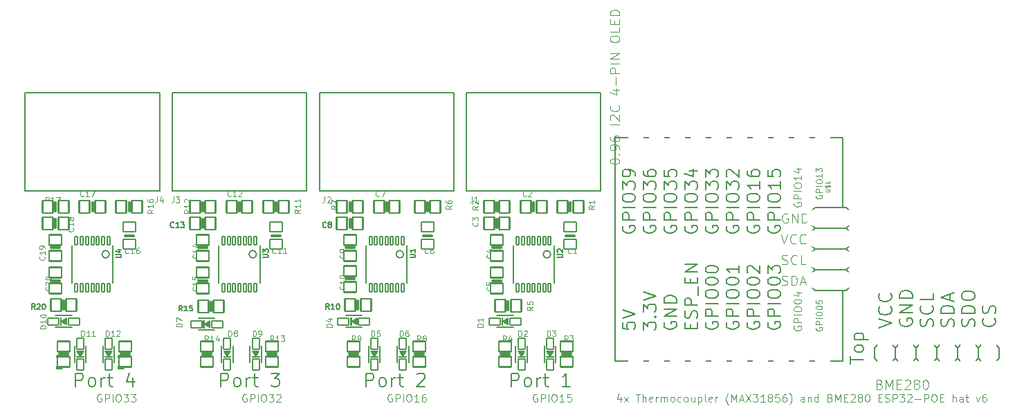
<source format=gbr>
%TF.GenerationSoftware,KiCad,Pcbnew,(6.0.9)*%
%TF.CreationDate,2022-12-27T14:58:47-08:00*%
%TF.ProjectId,esp32-poe-thermocouple-hat-prod-onboard,65737033-322d-4706-9f65-2d746865726d,rev?*%
%TF.SameCoordinates,Original*%
%TF.FileFunction,Legend,Top*%
%TF.FilePolarity,Positive*%
%FSLAX46Y46*%
G04 Gerber Fmt 4.6, Leading zero omitted, Abs format (unit mm)*
G04 Created by KiCad (PCBNEW (6.0.9)) date 2022-12-27 14:58:47*
%MOMM*%
%LPD*%
G01*
G04 APERTURE LIST*
G04 Aperture macros list*
%AMRoundRect*
0 Rectangle with rounded corners*
0 $1 Rounding radius*
0 $2 $3 $4 $5 $6 $7 $8 $9 X,Y pos of 4 corners*
0 Add a 4 corners polygon primitive as box body*
4,1,4,$2,$3,$4,$5,$6,$7,$8,$9,$2,$3,0*
0 Add four circle primitives for the rounded corners*
1,1,$1+$1,$2,$3*
1,1,$1+$1,$4,$5*
1,1,$1+$1,$6,$7*
1,1,$1+$1,$8,$9*
0 Add four rect primitives between the rounded corners*
20,1,$1+$1,$2,$3,$4,$5,0*
20,1,$1+$1,$4,$5,$6,$7,0*
20,1,$1+$1,$6,$7,$8,$9,0*
20,1,$1+$1,$8,$9,$2,$3,0*%
G04 Aperture macros list end*
%ADD10C,0.142240*%
%ADD11C,0.134112*%
%ADD12C,0.081280*%
%ADD13C,0.065024*%
%ADD14C,0.114300*%
%ADD15C,0.097536*%
%ADD16C,0.101600*%
%ADD17C,0.146304*%
%ADD18C,0.119969*%
%ADD19C,0.152400*%
%ADD20C,0.203200*%
%ADD21C,0.304800*%
%ADD22C,0.167640*%
%ADD23O,1.828800X5.080000*%
%ADD24O,5.842000X2.082800*%
%ADD25RoundRect,0.101600X0.152400X0.495300X-0.152400X0.495300X-0.152400X-0.495300X0.152400X-0.495300X0*%
%ADD26RoundRect,0.101600X0.750000X-0.600000X0.750000X0.600000X-0.750000X0.600000X-0.750000X-0.600000X0*%
%ADD27RoundRect,0.101600X0.650000X0.750000X-0.650000X0.750000X-0.650000X-0.750000X0.650000X-0.750000X0*%
%ADD28RoundRect,0.101600X-0.750000X0.650000X-0.750000X-0.650000X0.750000X-0.650000X0.750000X0.650000X0*%
%ADD29RoundRect,0.101600X0.750000X-0.650000X0.750000X0.650000X-0.750000X0.650000X-0.750000X-0.650000X0*%
%ADD30RoundRect,0.101600X-0.650000X-0.750000X0.650000X-0.750000X0.650000X0.750000X-0.650000X0.750000X0*%
%ADD31RoundRect,0.101600X-0.675000X-0.400000X0.675000X-0.400000X0.675000X0.400000X-0.675000X0.400000X0*%
%ADD32RoundRect,0.101600X0.400000X-0.675000X0.400000X0.675000X-0.400000X0.675000X-0.400000X-0.675000X0*%
%ADD33C,2.703200*%
G04 APERTURE END LIST*
D10*
X190485706Y-118669009D02*
X190485706Y-117734289D01*
X192121466Y-118201649D02*
X190485706Y-118201649D01*
X192121466Y-116955356D02*
X192043573Y-117111142D01*
X191965680Y-117189036D01*
X191809893Y-117266929D01*
X191342533Y-117266929D01*
X191186746Y-117189036D01*
X191108853Y-117111142D01*
X191030960Y-116955356D01*
X191030960Y-116721676D01*
X191108853Y-116565889D01*
X191186746Y-116487996D01*
X191342533Y-116410102D01*
X191809893Y-116410102D01*
X191965680Y-116487996D01*
X192043573Y-116565889D01*
X192121466Y-116721676D01*
X192121466Y-116955356D01*
X191030960Y-115709062D02*
X192666720Y-115709062D01*
X191108853Y-115709062D02*
X191030960Y-115553276D01*
X191030960Y-115241702D01*
X191108853Y-115085916D01*
X191186746Y-115008022D01*
X191342533Y-114930129D01*
X191809893Y-114930129D01*
X191965680Y-115008022D01*
X192043573Y-115085916D01*
X192121466Y-115241702D01*
X192121466Y-115553276D01*
X192043573Y-115709062D01*
D11*
X162595369Y-113654792D02*
X162595369Y-114389215D01*
X163329792Y-114462658D01*
X163256350Y-114389215D01*
X163182908Y-114242331D01*
X163182908Y-113875119D01*
X163256350Y-113728235D01*
X163329792Y-113654792D01*
X163476677Y-113581350D01*
X163843888Y-113581350D01*
X163990773Y-113654792D01*
X164064215Y-113728235D01*
X164137657Y-113875119D01*
X164137657Y-114242331D01*
X164064215Y-114389215D01*
X163990773Y-114462658D01*
X162595369Y-113140696D02*
X164137657Y-112626600D01*
X162595369Y-112112504D01*
X165135369Y-114536100D02*
X165135369Y-113581350D01*
X165722908Y-114095446D01*
X165722908Y-113875119D01*
X165796350Y-113728235D01*
X165869792Y-113654792D01*
X166016677Y-113581350D01*
X166383888Y-113581350D01*
X166530773Y-113654792D01*
X166604215Y-113728235D01*
X166677657Y-113875119D01*
X166677657Y-114315773D01*
X166604215Y-114462658D01*
X166530773Y-114536100D01*
X166530773Y-112920370D02*
X166604215Y-112846927D01*
X166677657Y-112920370D01*
X166604215Y-112993812D01*
X166530773Y-112920370D01*
X166677657Y-112920370D01*
X165135369Y-112332831D02*
X165135369Y-111378082D01*
X165722908Y-111892178D01*
X165722908Y-111671851D01*
X165796350Y-111524966D01*
X165869792Y-111451524D01*
X166016677Y-111378082D01*
X166383888Y-111378082D01*
X166530773Y-111451524D01*
X166604215Y-111524966D01*
X166677657Y-111671851D01*
X166677657Y-112112504D01*
X166604215Y-112259389D01*
X166530773Y-112332831D01*
X165135369Y-110937428D02*
X166677657Y-110423332D01*
X165135369Y-109909236D01*
X167748812Y-113581350D02*
X167675369Y-113728235D01*
X167675369Y-113948562D01*
X167748812Y-114168888D01*
X167895696Y-114315773D01*
X168042581Y-114389215D01*
X168336350Y-114462658D01*
X168556677Y-114462658D01*
X168850446Y-114389215D01*
X168997330Y-114315773D01*
X169144215Y-114168888D01*
X169217657Y-113948562D01*
X169217657Y-113801677D01*
X169144215Y-113581350D01*
X169070773Y-113507908D01*
X168556677Y-113507908D01*
X168556677Y-113801677D01*
X169217657Y-112846927D02*
X167675369Y-112846927D01*
X169217657Y-111965620D01*
X167675369Y-111965620D01*
X169217657Y-111231197D02*
X167675369Y-111231197D01*
X167675369Y-110863986D01*
X167748812Y-110643659D01*
X167895696Y-110496774D01*
X168042581Y-110423332D01*
X168336350Y-110349890D01*
X168556677Y-110349890D01*
X168850446Y-110423332D01*
X168997330Y-110496774D01*
X169144215Y-110643659D01*
X169217657Y-110863986D01*
X169217657Y-111231197D01*
X170949792Y-114389215D02*
X170949792Y-113875119D01*
X171757657Y-113654792D02*
X171757657Y-114389215D01*
X170215369Y-114389215D01*
X170215369Y-113654792D01*
X171684215Y-113067254D02*
X171757657Y-112846927D01*
X171757657Y-112479716D01*
X171684215Y-112332831D01*
X171610773Y-112259389D01*
X171463888Y-112185947D01*
X171317004Y-112185947D01*
X171170119Y-112259389D01*
X171096677Y-112332831D01*
X171023234Y-112479716D01*
X170949792Y-112773485D01*
X170876350Y-112920370D01*
X170802908Y-112993812D01*
X170656023Y-113067254D01*
X170509138Y-113067254D01*
X170362254Y-112993812D01*
X170288812Y-112920370D01*
X170215369Y-112773485D01*
X170215369Y-112406274D01*
X170288812Y-112185947D01*
X171757657Y-111524966D02*
X170215369Y-111524966D01*
X170215369Y-110937428D01*
X170288812Y-110790543D01*
X170362254Y-110717101D01*
X170509138Y-110643659D01*
X170729465Y-110643659D01*
X170876350Y-110717101D01*
X170949792Y-110790543D01*
X171023234Y-110937428D01*
X171023234Y-111524966D01*
X171904542Y-110349890D02*
X171904542Y-109174813D01*
X170949792Y-108807602D02*
X170949792Y-108293506D01*
X171757657Y-108073179D02*
X171757657Y-108807602D01*
X170215369Y-108807602D01*
X170215369Y-108073179D01*
X171757657Y-107412198D02*
X170215369Y-107412198D01*
X171757657Y-106530891D01*
X170215369Y-106530891D01*
X172828812Y-113581350D02*
X172755369Y-113728235D01*
X172755369Y-113948562D01*
X172828812Y-114168888D01*
X172975696Y-114315773D01*
X173122581Y-114389215D01*
X173416350Y-114462658D01*
X173636677Y-114462658D01*
X173930446Y-114389215D01*
X174077330Y-114315773D01*
X174224215Y-114168888D01*
X174297657Y-113948562D01*
X174297657Y-113801677D01*
X174224215Y-113581350D01*
X174150773Y-113507908D01*
X173636677Y-113507908D01*
X173636677Y-113801677D01*
X174297657Y-112846927D02*
X172755369Y-112846927D01*
X172755369Y-112259389D01*
X172828812Y-112112504D01*
X172902254Y-112039062D01*
X173049138Y-111965620D01*
X173269465Y-111965620D01*
X173416350Y-112039062D01*
X173489792Y-112112504D01*
X173563234Y-112259389D01*
X173563234Y-112846927D01*
X174297657Y-111304639D02*
X172755369Y-111304639D01*
X172755369Y-110276447D02*
X172755369Y-109982678D01*
X172828812Y-109835794D01*
X172975696Y-109688909D01*
X173269465Y-109615467D01*
X173783561Y-109615467D01*
X174077330Y-109688909D01*
X174224215Y-109835794D01*
X174297657Y-109982678D01*
X174297657Y-110276447D01*
X174224215Y-110423332D01*
X174077330Y-110570216D01*
X173783561Y-110643659D01*
X173269465Y-110643659D01*
X172975696Y-110570216D01*
X172828812Y-110423332D01*
X172755369Y-110276447D01*
X172755369Y-108660717D02*
X172755369Y-108513832D01*
X172828812Y-108366948D01*
X172902254Y-108293506D01*
X173049138Y-108220063D01*
X173342908Y-108146621D01*
X173710119Y-108146621D01*
X174003888Y-108220063D01*
X174150773Y-108293506D01*
X174224215Y-108366948D01*
X174297657Y-108513832D01*
X174297657Y-108660717D01*
X174224215Y-108807602D01*
X174150773Y-108881044D01*
X174003888Y-108954486D01*
X173710119Y-109027928D01*
X173342908Y-109027928D01*
X173049138Y-108954486D01*
X172902254Y-108881044D01*
X172828812Y-108807602D01*
X172755369Y-108660717D01*
X172755369Y-107191871D02*
X172755369Y-107044987D01*
X172828812Y-106898102D01*
X172902254Y-106824660D01*
X173049138Y-106751218D01*
X173342908Y-106677775D01*
X173710119Y-106677775D01*
X174003888Y-106751218D01*
X174150773Y-106824660D01*
X174224215Y-106898102D01*
X174297657Y-107044987D01*
X174297657Y-107191871D01*
X174224215Y-107338756D01*
X174150773Y-107412198D01*
X174003888Y-107485640D01*
X173710119Y-107559083D01*
X173342908Y-107559083D01*
X173049138Y-107485640D01*
X172902254Y-107412198D01*
X172828812Y-107338756D01*
X172755369Y-107191871D01*
X175368812Y-113581350D02*
X175295369Y-113728235D01*
X175295369Y-113948562D01*
X175368812Y-114168888D01*
X175515696Y-114315773D01*
X175662581Y-114389215D01*
X175956350Y-114462658D01*
X176176677Y-114462658D01*
X176470446Y-114389215D01*
X176617330Y-114315773D01*
X176764215Y-114168888D01*
X176837657Y-113948562D01*
X176837657Y-113801677D01*
X176764215Y-113581350D01*
X176690773Y-113507908D01*
X176176677Y-113507908D01*
X176176677Y-113801677D01*
X176837657Y-112846927D02*
X175295369Y-112846927D01*
X175295369Y-112259389D01*
X175368812Y-112112504D01*
X175442254Y-112039062D01*
X175589138Y-111965620D01*
X175809465Y-111965620D01*
X175956350Y-112039062D01*
X176029792Y-112112504D01*
X176103234Y-112259389D01*
X176103234Y-112846927D01*
X176837657Y-111304639D02*
X175295369Y-111304639D01*
X175295369Y-110276447D02*
X175295369Y-109982678D01*
X175368812Y-109835794D01*
X175515696Y-109688909D01*
X175809465Y-109615467D01*
X176323561Y-109615467D01*
X176617330Y-109688909D01*
X176764215Y-109835794D01*
X176837657Y-109982678D01*
X176837657Y-110276447D01*
X176764215Y-110423332D01*
X176617330Y-110570216D01*
X176323561Y-110643659D01*
X175809465Y-110643659D01*
X175515696Y-110570216D01*
X175368812Y-110423332D01*
X175295369Y-110276447D01*
X175295369Y-108660717D02*
X175295369Y-108513832D01*
X175368812Y-108366948D01*
X175442254Y-108293506D01*
X175589138Y-108220063D01*
X175882908Y-108146621D01*
X176250119Y-108146621D01*
X176543888Y-108220063D01*
X176690773Y-108293506D01*
X176764215Y-108366948D01*
X176837657Y-108513832D01*
X176837657Y-108660717D01*
X176764215Y-108807602D01*
X176690773Y-108881044D01*
X176543888Y-108954486D01*
X176250119Y-109027928D01*
X175882908Y-109027928D01*
X175589138Y-108954486D01*
X175442254Y-108881044D01*
X175368812Y-108807602D01*
X175295369Y-108660717D01*
X176837657Y-106677775D02*
X176837657Y-107559083D01*
X176837657Y-107118429D02*
X175295369Y-107118429D01*
X175515696Y-107265314D01*
X175662581Y-107412198D01*
X175736023Y-107559083D01*
X177908812Y-113581350D02*
X177835369Y-113728235D01*
X177835369Y-113948562D01*
X177908812Y-114168888D01*
X178055696Y-114315773D01*
X178202581Y-114389215D01*
X178496350Y-114462658D01*
X178716677Y-114462658D01*
X179010446Y-114389215D01*
X179157330Y-114315773D01*
X179304215Y-114168888D01*
X179377657Y-113948562D01*
X179377657Y-113801677D01*
X179304215Y-113581350D01*
X179230773Y-113507908D01*
X178716677Y-113507908D01*
X178716677Y-113801677D01*
X179377657Y-112846927D02*
X177835369Y-112846927D01*
X177835369Y-112259389D01*
X177908812Y-112112504D01*
X177982254Y-112039062D01*
X178129138Y-111965620D01*
X178349465Y-111965620D01*
X178496350Y-112039062D01*
X178569792Y-112112504D01*
X178643234Y-112259389D01*
X178643234Y-112846927D01*
X179377657Y-111304639D02*
X177835369Y-111304639D01*
X177835369Y-110276447D02*
X177835369Y-109982678D01*
X177908812Y-109835794D01*
X178055696Y-109688909D01*
X178349465Y-109615467D01*
X178863561Y-109615467D01*
X179157330Y-109688909D01*
X179304215Y-109835794D01*
X179377657Y-109982678D01*
X179377657Y-110276447D01*
X179304215Y-110423332D01*
X179157330Y-110570216D01*
X178863561Y-110643659D01*
X178349465Y-110643659D01*
X178055696Y-110570216D01*
X177908812Y-110423332D01*
X177835369Y-110276447D01*
X177835369Y-108660717D02*
X177835369Y-108513832D01*
X177908812Y-108366948D01*
X177982254Y-108293506D01*
X178129138Y-108220063D01*
X178422908Y-108146621D01*
X178790119Y-108146621D01*
X179083888Y-108220063D01*
X179230773Y-108293506D01*
X179304215Y-108366948D01*
X179377657Y-108513832D01*
X179377657Y-108660717D01*
X179304215Y-108807602D01*
X179230773Y-108881044D01*
X179083888Y-108954486D01*
X178790119Y-109027928D01*
X178422908Y-109027928D01*
X178129138Y-108954486D01*
X177982254Y-108881044D01*
X177908812Y-108807602D01*
X177835369Y-108660717D01*
X177982254Y-107559083D02*
X177908812Y-107485640D01*
X177835369Y-107338756D01*
X177835369Y-106971544D01*
X177908812Y-106824660D01*
X177982254Y-106751218D01*
X178129138Y-106677775D01*
X178276023Y-106677775D01*
X178496350Y-106751218D01*
X179377657Y-107632525D01*
X179377657Y-106677775D01*
X180448812Y-113581350D02*
X180375369Y-113728235D01*
X180375369Y-113948562D01*
X180448812Y-114168888D01*
X180595696Y-114315773D01*
X180742581Y-114389215D01*
X181036350Y-114462658D01*
X181256677Y-114462658D01*
X181550446Y-114389215D01*
X181697330Y-114315773D01*
X181844215Y-114168888D01*
X181917657Y-113948562D01*
X181917657Y-113801677D01*
X181844215Y-113581350D01*
X181770773Y-113507908D01*
X181256677Y-113507908D01*
X181256677Y-113801677D01*
X181917657Y-112846927D02*
X180375369Y-112846927D01*
X180375369Y-112259389D01*
X180448812Y-112112504D01*
X180522254Y-112039062D01*
X180669138Y-111965620D01*
X180889465Y-111965620D01*
X181036350Y-112039062D01*
X181109792Y-112112504D01*
X181183234Y-112259389D01*
X181183234Y-112846927D01*
X181917657Y-111304639D02*
X180375369Y-111304639D01*
X180375369Y-110276447D02*
X180375369Y-109982678D01*
X180448812Y-109835794D01*
X180595696Y-109688909D01*
X180889465Y-109615467D01*
X181403561Y-109615467D01*
X181697330Y-109688909D01*
X181844215Y-109835794D01*
X181917657Y-109982678D01*
X181917657Y-110276447D01*
X181844215Y-110423332D01*
X181697330Y-110570216D01*
X181403561Y-110643659D01*
X180889465Y-110643659D01*
X180595696Y-110570216D01*
X180448812Y-110423332D01*
X180375369Y-110276447D01*
X180375369Y-108660717D02*
X180375369Y-108513832D01*
X180448812Y-108366948D01*
X180522254Y-108293506D01*
X180669138Y-108220063D01*
X180962908Y-108146621D01*
X181330119Y-108146621D01*
X181623888Y-108220063D01*
X181770773Y-108293506D01*
X181844215Y-108366948D01*
X181917657Y-108513832D01*
X181917657Y-108660717D01*
X181844215Y-108807602D01*
X181770773Y-108881044D01*
X181623888Y-108954486D01*
X181330119Y-109027928D01*
X180962908Y-109027928D01*
X180669138Y-108954486D01*
X180522254Y-108881044D01*
X180448812Y-108807602D01*
X180375369Y-108660717D01*
X180375369Y-107632525D02*
X180375369Y-106677775D01*
X180962908Y-107191871D01*
X180962908Y-106971544D01*
X181036350Y-106824660D01*
X181109792Y-106751218D01*
X181256677Y-106677775D01*
X181623888Y-106677775D01*
X181770773Y-106751218D01*
X181844215Y-106824660D01*
X181917657Y-106971544D01*
X181917657Y-107412198D01*
X181844215Y-107559083D01*
X181770773Y-107632525D01*
D12*
X183596380Y-114078600D02*
X183551869Y-114167621D01*
X183551869Y-114301152D01*
X183596380Y-114434684D01*
X183685400Y-114523705D01*
X183774421Y-114568215D01*
X183952463Y-114612726D01*
X184085995Y-114612726D01*
X184264037Y-114568215D01*
X184353058Y-114523705D01*
X184442079Y-114434684D01*
X184486589Y-114301152D01*
X184486589Y-114212131D01*
X184442079Y-114078600D01*
X184397568Y-114034089D01*
X184085995Y-114034089D01*
X184085995Y-114212131D01*
X184486589Y-113633495D02*
X183551869Y-113633495D01*
X183551869Y-113277411D01*
X183596380Y-113188390D01*
X183640890Y-113143880D01*
X183729911Y-113099369D01*
X183863442Y-113099369D01*
X183952463Y-113143880D01*
X183996974Y-113188390D01*
X184041484Y-113277411D01*
X184041484Y-113633495D01*
X184486589Y-112698775D02*
X183551869Y-112698775D01*
X183551869Y-112075628D02*
X183551869Y-111897587D01*
X183596380Y-111808566D01*
X183685400Y-111719545D01*
X183863442Y-111675034D01*
X184175016Y-111675034D01*
X184353058Y-111719545D01*
X184442079Y-111808566D01*
X184486589Y-111897587D01*
X184486589Y-112075628D01*
X184442079Y-112164649D01*
X184353058Y-112253670D01*
X184175016Y-112298181D01*
X183863442Y-112298181D01*
X183685400Y-112253670D01*
X183596380Y-112164649D01*
X183551869Y-112075628D01*
X183551869Y-111096398D02*
X183551869Y-111007377D01*
X183596380Y-110918356D01*
X183640890Y-110873846D01*
X183729911Y-110829335D01*
X183907953Y-110784825D01*
X184130505Y-110784825D01*
X184308547Y-110829335D01*
X184397568Y-110873846D01*
X184442079Y-110918356D01*
X184486589Y-111007377D01*
X184486589Y-111096398D01*
X184442079Y-111185419D01*
X184397568Y-111229929D01*
X184308547Y-111274440D01*
X184130505Y-111318950D01*
X183907953Y-111318950D01*
X183729911Y-111274440D01*
X183640890Y-111229929D01*
X183596380Y-111185419D01*
X183551869Y-111096398D01*
X183863442Y-109983636D02*
X184486589Y-109983636D01*
X183507359Y-110206188D02*
X184175016Y-110428741D01*
X184175016Y-109850105D01*
D13*
X186323324Y-114231600D02*
X186287715Y-114302817D01*
X186287715Y-114409642D01*
X186323324Y-114516467D01*
X186394540Y-114587684D01*
X186465757Y-114623292D01*
X186608191Y-114658900D01*
X186715016Y-114658900D01*
X186857449Y-114623292D01*
X186928666Y-114587684D01*
X186999883Y-114516467D01*
X187035491Y-114409642D01*
X187035491Y-114338425D01*
X186999883Y-114231600D01*
X186964274Y-114195991D01*
X186715016Y-114195991D01*
X186715016Y-114338425D01*
X187035491Y-113875516D02*
X186287715Y-113875516D01*
X186287715Y-113590649D01*
X186323324Y-113519432D01*
X186358932Y-113483824D01*
X186430149Y-113448215D01*
X186536974Y-113448215D01*
X186608191Y-113483824D01*
X186643799Y-113519432D01*
X186679407Y-113590649D01*
X186679407Y-113875516D01*
X187035491Y-113127740D02*
X186287715Y-113127740D01*
X186287715Y-112629223D02*
X186287715Y-112486789D01*
X186323324Y-112415572D01*
X186394540Y-112344356D01*
X186536974Y-112308747D01*
X186786232Y-112308747D01*
X186928666Y-112344356D01*
X186999883Y-112415572D01*
X187035491Y-112486789D01*
X187035491Y-112629223D01*
X186999883Y-112700439D01*
X186928666Y-112771656D01*
X186786232Y-112807265D01*
X186536974Y-112807265D01*
X186394540Y-112771656D01*
X186323324Y-112700439D01*
X186287715Y-112629223D01*
X186287715Y-111845838D02*
X186287715Y-111774622D01*
X186323324Y-111703405D01*
X186358932Y-111667796D01*
X186430149Y-111632188D01*
X186572582Y-111596580D01*
X186750624Y-111596580D01*
X186893058Y-111632188D01*
X186964274Y-111667796D01*
X186999883Y-111703405D01*
X187035491Y-111774622D01*
X187035491Y-111845838D01*
X186999883Y-111917055D01*
X186964274Y-111952663D01*
X186893058Y-111988272D01*
X186750624Y-112023880D01*
X186572582Y-112023880D01*
X186430149Y-111988272D01*
X186358932Y-111952663D01*
X186323324Y-111917055D01*
X186287715Y-111845838D01*
X186287715Y-110920020D02*
X186287715Y-111276104D01*
X186643799Y-111311713D01*
X186608191Y-111276104D01*
X186572582Y-111204887D01*
X186572582Y-111026846D01*
X186608191Y-110955629D01*
X186643799Y-110920020D01*
X186715016Y-110884412D01*
X186893058Y-110884412D01*
X186964274Y-110920020D01*
X186999883Y-110955629D01*
X187035491Y-111026846D01*
X187035491Y-111204887D01*
X186999883Y-111276104D01*
X186964274Y-111311713D01*
D11*
X162668812Y-101808116D02*
X162595369Y-101955001D01*
X162595369Y-102175328D01*
X162668812Y-102395655D01*
X162815696Y-102542539D01*
X162962581Y-102615981D01*
X163256350Y-102689424D01*
X163476677Y-102689424D01*
X163770446Y-102615981D01*
X163917330Y-102542539D01*
X164064215Y-102395655D01*
X164137657Y-102175328D01*
X164137657Y-102028443D01*
X164064215Y-101808116D01*
X163990773Y-101734674D01*
X163476677Y-101734674D01*
X163476677Y-102028443D01*
X164137657Y-101073693D02*
X162595369Y-101073693D01*
X162595369Y-100486155D01*
X162668812Y-100339271D01*
X162742254Y-100265828D01*
X162889138Y-100192386D01*
X163109465Y-100192386D01*
X163256350Y-100265828D01*
X163329792Y-100339271D01*
X163403234Y-100486155D01*
X163403234Y-101073693D01*
X164137657Y-99531405D02*
X162595369Y-99531405D01*
X162595369Y-98503213D02*
X162595369Y-98209444D01*
X162668812Y-98062560D01*
X162815696Y-97915675D01*
X163109465Y-97842233D01*
X163623561Y-97842233D01*
X163917330Y-97915675D01*
X164064215Y-98062560D01*
X164137657Y-98209444D01*
X164137657Y-98503213D01*
X164064215Y-98650098D01*
X163917330Y-98796983D01*
X163623561Y-98870425D01*
X163109465Y-98870425D01*
X162815696Y-98796983D01*
X162668812Y-98650098D01*
X162595369Y-98503213D01*
X162595369Y-97328137D02*
X162595369Y-96373387D01*
X163182908Y-96887483D01*
X163182908Y-96667156D01*
X163256350Y-96520272D01*
X163329792Y-96446829D01*
X163476677Y-96373387D01*
X163843888Y-96373387D01*
X163990773Y-96446829D01*
X164064215Y-96520272D01*
X164137657Y-96667156D01*
X164137657Y-97107810D01*
X164064215Y-97254695D01*
X163990773Y-97328137D01*
X164137657Y-95638964D02*
X164137657Y-95345195D01*
X164064215Y-95198311D01*
X163990773Y-95124868D01*
X163770446Y-94977984D01*
X163476677Y-94904541D01*
X162889138Y-94904541D01*
X162742254Y-94977984D01*
X162668812Y-95051426D01*
X162595369Y-95198311D01*
X162595369Y-95492080D01*
X162668812Y-95638964D01*
X162742254Y-95712407D01*
X162889138Y-95785849D01*
X163256350Y-95785849D01*
X163403234Y-95712407D01*
X163476677Y-95638964D01*
X163550119Y-95492080D01*
X163550119Y-95198311D01*
X163476677Y-95051426D01*
X163403234Y-94977984D01*
X163256350Y-94904541D01*
X165208812Y-101808116D02*
X165135369Y-101955001D01*
X165135369Y-102175328D01*
X165208812Y-102395655D01*
X165355696Y-102542539D01*
X165502581Y-102615981D01*
X165796350Y-102689424D01*
X166016677Y-102689424D01*
X166310446Y-102615981D01*
X166457330Y-102542539D01*
X166604215Y-102395655D01*
X166677657Y-102175328D01*
X166677657Y-102028443D01*
X166604215Y-101808116D01*
X166530773Y-101734674D01*
X166016677Y-101734674D01*
X166016677Y-102028443D01*
X166677657Y-101073693D02*
X165135369Y-101073693D01*
X165135369Y-100486155D01*
X165208812Y-100339271D01*
X165282254Y-100265828D01*
X165429138Y-100192386D01*
X165649465Y-100192386D01*
X165796350Y-100265828D01*
X165869792Y-100339271D01*
X165943234Y-100486155D01*
X165943234Y-101073693D01*
X166677657Y-99531405D02*
X165135369Y-99531405D01*
X165135369Y-98503213D02*
X165135369Y-98209444D01*
X165208812Y-98062560D01*
X165355696Y-97915675D01*
X165649465Y-97842233D01*
X166163561Y-97842233D01*
X166457330Y-97915675D01*
X166604215Y-98062560D01*
X166677657Y-98209444D01*
X166677657Y-98503213D01*
X166604215Y-98650098D01*
X166457330Y-98796983D01*
X166163561Y-98870425D01*
X165649465Y-98870425D01*
X165355696Y-98796983D01*
X165208812Y-98650098D01*
X165135369Y-98503213D01*
X165135369Y-97328137D02*
X165135369Y-96373387D01*
X165722908Y-96887483D01*
X165722908Y-96667156D01*
X165796350Y-96520272D01*
X165869792Y-96446829D01*
X166016677Y-96373387D01*
X166383888Y-96373387D01*
X166530773Y-96446829D01*
X166604215Y-96520272D01*
X166677657Y-96667156D01*
X166677657Y-97107810D01*
X166604215Y-97254695D01*
X166530773Y-97328137D01*
X165135369Y-95051426D02*
X165135369Y-95345195D01*
X165208812Y-95492080D01*
X165282254Y-95565522D01*
X165502581Y-95712407D01*
X165796350Y-95785849D01*
X166383888Y-95785849D01*
X166530773Y-95712407D01*
X166604215Y-95638964D01*
X166677657Y-95492080D01*
X166677657Y-95198311D01*
X166604215Y-95051426D01*
X166530773Y-94977984D01*
X166383888Y-94904541D01*
X166016677Y-94904541D01*
X165869792Y-94977984D01*
X165796350Y-95051426D01*
X165722908Y-95198311D01*
X165722908Y-95492080D01*
X165796350Y-95638964D01*
X165869792Y-95712407D01*
X166016677Y-95785849D01*
X167748812Y-101808116D02*
X167675369Y-101955001D01*
X167675369Y-102175328D01*
X167748812Y-102395655D01*
X167895696Y-102542539D01*
X168042581Y-102615981D01*
X168336350Y-102689424D01*
X168556677Y-102689424D01*
X168850446Y-102615981D01*
X168997330Y-102542539D01*
X169144215Y-102395655D01*
X169217657Y-102175328D01*
X169217657Y-102028443D01*
X169144215Y-101808116D01*
X169070773Y-101734674D01*
X168556677Y-101734674D01*
X168556677Y-102028443D01*
X169217657Y-101073693D02*
X167675369Y-101073693D01*
X167675369Y-100486155D01*
X167748812Y-100339271D01*
X167822254Y-100265828D01*
X167969138Y-100192386D01*
X168189465Y-100192386D01*
X168336350Y-100265828D01*
X168409792Y-100339271D01*
X168483234Y-100486155D01*
X168483234Y-101073693D01*
X169217657Y-99531405D02*
X167675369Y-99531405D01*
X167675369Y-98503213D02*
X167675369Y-98209444D01*
X167748812Y-98062560D01*
X167895696Y-97915675D01*
X168189465Y-97842233D01*
X168703561Y-97842233D01*
X168997330Y-97915675D01*
X169144215Y-98062560D01*
X169217657Y-98209444D01*
X169217657Y-98503213D01*
X169144215Y-98650098D01*
X168997330Y-98796983D01*
X168703561Y-98870425D01*
X168189465Y-98870425D01*
X167895696Y-98796983D01*
X167748812Y-98650098D01*
X167675369Y-98503213D01*
X167675369Y-97328137D02*
X167675369Y-96373387D01*
X168262908Y-96887483D01*
X168262908Y-96667156D01*
X168336350Y-96520272D01*
X168409792Y-96446829D01*
X168556677Y-96373387D01*
X168923888Y-96373387D01*
X169070773Y-96446829D01*
X169144215Y-96520272D01*
X169217657Y-96667156D01*
X169217657Y-97107810D01*
X169144215Y-97254695D01*
X169070773Y-97328137D01*
X167675369Y-94977984D02*
X167675369Y-95712407D01*
X168409792Y-95785849D01*
X168336350Y-95712407D01*
X168262908Y-95565522D01*
X168262908Y-95198311D01*
X168336350Y-95051426D01*
X168409792Y-94977984D01*
X168556677Y-94904541D01*
X168923888Y-94904541D01*
X169070773Y-94977984D01*
X169144215Y-95051426D01*
X169217657Y-95198311D01*
X169217657Y-95565522D01*
X169144215Y-95712407D01*
X169070773Y-95785849D01*
X170288812Y-101808116D02*
X170215369Y-101955001D01*
X170215369Y-102175328D01*
X170288812Y-102395655D01*
X170435696Y-102542539D01*
X170582581Y-102615981D01*
X170876350Y-102689424D01*
X171096677Y-102689424D01*
X171390446Y-102615981D01*
X171537330Y-102542539D01*
X171684215Y-102395655D01*
X171757657Y-102175328D01*
X171757657Y-102028443D01*
X171684215Y-101808116D01*
X171610773Y-101734674D01*
X171096677Y-101734674D01*
X171096677Y-102028443D01*
X171757657Y-101073693D02*
X170215369Y-101073693D01*
X170215369Y-100486155D01*
X170288812Y-100339271D01*
X170362254Y-100265828D01*
X170509138Y-100192386D01*
X170729465Y-100192386D01*
X170876350Y-100265828D01*
X170949792Y-100339271D01*
X171023234Y-100486155D01*
X171023234Y-101073693D01*
X171757657Y-99531405D02*
X170215369Y-99531405D01*
X170215369Y-98503213D02*
X170215369Y-98209444D01*
X170288812Y-98062560D01*
X170435696Y-97915675D01*
X170729465Y-97842233D01*
X171243561Y-97842233D01*
X171537330Y-97915675D01*
X171684215Y-98062560D01*
X171757657Y-98209444D01*
X171757657Y-98503213D01*
X171684215Y-98650098D01*
X171537330Y-98796983D01*
X171243561Y-98870425D01*
X170729465Y-98870425D01*
X170435696Y-98796983D01*
X170288812Y-98650098D01*
X170215369Y-98503213D01*
X170215369Y-97328137D02*
X170215369Y-96373387D01*
X170802908Y-96887483D01*
X170802908Y-96667156D01*
X170876350Y-96520272D01*
X170949792Y-96446829D01*
X171096677Y-96373387D01*
X171463888Y-96373387D01*
X171610773Y-96446829D01*
X171684215Y-96520272D01*
X171757657Y-96667156D01*
X171757657Y-97107810D01*
X171684215Y-97254695D01*
X171610773Y-97328137D01*
X170729465Y-95051426D02*
X171757657Y-95051426D01*
X170141927Y-95418637D02*
X171243561Y-95785849D01*
X171243561Y-94831099D01*
X172828812Y-101808116D02*
X172755369Y-101955001D01*
X172755369Y-102175328D01*
X172828812Y-102395655D01*
X172975696Y-102542539D01*
X173122581Y-102615981D01*
X173416350Y-102689424D01*
X173636677Y-102689424D01*
X173930446Y-102615981D01*
X174077330Y-102542539D01*
X174224215Y-102395655D01*
X174297657Y-102175328D01*
X174297657Y-102028443D01*
X174224215Y-101808116D01*
X174150773Y-101734674D01*
X173636677Y-101734674D01*
X173636677Y-102028443D01*
X174297657Y-101073693D02*
X172755369Y-101073693D01*
X172755369Y-100486155D01*
X172828812Y-100339271D01*
X172902254Y-100265828D01*
X173049138Y-100192386D01*
X173269465Y-100192386D01*
X173416350Y-100265828D01*
X173489792Y-100339271D01*
X173563234Y-100486155D01*
X173563234Y-101073693D01*
X174297657Y-99531405D02*
X172755369Y-99531405D01*
X172755369Y-98503213D02*
X172755369Y-98209444D01*
X172828812Y-98062560D01*
X172975696Y-97915675D01*
X173269465Y-97842233D01*
X173783561Y-97842233D01*
X174077330Y-97915675D01*
X174224215Y-98062560D01*
X174297657Y-98209444D01*
X174297657Y-98503213D01*
X174224215Y-98650098D01*
X174077330Y-98796983D01*
X173783561Y-98870425D01*
X173269465Y-98870425D01*
X172975696Y-98796983D01*
X172828812Y-98650098D01*
X172755369Y-98503213D01*
X172755369Y-97328137D02*
X172755369Y-96373387D01*
X173342908Y-96887483D01*
X173342908Y-96667156D01*
X173416350Y-96520272D01*
X173489792Y-96446829D01*
X173636677Y-96373387D01*
X174003888Y-96373387D01*
X174150773Y-96446829D01*
X174224215Y-96520272D01*
X174297657Y-96667156D01*
X174297657Y-97107810D01*
X174224215Y-97254695D01*
X174150773Y-97328137D01*
X172755369Y-95859291D02*
X172755369Y-94904541D01*
X173342908Y-95418637D01*
X173342908Y-95198311D01*
X173416350Y-95051426D01*
X173489792Y-94977984D01*
X173636677Y-94904541D01*
X174003888Y-94904541D01*
X174150773Y-94977984D01*
X174224215Y-95051426D01*
X174297657Y-95198311D01*
X174297657Y-95638964D01*
X174224215Y-95785849D01*
X174150773Y-95859291D01*
X175368812Y-101808116D02*
X175295369Y-101955001D01*
X175295369Y-102175328D01*
X175368812Y-102395655D01*
X175515696Y-102542539D01*
X175662581Y-102615981D01*
X175956350Y-102689424D01*
X176176677Y-102689424D01*
X176470446Y-102615981D01*
X176617330Y-102542539D01*
X176764215Y-102395655D01*
X176837657Y-102175328D01*
X176837657Y-102028443D01*
X176764215Y-101808116D01*
X176690773Y-101734674D01*
X176176677Y-101734674D01*
X176176677Y-102028443D01*
X176837657Y-101073693D02*
X175295369Y-101073693D01*
X175295369Y-100486155D01*
X175368812Y-100339271D01*
X175442254Y-100265828D01*
X175589138Y-100192386D01*
X175809465Y-100192386D01*
X175956350Y-100265828D01*
X176029792Y-100339271D01*
X176103234Y-100486155D01*
X176103234Y-101073693D01*
X176837657Y-99531405D02*
X175295369Y-99531405D01*
X175295369Y-98503213D02*
X175295369Y-98209444D01*
X175368812Y-98062560D01*
X175515696Y-97915675D01*
X175809465Y-97842233D01*
X176323561Y-97842233D01*
X176617330Y-97915675D01*
X176764215Y-98062560D01*
X176837657Y-98209444D01*
X176837657Y-98503213D01*
X176764215Y-98650098D01*
X176617330Y-98796983D01*
X176323561Y-98870425D01*
X175809465Y-98870425D01*
X175515696Y-98796983D01*
X175368812Y-98650098D01*
X175295369Y-98503213D01*
X175295369Y-97328137D02*
X175295369Y-96373387D01*
X175882908Y-96887483D01*
X175882908Y-96667156D01*
X175956350Y-96520272D01*
X176029792Y-96446829D01*
X176176677Y-96373387D01*
X176543888Y-96373387D01*
X176690773Y-96446829D01*
X176764215Y-96520272D01*
X176837657Y-96667156D01*
X176837657Y-97107810D01*
X176764215Y-97254695D01*
X176690773Y-97328137D01*
X175442254Y-95785849D02*
X175368812Y-95712407D01*
X175295369Y-95565522D01*
X175295369Y-95198311D01*
X175368812Y-95051426D01*
X175442254Y-94977984D01*
X175589138Y-94904541D01*
X175736023Y-94904541D01*
X175956350Y-94977984D01*
X176837657Y-95859291D01*
X176837657Y-94904541D01*
X177908812Y-101808116D02*
X177835369Y-101955001D01*
X177835369Y-102175328D01*
X177908812Y-102395655D01*
X178055696Y-102542539D01*
X178202581Y-102615981D01*
X178496350Y-102689424D01*
X178716677Y-102689424D01*
X179010446Y-102615981D01*
X179157330Y-102542539D01*
X179304215Y-102395655D01*
X179377657Y-102175328D01*
X179377657Y-102028443D01*
X179304215Y-101808116D01*
X179230773Y-101734674D01*
X178716677Y-101734674D01*
X178716677Y-102028443D01*
X179377657Y-101073693D02*
X177835369Y-101073693D01*
X177835369Y-100486155D01*
X177908812Y-100339271D01*
X177982254Y-100265828D01*
X178129138Y-100192386D01*
X178349465Y-100192386D01*
X178496350Y-100265828D01*
X178569792Y-100339271D01*
X178643234Y-100486155D01*
X178643234Y-101073693D01*
X179377657Y-99531405D02*
X177835369Y-99531405D01*
X177835369Y-98503213D02*
X177835369Y-98209444D01*
X177908812Y-98062560D01*
X178055696Y-97915675D01*
X178349465Y-97842233D01*
X178863561Y-97842233D01*
X179157330Y-97915675D01*
X179304215Y-98062560D01*
X179377657Y-98209444D01*
X179377657Y-98503213D01*
X179304215Y-98650098D01*
X179157330Y-98796983D01*
X178863561Y-98870425D01*
X178349465Y-98870425D01*
X178055696Y-98796983D01*
X177908812Y-98650098D01*
X177835369Y-98503213D01*
X179377657Y-96373387D02*
X179377657Y-97254695D01*
X179377657Y-96814041D02*
X177835369Y-96814041D01*
X178055696Y-96960925D01*
X178202581Y-97107810D01*
X178276023Y-97254695D01*
X177835369Y-95051426D02*
X177835369Y-95345195D01*
X177908812Y-95492080D01*
X177982254Y-95565522D01*
X178202581Y-95712407D01*
X178496350Y-95785849D01*
X179083888Y-95785849D01*
X179230773Y-95712407D01*
X179304215Y-95638964D01*
X179377657Y-95492080D01*
X179377657Y-95198311D01*
X179304215Y-95051426D01*
X179230773Y-94977984D01*
X179083888Y-94904541D01*
X178716677Y-94904541D01*
X178569792Y-94977984D01*
X178496350Y-95051426D01*
X178422908Y-95198311D01*
X178422908Y-95492080D01*
X178496350Y-95638964D01*
X178569792Y-95712407D01*
X178716677Y-95785849D01*
X180448812Y-101808116D02*
X180375369Y-101955001D01*
X180375369Y-102175328D01*
X180448812Y-102395655D01*
X180595696Y-102542539D01*
X180742581Y-102615981D01*
X181036350Y-102689424D01*
X181256677Y-102689424D01*
X181550446Y-102615981D01*
X181697330Y-102542539D01*
X181844215Y-102395655D01*
X181917657Y-102175328D01*
X181917657Y-102028443D01*
X181844215Y-101808116D01*
X181770773Y-101734674D01*
X181256677Y-101734674D01*
X181256677Y-102028443D01*
X181917657Y-101073693D02*
X180375369Y-101073693D01*
X180375369Y-100486155D01*
X180448812Y-100339271D01*
X180522254Y-100265828D01*
X180669138Y-100192386D01*
X180889465Y-100192386D01*
X181036350Y-100265828D01*
X181109792Y-100339271D01*
X181183234Y-100486155D01*
X181183234Y-101073693D01*
X181917657Y-99531405D02*
X180375369Y-99531405D01*
X180375369Y-98503213D02*
X180375369Y-98209444D01*
X180448812Y-98062560D01*
X180595696Y-97915675D01*
X180889465Y-97842233D01*
X181403561Y-97842233D01*
X181697330Y-97915675D01*
X181844215Y-98062560D01*
X181917657Y-98209444D01*
X181917657Y-98503213D01*
X181844215Y-98650098D01*
X181697330Y-98796983D01*
X181403561Y-98870425D01*
X180889465Y-98870425D01*
X180595696Y-98796983D01*
X180448812Y-98650098D01*
X180375369Y-98503213D01*
X181917657Y-96373387D02*
X181917657Y-97254695D01*
X181917657Y-96814041D02*
X180375369Y-96814041D01*
X180595696Y-96960925D01*
X180742581Y-97107810D01*
X180816023Y-97254695D01*
X180375369Y-94977984D02*
X180375369Y-95712407D01*
X181109792Y-95785849D01*
X181036350Y-95712407D01*
X180962908Y-95565522D01*
X180962908Y-95198311D01*
X181036350Y-95051426D01*
X181109792Y-94977984D01*
X181256677Y-94904541D01*
X181623888Y-94904541D01*
X181770773Y-94977984D01*
X181844215Y-95051426D01*
X181917657Y-95198311D01*
X181917657Y-95565522D01*
X181844215Y-95712407D01*
X181770773Y-95785849D01*
D12*
X183596380Y-98938458D02*
X183551869Y-99027479D01*
X183551869Y-99161011D01*
X183596380Y-99294542D01*
X183685400Y-99383563D01*
X183774421Y-99428073D01*
X183952463Y-99472584D01*
X184085995Y-99472584D01*
X184264037Y-99428073D01*
X184353058Y-99383563D01*
X184442079Y-99294542D01*
X184486589Y-99161011D01*
X184486589Y-99071990D01*
X184442079Y-98938458D01*
X184397568Y-98893948D01*
X184085995Y-98893948D01*
X184085995Y-99071990D01*
X184486589Y-98493353D02*
X183551869Y-98493353D01*
X183551869Y-98137270D01*
X183596380Y-98048249D01*
X183640890Y-98003738D01*
X183729911Y-97959228D01*
X183863442Y-97959228D01*
X183952463Y-98003738D01*
X183996974Y-98048249D01*
X184041484Y-98137270D01*
X184041484Y-98493353D01*
X184486589Y-97558633D02*
X183551869Y-97558633D01*
X183551869Y-96935487D02*
X183551869Y-96757445D01*
X183596380Y-96668424D01*
X183685400Y-96579403D01*
X183863442Y-96534892D01*
X184175016Y-96534892D01*
X184353058Y-96579403D01*
X184442079Y-96668424D01*
X184486589Y-96757445D01*
X184486589Y-96935487D01*
X184442079Y-97024508D01*
X184353058Y-97113529D01*
X184175016Y-97158039D01*
X183863442Y-97158039D01*
X183685400Y-97113529D01*
X183596380Y-97024508D01*
X183551869Y-96935487D01*
X184486589Y-95644683D02*
X184486589Y-96178809D01*
X184486589Y-95911746D02*
X183551869Y-95911746D01*
X183685400Y-96000767D01*
X183774421Y-96089788D01*
X183818932Y-96178809D01*
X183863442Y-94843494D02*
X184486589Y-94843494D01*
X183507359Y-95066047D02*
X184175016Y-95288599D01*
X184175016Y-94709963D01*
D13*
X186323324Y-98055486D02*
X186287715Y-98126703D01*
X186287715Y-98233528D01*
X186323324Y-98340353D01*
X186394540Y-98411570D01*
X186465757Y-98447179D01*
X186608191Y-98482787D01*
X186715016Y-98482787D01*
X186857449Y-98447179D01*
X186928666Y-98411570D01*
X186999883Y-98340353D01*
X187035491Y-98233528D01*
X187035491Y-98162312D01*
X186999883Y-98055486D01*
X186964274Y-98019878D01*
X186715016Y-98019878D01*
X186715016Y-98162312D01*
X187035491Y-97699403D02*
X186287715Y-97699403D01*
X186287715Y-97414536D01*
X186323324Y-97343319D01*
X186358932Y-97307710D01*
X186430149Y-97272102D01*
X186536974Y-97272102D01*
X186608191Y-97307710D01*
X186643799Y-97343319D01*
X186679407Y-97414536D01*
X186679407Y-97699403D01*
X187035491Y-96951627D02*
X186287715Y-96951627D01*
X186287715Y-96453109D02*
X186287715Y-96310676D01*
X186323324Y-96239459D01*
X186394540Y-96168242D01*
X186536974Y-96132634D01*
X186786232Y-96132634D01*
X186928666Y-96168242D01*
X186999883Y-96239459D01*
X187035491Y-96310676D01*
X187035491Y-96453109D01*
X186999883Y-96524326D01*
X186928666Y-96595543D01*
X186786232Y-96631151D01*
X186536974Y-96631151D01*
X186394540Y-96595543D01*
X186323324Y-96524326D01*
X186287715Y-96453109D01*
X187035491Y-95420466D02*
X187035491Y-95847767D01*
X187035491Y-95634117D02*
X186287715Y-95634117D01*
X186394540Y-95705333D01*
X186465757Y-95776550D01*
X186501365Y-95847767D01*
X186287715Y-95171208D02*
X186287715Y-94708299D01*
X186572582Y-94957557D01*
X186572582Y-94850732D01*
X186608191Y-94779515D01*
X186643799Y-94743907D01*
X186715016Y-94708299D01*
X186893058Y-94708299D01*
X186964274Y-94743907D01*
X186999883Y-94779515D01*
X187035491Y-94850732D01*
X187035491Y-95064382D01*
X186999883Y-95135599D01*
X186964274Y-95171208D01*
D12*
X152176241Y-122463600D02*
X152087220Y-122419089D01*
X151953688Y-122419089D01*
X151820157Y-122463600D01*
X151731136Y-122552620D01*
X151686626Y-122641641D01*
X151642115Y-122819683D01*
X151642115Y-122953215D01*
X151686626Y-123131257D01*
X151731136Y-123220278D01*
X151820157Y-123309299D01*
X151953688Y-123353809D01*
X152042709Y-123353809D01*
X152176241Y-123309299D01*
X152220751Y-123264788D01*
X152220751Y-122953215D01*
X152042709Y-122953215D01*
X152621346Y-123353809D02*
X152621346Y-122419089D01*
X152977429Y-122419089D01*
X153066450Y-122463600D01*
X153110961Y-122508110D01*
X153155471Y-122597131D01*
X153155471Y-122730662D01*
X153110961Y-122819683D01*
X153066450Y-122864194D01*
X152977429Y-122908704D01*
X152621346Y-122908704D01*
X153556066Y-123353809D02*
X153556066Y-122419089D01*
X154179212Y-122419089D02*
X154357254Y-122419089D01*
X154446275Y-122463600D01*
X154535296Y-122552620D01*
X154579807Y-122730662D01*
X154579807Y-123042236D01*
X154535296Y-123220278D01*
X154446275Y-123309299D01*
X154357254Y-123353809D01*
X154179212Y-123353809D01*
X154090191Y-123309299D01*
X154001170Y-123220278D01*
X153956660Y-123042236D01*
X153956660Y-122730662D01*
X154001170Y-122552620D01*
X154090191Y-122463600D01*
X154179212Y-122419089D01*
X155470016Y-123353809D02*
X154935890Y-123353809D01*
X155202953Y-123353809D02*
X155202953Y-122419089D01*
X155113932Y-122552620D01*
X155024911Y-122641641D01*
X154935890Y-122686152D01*
X156315715Y-122419089D02*
X155870610Y-122419089D01*
X155826100Y-122864194D01*
X155870610Y-122819683D01*
X155959631Y-122775173D01*
X156182184Y-122775173D01*
X156271205Y-122819683D01*
X156315715Y-122864194D01*
X156360226Y-122953215D01*
X156360226Y-123175767D01*
X156315715Y-123264788D01*
X156271205Y-123309299D01*
X156182184Y-123353809D01*
X155959631Y-123353809D01*
X155870610Y-123309299D01*
X155826100Y-123264788D01*
X134396241Y-122463600D02*
X134307220Y-122419089D01*
X134173688Y-122419089D01*
X134040157Y-122463600D01*
X133951136Y-122552620D01*
X133906626Y-122641641D01*
X133862115Y-122819683D01*
X133862115Y-122953215D01*
X133906626Y-123131257D01*
X133951136Y-123220278D01*
X134040157Y-123309299D01*
X134173688Y-123353809D01*
X134262709Y-123353809D01*
X134396241Y-123309299D01*
X134440751Y-123264788D01*
X134440751Y-122953215D01*
X134262709Y-122953215D01*
X134841346Y-123353809D02*
X134841346Y-122419089D01*
X135197429Y-122419089D01*
X135286450Y-122463600D01*
X135330961Y-122508110D01*
X135375471Y-122597131D01*
X135375471Y-122730662D01*
X135330961Y-122819683D01*
X135286450Y-122864194D01*
X135197429Y-122908704D01*
X134841346Y-122908704D01*
X135776066Y-123353809D02*
X135776066Y-122419089D01*
X136399212Y-122419089D02*
X136577254Y-122419089D01*
X136666275Y-122463600D01*
X136755296Y-122552620D01*
X136799807Y-122730662D01*
X136799807Y-123042236D01*
X136755296Y-123220278D01*
X136666275Y-123309299D01*
X136577254Y-123353809D01*
X136399212Y-123353809D01*
X136310191Y-123309299D01*
X136221170Y-123220278D01*
X136176660Y-123042236D01*
X136176660Y-122730662D01*
X136221170Y-122552620D01*
X136310191Y-122463600D01*
X136399212Y-122419089D01*
X137690016Y-123353809D02*
X137155890Y-123353809D01*
X137422953Y-123353809D02*
X137422953Y-122419089D01*
X137333932Y-122552620D01*
X137244911Y-122641641D01*
X137155890Y-122686152D01*
X138491205Y-122419089D02*
X138313163Y-122419089D01*
X138224142Y-122463600D01*
X138179631Y-122508110D01*
X138090610Y-122641641D01*
X138046100Y-122819683D01*
X138046100Y-123175767D01*
X138090610Y-123264788D01*
X138135121Y-123309299D01*
X138224142Y-123353809D01*
X138402184Y-123353809D01*
X138491205Y-123309299D01*
X138535715Y-123264788D01*
X138580226Y-123175767D01*
X138580226Y-122953215D01*
X138535715Y-122864194D01*
X138491205Y-122819683D01*
X138402184Y-122775173D01*
X138224142Y-122775173D01*
X138135121Y-122819683D01*
X138090610Y-122864194D01*
X138046100Y-122953215D01*
X116616241Y-122463600D02*
X116527220Y-122419089D01*
X116393688Y-122419089D01*
X116260157Y-122463600D01*
X116171136Y-122552620D01*
X116126626Y-122641641D01*
X116082115Y-122819683D01*
X116082115Y-122953215D01*
X116126626Y-123131257D01*
X116171136Y-123220278D01*
X116260157Y-123309299D01*
X116393688Y-123353809D01*
X116482709Y-123353809D01*
X116616241Y-123309299D01*
X116660751Y-123264788D01*
X116660751Y-122953215D01*
X116482709Y-122953215D01*
X117061346Y-123353809D02*
X117061346Y-122419089D01*
X117417429Y-122419089D01*
X117506450Y-122463600D01*
X117550961Y-122508110D01*
X117595471Y-122597131D01*
X117595471Y-122730662D01*
X117550961Y-122819683D01*
X117506450Y-122864194D01*
X117417429Y-122908704D01*
X117061346Y-122908704D01*
X117996066Y-123353809D02*
X117996066Y-122419089D01*
X118619212Y-122419089D02*
X118797254Y-122419089D01*
X118886275Y-122463600D01*
X118975296Y-122552620D01*
X119019807Y-122730662D01*
X119019807Y-123042236D01*
X118975296Y-123220278D01*
X118886275Y-123309299D01*
X118797254Y-123353809D01*
X118619212Y-123353809D01*
X118530191Y-123309299D01*
X118441170Y-123220278D01*
X118396660Y-123042236D01*
X118396660Y-122730662D01*
X118441170Y-122552620D01*
X118530191Y-122463600D01*
X118619212Y-122419089D01*
X119331380Y-122419089D02*
X119910016Y-122419089D01*
X119598443Y-122775173D01*
X119731974Y-122775173D01*
X119820995Y-122819683D01*
X119865506Y-122864194D01*
X119910016Y-122953215D01*
X119910016Y-123175767D01*
X119865506Y-123264788D01*
X119820995Y-123309299D01*
X119731974Y-123353809D01*
X119464911Y-123353809D01*
X119375890Y-123309299D01*
X119331380Y-123264788D01*
X120266100Y-122508110D02*
X120310610Y-122463600D01*
X120399631Y-122419089D01*
X120622184Y-122419089D01*
X120711205Y-122463600D01*
X120755715Y-122508110D01*
X120800226Y-122597131D01*
X120800226Y-122686152D01*
X120755715Y-122819683D01*
X120221589Y-123353809D01*
X120800226Y-123353809D01*
X162382687Y-122730662D02*
X162382687Y-123353809D01*
X162160134Y-122374579D02*
X161937582Y-123042236D01*
X162516218Y-123042236D01*
X162783281Y-123353809D02*
X163272896Y-122730662D01*
X162783281Y-122730662D02*
X163272896Y-123353809D01*
X164207616Y-122419089D02*
X164741742Y-122419089D01*
X164474679Y-123353809D02*
X164474679Y-122419089D01*
X165053315Y-123353809D02*
X165053315Y-122419089D01*
X165453909Y-123353809D02*
X165453909Y-122864194D01*
X165409399Y-122775173D01*
X165320378Y-122730662D01*
X165186847Y-122730662D01*
X165097826Y-122775173D01*
X165053315Y-122819683D01*
X166255098Y-123309299D02*
X166166077Y-123353809D01*
X165988035Y-123353809D01*
X165899014Y-123309299D01*
X165854504Y-123220278D01*
X165854504Y-122864194D01*
X165899014Y-122775173D01*
X165988035Y-122730662D01*
X166166077Y-122730662D01*
X166255098Y-122775173D01*
X166299608Y-122864194D01*
X166299608Y-122953215D01*
X165854504Y-123042236D01*
X166700203Y-123353809D02*
X166700203Y-122730662D01*
X166700203Y-122908704D02*
X166744713Y-122819683D01*
X166789224Y-122775173D01*
X166878245Y-122730662D01*
X166967266Y-122730662D01*
X167278839Y-123353809D02*
X167278839Y-122730662D01*
X167278839Y-122819683D02*
X167323349Y-122775173D01*
X167412370Y-122730662D01*
X167545902Y-122730662D01*
X167634923Y-122775173D01*
X167679433Y-122864194D01*
X167679433Y-123353809D01*
X167679433Y-122864194D02*
X167723944Y-122775173D01*
X167812965Y-122730662D01*
X167946496Y-122730662D01*
X168035517Y-122775173D01*
X168080028Y-122864194D01*
X168080028Y-123353809D01*
X168658664Y-123353809D02*
X168569643Y-123309299D01*
X168525132Y-123264788D01*
X168480622Y-123175767D01*
X168480622Y-122908704D01*
X168525132Y-122819683D01*
X168569643Y-122775173D01*
X168658664Y-122730662D01*
X168792195Y-122730662D01*
X168881216Y-122775173D01*
X168925727Y-122819683D01*
X168970237Y-122908704D01*
X168970237Y-123175767D01*
X168925727Y-123264788D01*
X168881216Y-123309299D01*
X168792195Y-123353809D01*
X168658664Y-123353809D01*
X169771426Y-123309299D02*
X169682405Y-123353809D01*
X169504363Y-123353809D01*
X169415342Y-123309299D01*
X169370831Y-123264788D01*
X169326321Y-123175767D01*
X169326321Y-122908704D01*
X169370831Y-122819683D01*
X169415342Y-122775173D01*
X169504363Y-122730662D01*
X169682405Y-122730662D01*
X169771426Y-122775173D01*
X170305551Y-123353809D02*
X170216530Y-123309299D01*
X170172020Y-123264788D01*
X170127509Y-123175767D01*
X170127509Y-122908704D01*
X170172020Y-122819683D01*
X170216530Y-122775173D01*
X170305551Y-122730662D01*
X170439083Y-122730662D01*
X170528104Y-122775173D01*
X170572614Y-122819683D01*
X170617125Y-122908704D01*
X170617125Y-123175767D01*
X170572614Y-123264788D01*
X170528104Y-123309299D01*
X170439083Y-123353809D01*
X170305551Y-123353809D01*
X171418313Y-122730662D02*
X171418313Y-123353809D01*
X171017719Y-122730662D02*
X171017719Y-123220278D01*
X171062229Y-123309299D01*
X171151250Y-123353809D01*
X171284782Y-123353809D01*
X171373803Y-123309299D01*
X171418313Y-123264788D01*
X171863418Y-122730662D02*
X171863418Y-123665382D01*
X171863418Y-122775173D02*
X171952439Y-122730662D01*
X172130481Y-122730662D01*
X172219502Y-122775173D01*
X172264012Y-122819683D01*
X172308523Y-122908704D01*
X172308523Y-123175767D01*
X172264012Y-123264788D01*
X172219502Y-123309299D01*
X172130481Y-123353809D01*
X171952439Y-123353809D01*
X171863418Y-123309299D01*
X172842648Y-123353809D02*
X172753628Y-123309299D01*
X172709117Y-123220278D01*
X172709117Y-122419089D01*
X173554816Y-123309299D02*
X173465795Y-123353809D01*
X173287753Y-123353809D01*
X173198732Y-123309299D01*
X173154222Y-123220278D01*
X173154222Y-122864194D01*
X173198732Y-122775173D01*
X173287753Y-122730662D01*
X173465795Y-122730662D01*
X173554816Y-122775173D01*
X173599327Y-122864194D01*
X173599327Y-122953215D01*
X173154222Y-123042236D01*
X173999921Y-123353809D02*
X173999921Y-122730662D01*
X173999921Y-122908704D02*
X174044431Y-122819683D01*
X174088942Y-122775173D01*
X174177963Y-122730662D01*
X174266984Y-122730662D01*
X175557788Y-123709893D02*
X175513277Y-123665382D01*
X175424256Y-123531851D01*
X175379746Y-123442830D01*
X175335235Y-123309299D01*
X175290725Y-123086746D01*
X175290725Y-122908704D01*
X175335235Y-122686152D01*
X175379746Y-122552620D01*
X175424256Y-122463600D01*
X175513277Y-122330068D01*
X175557788Y-122285558D01*
X175913871Y-123353809D02*
X175913871Y-122419089D01*
X176225445Y-123086746D01*
X176537018Y-122419089D01*
X176537018Y-123353809D01*
X176937612Y-123086746D02*
X177382717Y-123086746D01*
X176848591Y-123353809D02*
X177160165Y-122419089D01*
X177471738Y-123353809D01*
X177694290Y-122419089D02*
X178317437Y-123353809D01*
X178317437Y-122419089D02*
X177694290Y-123353809D01*
X178584500Y-122419089D02*
X179163136Y-122419089D01*
X178851563Y-122775173D01*
X178985094Y-122775173D01*
X179074115Y-122819683D01*
X179118626Y-122864194D01*
X179163136Y-122953215D01*
X179163136Y-123175767D01*
X179118626Y-123264788D01*
X179074115Y-123309299D01*
X178985094Y-123353809D01*
X178718031Y-123353809D01*
X178629010Y-123309299D01*
X178584500Y-123264788D01*
X180053346Y-123353809D02*
X179519220Y-123353809D01*
X179786283Y-123353809D02*
X179786283Y-122419089D01*
X179697262Y-122552620D01*
X179608241Y-122641641D01*
X179519220Y-122686152D01*
X180587471Y-122819683D02*
X180498450Y-122775173D01*
X180453940Y-122730662D01*
X180409429Y-122641641D01*
X180409429Y-122597131D01*
X180453940Y-122508110D01*
X180498450Y-122463600D01*
X180587471Y-122419089D01*
X180765513Y-122419089D01*
X180854534Y-122463600D01*
X180899045Y-122508110D01*
X180943555Y-122597131D01*
X180943555Y-122641641D01*
X180899045Y-122730662D01*
X180854534Y-122775173D01*
X180765513Y-122819683D01*
X180587471Y-122819683D01*
X180498450Y-122864194D01*
X180453940Y-122908704D01*
X180409429Y-122997725D01*
X180409429Y-123175767D01*
X180453940Y-123264788D01*
X180498450Y-123309299D01*
X180587471Y-123353809D01*
X180765513Y-123353809D01*
X180854534Y-123309299D01*
X180899045Y-123264788D01*
X180943555Y-123175767D01*
X180943555Y-122997725D01*
X180899045Y-122908704D01*
X180854534Y-122864194D01*
X180765513Y-122819683D01*
X181789254Y-122419089D02*
X181344149Y-122419089D01*
X181299639Y-122864194D01*
X181344149Y-122819683D01*
X181433170Y-122775173D01*
X181655723Y-122775173D01*
X181744744Y-122819683D01*
X181789254Y-122864194D01*
X181833765Y-122953215D01*
X181833765Y-123175767D01*
X181789254Y-123264788D01*
X181744744Y-123309299D01*
X181655723Y-123353809D01*
X181433170Y-123353809D01*
X181344149Y-123309299D01*
X181299639Y-123264788D01*
X182634953Y-122419089D02*
X182456911Y-122419089D01*
X182367890Y-122463600D01*
X182323380Y-122508110D01*
X182234359Y-122641641D01*
X182189848Y-122819683D01*
X182189848Y-123175767D01*
X182234359Y-123264788D01*
X182278869Y-123309299D01*
X182367890Y-123353809D01*
X182545932Y-123353809D01*
X182634953Y-123309299D01*
X182679464Y-123264788D01*
X182723974Y-123175767D01*
X182723974Y-122953215D01*
X182679464Y-122864194D01*
X182634953Y-122819683D01*
X182545932Y-122775173D01*
X182367890Y-122775173D01*
X182278869Y-122819683D01*
X182234359Y-122864194D01*
X182189848Y-122953215D01*
X183035548Y-123709893D02*
X183080058Y-123665382D01*
X183169079Y-123531851D01*
X183213589Y-123442830D01*
X183258100Y-123309299D01*
X183302610Y-123086746D01*
X183302610Y-122908704D01*
X183258100Y-122686152D01*
X183213589Y-122552620D01*
X183169079Y-122463600D01*
X183080058Y-122330068D01*
X183035548Y-122285558D01*
X184860477Y-123353809D02*
X184860477Y-122864194D01*
X184815967Y-122775173D01*
X184726946Y-122730662D01*
X184548904Y-122730662D01*
X184459883Y-122775173D01*
X184860477Y-123309299D02*
X184771456Y-123353809D01*
X184548904Y-123353809D01*
X184459883Y-123309299D01*
X184415372Y-123220278D01*
X184415372Y-123131257D01*
X184459883Y-123042236D01*
X184548904Y-122997725D01*
X184771456Y-122997725D01*
X184860477Y-122953215D01*
X185305582Y-122730662D02*
X185305582Y-123353809D01*
X185305582Y-122819683D02*
X185350092Y-122775173D01*
X185439113Y-122730662D01*
X185572645Y-122730662D01*
X185661666Y-122775173D01*
X185706176Y-122864194D01*
X185706176Y-123353809D01*
X186551875Y-123353809D02*
X186551875Y-122419089D01*
X186551875Y-123309299D02*
X186462854Y-123353809D01*
X186284812Y-123353809D01*
X186195791Y-123309299D01*
X186151281Y-123264788D01*
X186106770Y-123175767D01*
X186106770Y-122908704D01*
X186151281Y-122819683D01*
X186195791Y-122775173D01*
X186284812Y-122730662D01*
X186462854Y-122730662D01*
X186551875Y-122775173D01*
X188020721Y-122864194D02*
X188154252Y-122908704D01*
X188198763Y-122953215D01*
X188243273Y-123042236D01*
X188243273Y-123175767D01*
X188198763Y-123264788D01*
X188154252Y-123309299D01*
X188065231Y-123353809D01*
X187709148Y-123353809D01*
X187709148Y-122419089D01*
X188020721Y-122419089D01*
X188109742Y-122463600D01*
X188154252Y-122508110D01*
X188198763Y-122597131D01*
X188198763Y-122686152D01*
X188154252Y-122775173D01*
X188109742Y-122819683D01*
X188020721Y-122864194D01*
X187709148Y-122864194D01*
X188643868Y-123353809D02*
X188643868Y-122419089D01*
X188955441Y-123086746D01*
X189267014Y-122419089D01*
X189267014Y-123353809D01*
X189712119Y-122864194D02*
X190023692Y-122864194D01*
X190157224Y-123353809D02*
X189712119Y-123353809D01*
X189712119Y-122419089D01*
X190157224Y-122419089D01*
X190513308Y-122508110D02*
X190557818Y-122463600D01*
X190646839Y-122419089D01*
X190869391Y-122419089D01*
X190958412Y-122463600D01*
X191002923Y-122508110D01*
X191047433Y-122597131D01*
X191047433Y-122686152D01*
X191002923Y-122819683D01*
X190468797Y-123353809D01*
X191047433Y-123353809D01*
X191581559Y-122819683D02*
X191492538Y-122775173D01*
X191448028Y-122730662D01*
X191403517Y-122641641D01*
X191403517Y-122597131D01*
X191448028Y-122508110D01*
X191492538Y-122463600D01*
X191581559Y-122419089D01*
X191759601Y-122419089D01*
X191848622Y-122463600D01*
X191893132Y-122508110D01*
X191937643Y-122597131D01*
X191937643Y-122641641D01*
X191893132Y-122730662D01*
X191848622Y-122775173D01*
X191759601Y-122819683D01*
X191581559Y-122819683D01*
X191492538Y-122864194D01*
X191448028Y-122908704D01*
X191403517Y-122997725D01*
X191403517Y-123175767D01*
X191448028Y-123264788D01*
X191492538Y-123309299D01*
X191581559Y-123353809D01*
X191759601Y-123353809D01*
X191848622Y-123309299D01*
X191893132Y-123264788D01*
X191937643Y-123175767D01*
X191937643Y-122997725D01*
X191893132Y-122908704D01*
X191848622Y-122864194D01*
X191759601Y-122819683D01*
X192516279Y-122419089D02*
X192605300Y-122419089D01*
X192694321Y-122463600D01*
X192738831Y-122508110D01*
X192783342Y-122597131D01*
X192827852Y-122775173D01*
X192827852Y-122997725D01*
X192783342Y-123175767D01*
X192738831Y-123264788D01*
X192694321Y-123309299D01*
X192605300Y-123353809D01*
X192516279Y-123353809D01*
X192427258Y-123309299D01*
X192382748Y-123264788D01*
X192338237Y-123175767D01*
X192293727Y-122997725D01*
X192293727Y-122775173D01*
X192338237Y-122597131D01*
X192382748Y-122508110D01*
X192427258Y-122463600D01*
X192516279Y-122419089D01*
X193940614Y-122864194D02*
X194252188Y-122864194D01*
X194385719Y-123353809D02*
X193940614Y-123353809D01*
X193940614Y-122419089D01*
X194385719Y-122419089D01*
X194741803Y-123309299D02*
X194875334Y-123353809D01*
X195097887Y-123353809D01*
X195186908Y-123309299D01*
X195231418Y-123264788D01*
X195275928Y-123175767D01*
X195275928Y-123086746D01*
X195231418Y-122997725D01*
X195186908Y-122953215D01*
X195097887Y-122908704D01*
X194919845Y-122864194D01*
X194830824Y-122819683D01*
X194786313Y-122775173D01*
X194741803Y-122686152D01*
X194741803Y-122597131D01*
X194786313Y-122508110D01*
X194830824Y-122463600D01*
X194919845Y-122419089D01*
X195142397Y-122419089D01*
X195275928Y-122463600D01*
X195676523Y-123353809D02*
X195676523Y-122419089D01*
X196032607Y-122419089D01*
X196121628Y-122463600D01*
X196166138Y-122508110D01*
X196210648Y-122597131D01*
X196210648Y-122730662D01*
X196166138Y-122819683D01*
X196121628Y-122864194D01*
X196032607Y-122908704D01*
X195676523Y-122908704D01*
X196522222Y-122419089D02*
X197100858Y-122419089D01*
X196789285Y-122775173D01*
X196922816Y-122775173D01*
X197011837Y-122819683D01*
X197056348Y-122864194D01*
X197100858Y-122953215D01*
X197100858Y-123175767D01*
X197056348Y-123264788D01*
X197011837Y-123309299D01*
X196922816Y-123353809D01*
X196655753Y-123353809D01*
X196566732Y-123309299D01*
X196522222Y-123264788D01*
X197456942Y-122508110D02*
X197501452Y-122463600D01*
X197590473Y-122419089D01*
X197813026Y-122419089D01*
X197902047Y-122463600D01*
X197946557Y-122508110D01*
X197991068Y-122597131D01*
X197991068Y-122686152D01*
X197946557Y-122819683D01*
X197412431Y-123353809D01*
X197991068Y-123353809D01*
X198391662Y-122997725D02*
X199103829Y-122997725D01*
X199548934Y-123353809D02*
X199548934Y-122419089D01*
X199905018Y-122419089D01*
X199994039Y-122463600D01*
X200038549Y-122508110D01*
X200083060Y-122597131D01*
X200083060Y-122730662D01*
X200038549Y-122819683D01*
X199994039Y-122864194D01*
X199905018Y-122908704D01*
X199548934Y-122908704D01*
X200661696Y-122419089D02*
X200839738Y-122419089D01*
X200928759Y-122463600D01*
X201017780Y-122552620D01*
X201062290Y-122730662D01*
X201062290Y-123042236D01*
X201017780Y-123220278D01*
X200928759Y-123309299D01*
X200839738Y-123353809D01*
X200661696Y-123353809D01*
X200572675Y-123309299D01*
X200483654Y-123220278D01*
X200439144Y-123042236D01*
X200439144Y-122730662D01*
X200483654Y-122552620D01*
X200572675Y-122463600D01*
X200661696Y-122419089D01*
X201462885Y-122864194D02*
X201774458Y-122864194D01*
X201907989Y-123353809D02*
X201462885Y-123353809D01*
X201462885Y-122419089D01*
X201907989Y-122419089D01*
X203020751Y-123353809D02*
X203020751Y-122419089D01*
X203421346Y-123353809D02*
X203421346Y-122864194D01*
X203376835Y-122775173D01*
X203287814Y-122730662D01*
X203154283Y-122730662D01*
X203065262Y-122775173D01*
X203020751Y-122819683D01*
X204267045Y-123353809D02*
X204267045Y-122864194D01*
X204222534Y-122775173D01*
X204133513Y-122730662D01*
X203955471Y-122730662D01*
X203866450Y-122775173D01*
X204267045Y-123309299D02*
X204178024Y-123353809D01*
X203955471Y-123353809D01*
X203866450Y-123309299D01*
X203821940Y-123220278D01*
X203821940Y-123131257D01*
X203866450Y-123042236D01*
X203955471Y-122997725D01*
X204178024Y-122997725D01*
X204267045Y-122953215D01*
X204578618Y-122730662D02*
X204934702Y-122730662D01*
X204712149Y-122419089D02*
X204712149Y-123220278D01*
X204756660Y-123309299D01*
X204845681Y-123353809D01*
X204934702Y-123353809D01*
X205869422Y-122730662D02*
X206091974Y-123353809D01*
X206314527Y-122730662D01*
X207071205Y-122419089D02*
X206893163Y-122419089D01*
X206804142Y-122463600D01*
X206759631Y-122508110D01*
X206670610Y-122641641D01*
X206626100Y-122819683D01*
X206626100Y-123175767D01*
X206670610Y-123264788D01*
X206715121Y-123309299D01*
X206804142Y-123353809D01*
X206982184Y-123353809D01*
X207071205Y-123309299D01*
X207115715Y-123264788D01*
X207160226Y-123175767D01*
X207160226Y-122953215D01*
X207115715Y-122864194D01*
X207071205Y-122819683D01*
X206982184Y-122775173D01*
X206804142Y-122775173D01*
X206715121Y-122819683D01*
X206670610Y-122864194D01*
X206626100Y-122953215D01*
X98836241Y-122463600D02*
X98747220Y-122419089D01*
X98613688Y-122419089D01*
X98480157Y-122463600D01*
X98391136Y-122552620D01*
X98346626Y-122641641D01*
X98302115Y-122819683D01*
X98302115Y-122953215D01*
X98346626Y-123131257D01*
X98391136Y-123220278D01*
X98480157Y-123309299D01*
X98613688Y-123353809D01*
X98702709Y-123353809D01*
X98836241Y-123309299D01*
X98880751Y-123264788D01*
X98880751Y-122953215D01*
X98702709Y-122953215D01*
X99281346Y-123353809D02*
X99281346Y-122419089D01*
X99637429Y-122419089D01*
X99726450Y-122463600D01*
X99770961Y-122508110D01*
X99815471Y-122597131D01*
X99815471Y-122730662D01*
X99770961Y-122819683D01*
X99726450Y-122864194D01*
X99637429Y-122908704D01*
X99281346Y-122908704D01*
X100216066Y-123353809D02*
X100216066Y-122419089D01*
X100839212Y-122419089D02*
X101017254Y-122419089D01*
X101106275Y-122463600D01*
X101195296Y-122552620D01*
X101239807Y-122730662D01*
X101239807Y-123042236D01*
X101195296Y-123220278D01*
X101106275Y-123309299D01*
X101017254Y-123353809D01*
X100839212Y-123353809D01*
X100750191Y-123309299D01*
X100661170Y-123220278D01*
X100616660Y-123042236D01*
X100616660Y-122730662D01*
X100661170Y-122552620D01*
X100750191Y-122463600D01*
X100839212Y-122419089D01*
X101551380Y-122419089D02*
X102130016Y-122419089D01*
X101818443Y-122775173D01*
X101951974Y-122775173D01*
X102040995Y-122819683D01*
X102085506Y-122864194D01*
X102130016Y-122953215D01*
X102130016Y-123175767D01*
X102085506Y-123264788D01*
X102040995Y-123309299D01*
X101951974Y-123353809D01*
X101684911Y-123353809D01*
X101595890Y-123309299D01*
X101551380Y-123264788D01*
X102441589Y-122419089D02*
X103020226Y-122419089D01*
X102708652Y-122775173D01*
X102842184Y-122775173D01*
X102931205Y-122819683D01*
X102975715Y-122864194D01*
X103020226Y-122953215D01*
X103020226Y-123175767D01*
X102975715Y-123264788D01*
X102931205Y-123309299D01*
X102842184Y-123353809D01*
X102575121Y-123353809D01*
X102486100Y-123309299D01*
X102441589Y-123264788D01*
D10*
X149020884Y-121481466D02*
X149020884Y-119845706D01*
X149644030Y-119845706D01*
X149799817Y-119923600D01*
X149877710Y-120001493D01*
X149955604Y-120157280D01*
X149955604Y-120390960D01*
X149877710Y-120546746D01*
X149799817Y-120624640D01*
X149644030Y-120702533D01*
X149020884Y-120702533D01*
X150890324Y-121481466D02*
X150734537Y-121403573D01*
X150656644Y-121325680D01*
X150578750Y-121169893D01*
X150578750Y-120702533D01*
X150656644Y-120546746D01*
X150734537Y-120468853D01*
X150890324Y-120390960D01*
X151124004Y-120390960D01*
X151279790Y-120468853D01*
X151357684Y-120546746D01*
X151435577Y-120702533D01*
X151435577Y-121169893D01*
X151357684Y-121325680D01*
X151279790Y-121403573D01*
X151124004Y-121481466D01*
X150890324Y-121481466D01*
X152136617Y-121481466D02*
X152136617Y-120390960D01*
X152136617Y-120702533D02*
X152214510Y-120546746D01*
X152292404Y-120468853D01*
X152448190Y-120390960D01*
X152603977Y-120390960D01*
X152915550Y-120390960D02*
X153538697Y-120390960D01*
X153149230Y-119845706D02*
X153149230Y-121247786D01*
X153227124Y-121403573D01*
X153382910Y-121481466D01*
X153538697Y-121481466D01*
X156187070Y-121481466D02*
X155252350Y-121481466D01*
X155719710Y-121481466D02*
X155719710Y-119845706D01*
X155563924Y-120079386D01*
X155408137Y-120235173D01*
X155252350Y-120313066D01*
X131240884Y-121481466D02*
X131240884Y-119845706D01*
X131864030Y-119845706D01*
X132019817Y-119923600D01*
X132097710Y-120001493D01*
X132175604Y-120157280D01*
X132175604Y-120390960D01*
X132097710Y-120546746D01*
X132019817Y-120624640D01*
X131864030Y-120702533D01*
X131240884Y-120702533D01*
X133110324Y-121481466D02*
X132954537Y-121403573D01*
X132876644Y-121325680D01*
X132798750Y-121169893D01*
X132798750Y-120702533D01*
X132876644Y-120546746D01*
X132954537Y-120468853D01*
X133110324Y-120390960D01*
X133344004Y-120390960D01*
X133499790Y-120468853D01*
X133577684Y-120546746D01*
X133655577Y-120702533D01*
X133655577Y-121169893D01*
X133577684Y-121325680D01*
X133499790Y-121403573D01*
X133344004Y-121481466D01*
X133110324Y-121481466D01*
X134356617Y-121481466D02*
X134356617Y-120390960D01*
X134356617Y-120702533D02*
X134434510Y-120546746D01*
X134512404Y-120468853D01*
X134668190Y-120390960D01*
X134823977Y-120390960D01*
X135135550Y-120390960D02*
X135758697Y-120390960D01*
X135369230Y-119845706D02*
X135369230Y-121247786D01*
X135447124Y-121403573D01*
X135602910Y-121481466D01*
X135758697Y-121481466D01*
X137472350Y-120001493D02*
X137550244Y-119923600D01*
X137706030Y-119845706D01*
X138095497Y-119845706D01*
X138251284Y-119923600D01*
X138329177Y-120001493D01*
X138407070Y-120157280D01*
X138407070Y-120313066D01*
X138329177Y-120546746D01*
X137394457Y-121481466D01*
X138407070Y-121481466D01*
X113460884Y-121481466D02*
X113460884Y-119845706D01*
X114084030Y-119845706D01*
X114239817Y-119923600D01*
X114317710Y-120001493D01*
X114395604Y-120157280D01*
X114395604Y-120390960D01*
X114317710Y-120546746D01*
X114239817Y-120624640D01*
X114084030Y-120702533D01*
X113460884Y-120702533D01*
X115330324Y-121481466D02*
X115174537Y-121403573D01*
X115096644Y-121325680D01*
X115018750Y-121169893D01*
X115018750Y-120702533D01*
X115096644Y-120546746D01*
X115174537Y-120468853D01*
X115330324Y-120390960D01*
X115564004Y-120390960D01*
X115719790Y-120468853D01*
X115797684Y-120546746D01*
X115875577Y-120702533D01*
X115875577Y-121169893D01*
X115797684Y-121325680D01*
X115719790Y-121403573D01*
X115564004Y-121481466D01*
X115330324Y-121481466D01*
X116576617Y-121481466D02*
X116576617Y-120390960D01*
X116576617Y-120702533D02*
X116654510Y-120546746D01*
X116732404Y-120468853D01*
X116888190Y-120390960D01*
X117043977Y-120390960D01*
X117355550Y-120390960D02*
X117978697Y-120390960D01*
X117589230Y-119845706D02*
X117589230Y-121247786D01*
X117667124Y-121403573D01*
X117822910Y-121481466D01*
X117978697Y-121481466D01*
X119614457Y-119845706D02*
X120627070Y-119845706D01*
X120081817Y-120468853D01*
X120315497Y-120468853D01*
X120471284Y-120546746D01*
X120549177Y-120624640D01*
X120627070Y-120780426D01*
X120627070Y-121169893D01*
X120549177Y-121325680D01*
X120471284Y-121403573D01*
X120315497Y-121481466D01*
X119848137Y-121481466D01*
X119692350Y-121403573D01*
X119614457Y-121325680D01*
X95680884Y-121481466D02*
X95680884Y-119845706D01*
X96304030Y-119845706D01*
X96459817Y-119923600D01*
X96537710Y-120001493D01*
X96615604Y-120157280D01*
X96615604Y-120390960D01*
X96537710Y-120546746D01*
X96459817Y-120624640D01*
X96304030Y-120702533D01*
X95680884Y-120702533D01*
X97550324Y-121481466D02*
X97394537Y-121403573D01*
X97316644Y-121325680D01*
X97238750Y-121169893D01*
X97238750Y-120702533D01*
X97316644Y-120546746D01*
X97394537Y-120468853D01*
X97550324Y-120390960D01*
X97784004Y-120390960D01*
X97939790Y-120468853D01*
X98017684Y-120546746D01*
X98095577Y-120702533D01*
X98095577Y-121169893D01*
X98017684Y-121325680D01*
X97939790Y-121403573D01*
X97784004Y-121481466D01*
X97550324Y-121481466D01*
X98796617Y-121481466D02*
X98796617Y-120390960D01*
X98796617Y-120702533D02*
X98874510Y-120546746D01*
X98952404Y-120468853D01*
X99108190Y-120390960D01*
X99263977Y-120390960D01*
X99575550Y-120390960D02*
X100198697Y-120390960D01*
X99809230Y-119845706D02*
X99809230Y-121247786D01*
X99887124Y-121403573D01*
X100042910Y-121481466D01*
X100198697Y-121481466D01*
X102691284Y-120390960D02*
X102691284Y-121481466D01*
X102301817Y-119767813D02*
X101912350Y-120936213D01*
X102924964Y-120936213D01*
X196547840Y-113187350D02*
X196469946Y-113343137D01*
X196469946Y-113576817D01*
X196547840Y-113810497D01*
X196703626Y-113966284D01*
X196859413Y-114044177D01*
X197170986Y-114122070D01*
X197404666Y-114122070D01*
X197716240Y-114044177D01*
X197872026Y-113966284D01*
X198027813Y-113810497D01*
X198105706Y-113576817D01*
X198105706Y-113421030D01*
X198027813Y-113187350D01*
X197949920Y-113109457D01*
X197404666Y-113109457D01*
X197404666Y-113421030D01*
X198105706Y-112408417D02*
X196469946Y-112408417D01*
X198105706Y-111473697D01*
X196469946Y-111473697D01*
X198105706Y-110694764D02*
X196469946Y-110694764D01*
X196469946Y-110305297D01*
X196547840Y-110071617D01*
X196703626Y-109915830D01*
X196859413Y-109837937D01*
X197170986Y-109760044D01*
X197404666Y-109760044D01*
X197716240Y-109837937D01*
X197872026Y-109915830D01*
X198027813Y-110071617D01*
X198105706Y-110305297D01*
X198105706Y-110694764D01*
X193929946Y-114277857D02*
X195565706Y-113732604D01*
X193929946Y-113187350D01*
X195409920Y-111707377D02*
X195487813Y-111785270D01*
X195565706Y-112018950D01*
X195565706Y-112174737D01*
X195487813Y-112408417D01*
X195332026Y-112564204D01*
X195176240Y-112642097D01*
X194864666Y-112719990D01*
X194630986Y-112719990D01*
X194319413Y-112642097D01*
X194163626Y-112564204D01*
X194007840Y-112408417D01*
X193929946Y-112174737D01*
X193929946Y-112018950D01*
X194007840Y-111785270D01*
X194085733Y-111707377D01*
X195409920Y-110071617D02*
X195487813Y-110149510D01*
X195565706Y-110383190D01*
X195565706Y-110538977D01*
X195487813Y-110772657D01*
X195332026Y-110928444D01*
X195176240Y-111006337D01*
X194864666Y-111084230D01*
X194630986Y-111084230D01*
X194319413Y-111006337D01*
X194163626Y-110928444D01*
X194007840Y-110772657D01*
X193929946Y-110538977D01*
X193929946Y-110383190D01*
X194007840Y-110149510D01*
X194085733Y-110071617D01*
X200567813Y-114122070D02*
X200645706Y-113888390D01*
X200645706Y-113498924D01*
X200567813Y-113343137D01*
X200489920Y-113265244D01*
X200334133Y-113187350D01*
X200178346Y-113187350D01*
X200022560Y-113265244D01*
X199944666Y-113343137D01*
X199866773Y-113498924D01*
X199788880Y-113810497D01*
X199710986Y-113966284D01*
X199633093Y-114044177D01*
X199477306Y-114122070D01*
X199321520Y-114122070D01*
X199165733Y-114044177D01*
X199087840Y-113966284D01*
X199009946Y-113810497D01*
X199009946Y-113421030D01*
X199087840Y-113187350D01*
X200489920Y-111551590D02*
X200567813Y-111629484D01*
X200645706Y-111863164D01*
X200645706Y-112018950D01*
X200567813Y-112252630D01*
X200412026Y-112408417D01*
X200256240Y-112486310D01*
X199944666Y-112564204D01*
X199710986Y-112564204D01*
X199399413Y-112486310D01*
X199243626Y-112408417D01*
X199087840Y-112252630D01*
X199009946Y-112018950D01*
X199009946Y-111863164D01*
X199087840Y-111629484D01*
X199165733Y-111551590D01*
X200645706Y-110071617D02*
X200645706Y-110850550D01*
X199009946Y-110850550D01*
X203107813Y-114122070D02*
X203185706Y-113888390D01*
X203185706Y-113498924D01*
X203107813Y-113343137D01*
X203029920Y-113265244D01*
X202874133Y-113187350D01*
X202718346Y-113187350D01*
X202562560Y-113265244D01*
X202484666Y-113343137D01*
X202406773Y-113498924D01*
X202328880Y-113810497D01*
X202250986Y-113966284D01*
X202173093Y-114044177D01*
X202017306Y-114122070D01*
X201861520Y-114122070D01*
X201705733Y-114044177D01*
X201627840Y-113966284D01*
X201549946Y-113810497D01*
X201549946Y-113421030D01*
X201627840Y-113187350D01*
X203185706Y-112486310D02*
X201549946Y-112486310D01*
X201549946Y-112096844D01*
X201627840Y-111863164D01*
X201783626Y-111707377D01*
X201939413Y-111629484D01*
X202250986Y-111551590D01*
X202484666Y-111551590D01*
X202796240Y-111629484D01*
X202952026Y-111707377D01*
X203107813Y-111863164D01*
X203185706Y-112096844D01*
X203185706Y-112486310D01*
X202718346Y-110928444D02*
X202718346Y-110149510D01*
X203185706Y-111084230D02*
X201549946Y-110538977D01*
X203185706Y-109993724D01*
X205647813Y-114122070D02*
X205725706Y-113888390D01*
X205725706Y-113498924D01*
X205647813Y-113343137D01*
X205569920Y-113265244D01*
X205414133Y-113187350D01*
X205258346Y-113187350D01*
X205102560Y-113265244D01*
X205024666Y-113343137D01*
X204946773Y-113498924D01*
X204868880Y-113810497D01*
X204790986Y-113966284D01*
X204713093Y-114044177D01*
X204557306Y-114122070D01*
X204401520Y-114122070D01*
X204245733Y-114044177D01*
X204167840Y-113966284D01*
X204089946Y-113810497D01*
X204089946Y-113421030D01*
X204167840Y-113187350D01*
X205725706Y-112486310D02*
X204089946Y-112486310D01*
X204089946Y-112096844D01*
X204167840Y-111863164D01*
X204323626Y-111707377D01*
X204479413Y-111629484D01*
X204790986Y-111551590D01*
X205024666Y-111551590D01*
X205336240Y-111629484D01*
X205492026Y-111707377D01*
X205647813Y-111863164D01*
X205725706Y-112096844D01*
X205725706Y-112486310D01*
X204089946Y-110538977D02*
X204089946Y-110227404D01*
X204167840Y-110071617D01*
X204323626Y-109915830D01*
X204635200Y-109837937D01*
X205180453Y-109837937D01*
X205492026Y-109915830D01*
X205647813Y-110071617D01*
X205725706Y-110227404D01*
X205725706Y-110538977D01*
X205647813Y-110694764D01*
X205492026Y-110850550D01*
X205180453Y-110928444D01*
X204635200Y-110928444D01*
X204323626Y-110850550D01*
X204167840Y-110694764D01*
X204089946Y-110538977D01*
X208109920Y-113109457D02*
X208187813Y-113187350D01*
X208265706Y-113421030D01*
X208265706Y-113576817D01*
X208187813Y-113810497D01*
X208032026Y-113966284D01*
X207876240Y-114044177D01*
X207564666Y-114122070D01*
X207330986Y-114122070D01*
X207019413Y-114044177D01*
X206863626Y-113966284D01*
X206707840Y-113810497D01*
X206629946Y-113576817D01*
X206629946Y-113421030D01*
X206707840Y-113187350D01*
X206785733Y-113109457D01*
X208187813Y-112486310D02*
X208265706Y-112252630D01*
X208265706Y-111863164D01*
X208187813Y-111707377D01*
X208109920Y-111629484D01*
X207954133Y-111551590D01*
X207798346Y-111551590D01*
X207642560Y-111629484D01*
X207564666Y-111707377D01*
X207486773Y-111863164D01*
X207408880Y-112174737D01*
X207330986Y-112330524D01*
X207253093Y-112408417D01*
X207097306Y-112486310D01*
X206941520Y-112486310D01*
X206785733Y-112408417D01*
X206707840Y-112330524D01*
X206629946Y-112174737D01*
X206629946Y-111785270D01*
X206707840Y-111551590D01*
D14*
%TO.C,BME280*%
X194079595Y-121187250D02*
X194244695Y-121242283D01*
X194299728Y-121297316D01*
X194354761Y-121407383D01*
X194354761Y-121572483D01*
X194299728Y-121682550D01*
X194244695Y-121737583D01*
X194134628Y-121792616D01*
X193694361Y-121792616D01*
X193694361Y-120636916D01*
X194079595Y-120636916D01*
X194189661Y-120691950D01*
X194244695Y-120746983D01*
X194299728Y-120857050D01*
X194299728Y-120967116D01*
X194244695Y-121077183D01*
X194189661Y-121132216D01*
X194079595Y-121187250D01*
X193694361Y-121187250D01*
X194850061Y-121792616D02*
X194850061Y-120636916D01*
X195235295Y-121462416D01*
X195620528Y-120636916D01*
X195620528Y-121792616D01*
X196170861Y-121187250D02*
X196556095Y-121187250D01*
X196721195Y-121792616D02*
X196170861Y-121792616D01*
X196170861Y-120636916D01*
X196721195Y-120636916D01*
X197161461Y-120746983D02*
X197216495Y-120691950D01*
X197326561Y-120636916D01*
X197601728Y-120636916D01*
X197711795Y-120691950D01*
X197766828Y-120746983D01*
X197821861Y-120857050D01*
X197821861Y-120967116D01*
X197766828Y-121132216D01*
X197106428Y-121792616D01*
X197821861Y-121792616D01*
X198482261Y-121132216D02*
X198372195Y-121077183D01*
X198317161Y-121022150D01*
X198262128Y-120912083D01*
X198262128Y-120857050D01*
X198317161Y-120746983D01*
X198372195Y-120691950D01*
X198482261Y-120636916D01*
X198702395Y-120636916D01*
X198812461Y-120691950D01*
X198867495Y-120746983D01*
X198922528Y-120857050D01*
X198922528Y-120912083D01*
X198867495Y-121022150D01*
X198812461Y-121077183D01*
X198702395Y-121132216D01*
X198482261Y-121132216D01*
X198372195Y-121187250D01*
X198317161Y-121242283D01*
X198262128Y-121352350D01*
X198262128Y-121572483D01*
X198317161Y-121682550D01*
X198372195Y-121737583D01*
X198482261Y-121792616D01*
X198702395Y-121792616D01*
X198812461Y-121737583D01*
X198867495Y-121682550D01*
X198922528Y-121572483D01*
X198922528Y-121352350D01*
X198867495Y-121242283D01*
X198812461Y-121187250D01*
X198702395Y-121132216D01*
X199637961Y-120636916D02*
X199748028Y-120636916D01*
X199858095Y-120691950D01*
X199913128Y-120746983D01*
X199968161Y-120857050D01*
X200023195Y-121077183D01*
X200023195Y-121352350D01*
X199968161Y-121572483D01*
X199913128Y-121682550D01*
X199858095Y-121737583D01*
X199748028Y-121792616D01*
X199637961Y-121792616D01*
X199527895Y-121737583D01*
X199472861Y-121682550D01*
X199417828Y-121572483D01*
X199362795Y-121352350D01*
X199362795Y-121077183D01*
X199417828Y-120857050D01*
X199472861Y-120746983D01*
X199527895Y-120691950D01*
X199637961Y-120636916D01*
D15*
%TO.C,U$1*%
X187460684Y-97636886D02*
X187875212Y-97636886D01*
X187923980Y-97612502D01*
X187948364Y-97588118D01*
X187972748Y-97539350D01*
X187972748Y-97441814D01*
X187948364Y-97393046D01*
X187923980Y-97368662D01*
X187875212Y-97344278D01*
X187460684Y-97344278D01*
X187948364Y-97124822D02*
X187972748Y-97051670D01*
X187972748Y-96929750D01*
X187948364Y-96880982D01*
X187923980Y-96856598D01*
X187875212Y-96832214D01*
X187826444Y-96832214D01*
X187777676Y-96856598D01*
X187753292Y-96880982D01*
X187728908Y-96929750D01*
X187704524Y-97027286D01*
X187680140Y-97076054D01*
X187655756Y-97100438D01*
X187606988Y-97124822D01*
X187558220Y-97124822D01*
X187509452Y-97100438D01*
X187485068Y-97076054D01*
X187460684Y-97027286D01*
X187460684Y-96905366D01*
X187485068Y-96832214D01*
X187387532Y-96978518D02*
X188045900Y-96978518D01*
X187972748Y-96344534D02*
X187972748Y-96637142D01*
X187972748Y-96490838D02*
X187460684Y-96490838D01*
X187533836Y-96539606D01*
X187582604Y-96588374D01*
X187606988Y-96637142D01*
D16*
X161082061Y-93956817D02*
X161082061Y-93845540D01*
X161137700Y-93734264D01*
X161193338Y-93678626D01*
X161304614Y-93622988D01*
X161527166Y-93567350D01*
X161805357Y-93567350D01*
X162027909Y-93622988D01*
X162139185Y-93678626D01*
X162194823Y-93734264D01*
X162250461Y-93845540D01*
X162250461Y-93956817D01*
X162194823Y-94068093D01*
X162139185Y-94123731D01*
X162027909Y-94179369D01*
X161805357Y-94235007D01*
X161527166Y-94235007D01*
X161304614Y-94179369D01*
X161193338Y-94123731D01*
X161137700Y-94068093D01*
X161082061Y-93956817D01*
X162139185Y-93066607D02*
X162194823Y-93010969D01*
X162250461Y-93066607D01*
X162194823Y-93122245D01*
X162139185Y-93066607D01*
X162250461Y-93066607D01*
X162250461Y-92454588D02*
X162250461Y-92232036D01*
X162194823Y-92120760D01*
X162139185Y-92065121D01*
X161972271Y-91953845D01*
X161749719Y-91898207D01*
X161304614Y-91898207D01*
X161193338Y-91953845D01*
X161137700Y-92009483D01*
X161082061Y-92120760D01*
X161082061Y-92343312D01*
X161137700Y-92454588D01*
X161193338Y-92510226D01*
X161304614Y-92565864D01*
X161582804Y-92565864D01*
X161694080Y-92510226D01*
X161749719Y-92454588D01*
X161805357Y-92343312D01*
X161805357Y-92120760D01*
X161749719Y-92009483D01*
X161694080Y-91953845D01*
X161582804Y-91898207D01*
X161082061Y-90896721D02*
X161082061Y-91119274D01*
X161137700Y-91230550D01*
X161193338Y-91286188D01*
X161360252Y-91397464D01*
X161582804Y-91453102D01*
X162027909Y-91453102D01*
X162139185Y-91397464D01*
X162194823Y-91341826D01*
X162250461Y-91230550D01*
X162250461Y-91007998D01*
X162194823Y-90896721D01*
X162139185Y-90841083D01*
X162027909Y-90785445D01*
X161749719Y-90785445D01*
X161638442Y-90841083D01*
X161582804Y-90896721D01*
X161527166Y-91007998D01*
X161527166Y-91230550D01*
X161582804Y-91341826D01*
X161638442Y-91397464D01*
X161749719Y-91453102D01*
X162250461Y-89394493D02*
X161082061Y-89394493D01*
X161193338Y-88893750D02*
X161137700Y-88838112D01*
X161082061Y-88726836D01*
X161082061Y-88448645D01*
X161137700Y-88337369D01*
X161193338Y-88281731D01*
X161304614Y-88226093D01*
X161415890Y-88226093D01*
X161582804Y-88281731D01*
X162250461Y-88949388D01*
X162250461Y-88226093D01*
X162139185Y-87057693D02*
X162194823Y-87113331D01*
X162250461Y-87280245D01*
X162250461Y-87391521D01*
X162194823Y-87558436D01*
X162083547Y-87669712D01*
X161972271Y-87725350D01*
X161749719Y-87780988D01*
X161582804Y-87780988D01*
X161360252Y-87725350D01*
X161248976Y-87669712D01*
X161137700Y-87558436D01*
X161082061Y-87391521D01*
X161082061Y-87280245D01*
X161137700Y-87113331D01*
X161193338Y-87057693D01*
X161471528Y-85165998D02*
X162250461Y-85165998D01*
X161026423Y-85444188D02*
X161860995Y-85722379D01*
X161860995Y-84999083D01*
X161805357Y-84553979D02*
X161805357Y-83663769D01*
X162250461Y-83107388D02*
X161082061Y-83107388D01*
X161082061Y-82662283D01*
X161137700Y-82551007D01*
X161193338Y-82495369D01*
X161304614Y-82439731D01*
X161471528Y-82439731D01*
X161582804Y-82495369D01*
X161638442Y-82551007D01*
X161694080Y-82662283D01*
X161694080Y-83107388D01*
X162250461Y-81938988D02*
X161082061Y-81938988D01*
X162250461Y-81382607D02*
X161082061Y-81382607D01*
X162250461Y-80714950D01*
X161082061Y-80714950D01*
X161082061Y-79045807D02*
X161082061Y-78823255D01*
X161137700Y-78711979D01*
X161248976Y-78600702D01*
X161471528Y-78545064D01*
X161860995Y-78545064D01*
X162083547Y-78600702D01*
X162194823Y-78711979D01*
X162250461Y-78823255D01*
X162250461Y-79045807D01*
X162194823Y-79157083D01*
X162083547Y-79268360D01*
X161860995Y-79323998D01*
X161471528Y-79323998D01*
X161248976Y-79268360D01*
X161137700Y-79157083D01*
X161082061Y-79045807D01*
X162250461Y-77487940D02*
X162250461Y-78044321D01*
X161082061Y-78044321D01*
X161638442Y-77098474D02*
X161638442Y-76709007D01*
X162250461Y-76542093D02*
X162250461Y-77098474D01*
X161082061Y-77098474D01*
X161082061Y-76542093D01*
X162250461Y-76041350D02*
X161082061Y-76041350D01*
X161082061Y-75763160D01*
X161137700Y-75596245D01*
X161248976Y-75484969D01*
X161360252Y-75429331D01*
X161582804Y-75373693D01*
X161749719Y-75373693D01*
X161972271Y-75429331D01*
X162083547Y-75484969D01*
X162194823Y-75596245D01*
X162250461Y-75763160D01*
X162250461Y-76041350D01*
X182124692Y-109017323D02*
X182291606Y-109072961D01*
X182569797Y-109072961D01*
X182681073Y-109017323D01*
X182736711Y-108961685D01*
X182792349Y-108850409D01*
X182792349Y-108739133D01*
X182736711Y-108627857D01*
X182681073Y-108572219D01*
X182569797Y-108516580D01*
X182347244Y-108460942D01*
X182235968Y-108405304D01*
X182180330Y-108349666D01*
X182124692Y-108238390D01*
X182124692Y-108127114D01*
X182180330Y-108015838D01*
X182235968Y-107960200D01*
X182347244Y-107904561D01*
X182625435Y-107904561D01*
X182792349Y-107960200D01*
X183293092Y-109072961D02*
X183293092Y-107904561D01*
X183571282Y-107904561D01*
X183738197Y-107960200D01*
X183849473Y-108071476D01*
X183905111Y-108182752D01*
X183960749Y-108405304D01*
X183960749Y-108572219D01*
X183905111Y-108794771D01*
X183849473Y-108906047D01*
X183738197Y-109017323D01*
X183571282Y-109072961D01*
X183293092Y-109072961D01*
X184405854Y-108739133D02*
X184962235Y-108739133D01*
X184294578Y-109072961D02*
X184684044Y-107904561D01*
X185073511Y-109072961D01*
X182124692Y-106477323D02*
X182291606Y-106532961D01*
X182569797Y-106532961D01*
X182681073Y-106477323D01*
X182736711Y-106421685D01*
X182792349Y-106310409D01*
X182792349Y-106199133D01*
X182736711Y-106087857D01*
X182681073Y-106032219D01*
X182569797Y-105976580D01*
X182347244Y-105920942D01*
X182235968Y-105865304D01*
X182180330Y-105809666D01*
X182124692Y-105698390D01*
X182124692Y-105587114D01*
X182180330Y-105475838D01*
X182235968Y-105420200D01*
X182347244Y-105364561D01*
X182625435Y-105364561D01*
X182792349Y-105420200D01*
X183960749Y-106421685D02*
X183905111Y-106477323D01*
X183738197Y-106532961D01*
X183626920Y-106532961D01*
X183460006Y-106477323D01*
X183348730Y-106366047D01*
X183293092Y-106254771D01*
X183237454Y-106032219D01*
X183237454Y-105865304D01*
X183293092Y-105642752D01*
X183348730Y-105531476D01*
X183460006Y-105420200D01*
X183626920Y-105364561D01*
X183738197Y-105364561D01*
X183905111Y-105420200D01*
X183960749Y-105475838D01*
X185017873Y-106532961D02*
X184461492Y-106532961D01*
X184461492Y-105364561D01*
X182792349Y-100340200D02*
X182681073Y-100284561D01*
X182514159Y-100284561D01*
X182347244Y-100340200D01*
X182235968Y-100451476D01*
X182180330Y-100562752D01*
X182124692Y-100785304D01*
X182124692Y-100952219D01*
X182180330Y-101174771D01*
X182235968Y-101286047D01*
X182347244Y-101397323D01*
X182514159Y-101452961D01*
X182625435Y-101452961D01*
X182792349Y-101397323D01*
X182847987Y-101341685D01*
X182847987Y-100952219D01*
X182625435Y-100952219D01*
X183348730Y-101452961D02*
X183348730Y-100284561D01*
X184016387Y-101452961D01*
X184016387Y-100284561D01*
X184572768Y-101452961D02*
X184572768Y-100284561D01*
X184850959Y-100284561D01*
X185017873Y-100340200D01*
X185129149Y-100451476D01*
X185184787Y-100562752D01*
X185240425Y-100785304D01*
X185240425Y-100952219D01*
X185184787Y-101174771D01*
X185129149Y-101286047D01*
X185017873Y-101397323D01*
X184850959Y-101452961D01*
X184572768Y-101452961D01*
X182013416Y-102824561D02*
X182402882Y-103992961D01*
X182792349Y-102824561D01*
X183849473Y-103881685D02*
X183793835Y-103937323D01*
X183626920Y-103992961D01*
X183515644Y-103992961D01*
X183348730Y-103937323D01*
X183237454Y-103826047D01*
X183181816Y-103714771D01*
X183126178Y-103492219D01*
X183126178Y-103325304D01*
X183181816Y-103102752D01*
X183237454Y-102991476D01*
X183348730Y-102880200D01*
X183515644Y-102824561D01*
X183626920Y-102824561D01*
X183793835Y-102880200D01*
X183849473Y-102935838D01*
X185017873Y-103881685D02*
X184962235Y-103937323D01*
X184795320Y-103992961D01*
X184684044Y-103992961D01*
X184517130Y-103937323D01*
X184405854Y-103826047D01*
X184350216Y-103714771D01*
X184294578Y-103492219D01*
X184294578Y-103325304D01*
X184350216Y-103102752D01*
X184405854Y-102991476D01*
X184517130Y-102880200D01*
X184684044Y-102824561D01*
X184795320Y-102824561D01*
X184962235Y-102880200D01*
X185017873Y-102935838D01*
D17*
%TO.C,U2*%
X154604962Y-105690200D02*
X155144506Y-105690200D01*
X155207982Y-105658462D01*
X155239720Y-105626724D01*
X155271458Y-105563248D01*
X155271458Y-105436296D01*
X155239720Y-105372821D01*
X155207982Y-105341083D01*
X155144506Y-105309345D01*
X154604962Y-105309345D01*
X154668437Y-105023704D02*
X154636700Y-104991966D01*
X154604962Y-104928490D01*
X154604962Y-104769800D01*
X154636700Y-104706325D01*
X154668437Y-104674587D01*
X154731913Y-104642849D01*
X154795389Y-104642849D01*
X154890603Y-104674587D01*
X155271458Y-105055441D01*
X155271458Y-104642849D01*
D18*
%TO.C,C1*%
X156339313Y-105124039D02*
X156306321Y-105157031D01*
X156207345Y-105190023D01*
X156141361Y-105190023D01*
X156042385Y-105157031D01*
X155976401Y-105091047D01*
X155943409Y-105025063D01*
X155910417Y-104893095D01*
X155910417Y-104794120D01*
X155943409Y-104662152D01*
X155976401Y-104596168D01*
X156042385Y-104530184D01*
X156141361Y-104497192D01*
X156207345Y-104497192D01*
X156306321Y-104530184D01*
X156339313Y-104563176D01*
X156999152Y-105190023D02*
X156603248Y-105190023D01*
X156801200Y-105190023D02*
X156801200Y-104497192D01*
X156735216Y-104596168D01*
X156669232Y-104662152D01*
X156603248Y-104695144D01*
%TO.C,C2*%
X150839313Y-98124039D02*
X150806321Y-98157031D01*
X150707345Y-98190023D01*
X150641361Y-98190023D01*
X150542385Y-98157031D01*
X150476401Y-98091047D01*
X150443409Y-98025063D01*
X150410417Y-97893095D01*
X150410417Y-97794120D01*
X150443409Y-97662152D01*
X150476401Y-97596168D01*
X150542385Y-97530184D01*
X150641361Y-97497192D01*
X150707345Y-97497192D01*
X150806321Y-97530184D01*
X150839313Y-97563176D01*
X151103248Y-97563176D02*
X151136240Y-97530184D01*
X151202224Y-97497192D01*
X151367184Y-97497192D01*
X151433168Y-97530184D01*
X151466160Y-97563176D01*
X151499152Y-97629160D01*
X151499152Y-97695144D01*
X151466160Y-97794120D01*
X151070256Y-98190023D01*
X151499152Y-98190023D01*
%TO.C,C3*%
X144861539Y-101405386D02*
X144894531Y-101438378D01*
X144927523Y-101537354D01*
X144927523Y-101603338D01*
X144894531Y-101702314D01*
X144828547Y-101768298D01*
X144762563Y-101801290D01*
X144630595Y-101834282D01*
X144531620Y-101834282D01*
X144399652Y-101801290D01*
X144333668Y-101768298D01*
X144267684Y-101702314D01*
X144234692Y-101603338D01*
X144234692Y-101537354D01*
X144267684Y-101438378D01*
X144300676Y-101405386D01*
X144234692Y-101174443D02*
X144234692Y-100745547D01*
X144498628Y-100976491D01*
X144498628Y-100877515D01*
X144531620Y-100811531D01*
X144564612Y-100778539D01*
X144630595Y-100745547D01*
X144795555Y-100745547D01*
X144861539Y-100778539D01*
X144894531Y-100811531D01*
X144927523Y-100877515D01*
X144927523Y-101075467D01*
X144894531Y-101141451D01*
X144861539Y-101174443D01*
%TO.C,C4*%
X146615539Y-105332756D02*
X146648531Y-105365748D01*
X146681523Y-105464724D01*
X146681523Y-105530708D01*
X146648531Y-105629684D01*
X146582547Y-105695668D01*
X146516563Y-105728660D01*
X146384595Y-105761652D01*
X146285620Y-105761652D01*
X146153652Y-105728660D01*
X146087668Y-105695668D01*
X146021684Y-105629684D01*
X145988692Y-105530708D01*
X145988692Y-105464724D01*
X146021684Y-105365748D01*
X146054676Y-105332756D01*
X146219636Y-104738901D02*
X146681523Y-104738901D01*
X145955700Y-104903861D02*
X146450579Y-105068821D01*
X146450579Y-104639925D01*
%TO.C,C5*%
X146615539Y-109332756D02*
X146648531Y-109365748D01*
X146681523Y-109464724D01*
X146681523Y-109530708D01*
X146648531Y-109629684D01*
X146582547Y-109695668D01*
X146516563Y-109728660D01*
X146384595Y-109761652D01*
X146285620Y-109761652D01*
X146153652Y-109728660D01*
X146087668Y-109695668D01*
X146021684Y-109629684D01*
X145988692Y-109530708D01*
X145988692Y-109464724D01*
X146021684Y-109365748D01*
X146054676Y-109332756D01*
X145988692Y-108705909D02*
X145988692Y-109035829D01*
X146318612Y-109068821D01*
X146285620Y-109035829D01*
X146252628Y-108969845D01*
X146252628Y-108804885D01*
X146285620Y-108738901D01*
X146318612Y-108705909D01*
X146384595Y-108672917D01*
X146549555Y-108672917D01*
X146615539Y-108705909D01*
X146648531Y-108738901D01*
X146681523Y-108804885D01*
X146681523Y-108969845D01*
X146648531Y-109035829D01*
X146615539Y-109068821D01*
%TO.C,R1*%
X159181523Y-99332756D02*
X158851604Y-99563700D01*
X159181523Y-99728660D02*
X158488692Y-99728660D01*
X158488692Y-99464724D01*
X158521684Y-99398740D01*
X158554676Y-99365748D01*
X158620660Y-99332756D01*
X158719636Y-99332756D01*
X158785620Y-99365748D01*
X158818612Y-99398740D01*
X158851604Y-99464724D01*
X158851604Y-99728660D01*
X159181523Y-98672917D02*
X159181523Y-99068821D01*
X159181523Y-98870869D02*
X158488692Y-98870869D01*
X158587668Y-98936853D01*
X158653652Y-99002837D01*
X158686644Y-99068821D01*
%TO.C,R2*%
X144927523Y-99405386D02*
X144597604Y-99636330D01*
X144927523Y-99801290D02*
X144234692Y-99801290D01*
X144234692Y-99537354D01*
X144267684Y-99471370D01*
X144300676Y-99438378D01*
X144366660Y-99405386D01*
X144465636Y-99405386D01*
X144531620Y-99438378D01*
X144564612Y-99471370D01*
X144597604Y-99537354D01*
X144597604Y-99801290D01*
X144300676Y-99141451D02*
X144267684Y-99108459D01*
X144234692Y-99042475D01*
X144234692Y-98877515D01*
X144267684Y-98811531D01*
X144300676Y-98778539D01*
X144366660Y-98745547D01*
X144432644Y-98745547D01*
X144531620Y-98778539D01*
X144927523Y-99174443D01*
X144927523Y-98745547D01*
%TO.C,D1*%
X145554523Y-114169290D02*
X144861692Y-114169290D01*
X144861692Y-114004330D01*
X144894684Y-113905354D01*
X144960668Y-113839370D01*
X145026652Y-113806378D01*
X145158620Y-113773386D01*
X145257595Y-113773386D01*
X145389563Y-113806378D01*
X145455547Y-113839370D01*
X145521531Y-113905354D01*
X145554523Y-114004330D01*
X145554523Y-114169290D01*
X145554523Y-113113547D02*
X145554523Y-113509451D01*
X145554523Y-113311499D02*
X144861692Y-113311499D01*
X144960668Y-113377483D01*
X145026652Y-113443467D01*
X145059644Y-113509451D01*
%TO.C,D2*%
X149884039Y-115317023D02*
X149884039Y-114624192D01*
X150048999Y-114624192D01*
X150147975Y-114657184D01*
X150213959Y-114723168D01*
X150246951Y-114789152D01*
X150279943Y-114921120D01*
X150279943Y-115020095D01*
X150246951Y-115152063D01*
X150213959Y-115218047D01*
X150147975Y-115284031D01*
X150048999Y-115317023D01*
X149884039Y-115317023D01*
X150543878Y-114690176D02*
X150576870Y-114657184D01*
X150642854Y-114624192D01*
X150807814Y-114624192D01*
X150873798Y-114657184D01*
X150906790Y-114690176D01*
X150939782Y-114756160D01*
X150939782Y-114822144D01*
X150906790Y-114921120D01*
X150510886Y-115317023D01*
X150939782Y-115317023D01*
%TO.C,D3*%
X153384039Y-115317023D02*
X153384039Y-114624192D01*
X153548999Y-114624192D01*
X153647975Y-114657184D01*
X153713959Y-114723168D01*
X153746951Y-114789152D01*
X153779943Y-114921120D01*
X153779943Y-115020095D01*
X153746951Y-115152063D01*
X153713959Y-115218047D01*
X153647975Y-115284031D01*
X153548999Y-115317023D01*
X153384039Y-115317023D01*
X154010886Y-114624192D02*
X154439782Y-114624192D01*
X154208838Y-114888128D01*
X154307814Y-114888128D01*
X154373798Y-114921120D01*
X154406790Y-114954112D01*
X154439782Y-115020095D01*
X154439782Y-115185055D01*
X154406790Y-115251039D01*
X154373798Y-115284031D01*
X154307814Y-115317023D01*
X154109862Y-115317023D01*
X154043878Y-115284031D01*
X154010886Y-115251039D01*
%TO.C,R3*%
X155911943Y-115944023D02*
X155680999Y-115614104D01*
X155516039Y-115944023D02*
X155516039Y-115251192D01*
X155779975Y-115251192D01*
X155845959Y-115284184D01*
X155878951Y-115317176D01*
X155911943Y-115383160D01*
X155911943Y-115482136D01*
X155878951Y-115548120D01*
X155845959Y-115581112D01*
X155779975Y-115614104D01*
X155516039Y-115614104D01*
X156142886Y-115251192D02*
X156571782Y-115251192D01*
X156340838Y-115515128D01*
X156439814Y-115515128D01*
X156505798Y-115548120D01*
X156538790Y-115581112D01*
X156571782Y-115647095D01*
X156571782Y-115812055D01*
X156538790Y-115878039D01*
X156505798Y-115911031D01*
X156439814Y-115944023D01*
X156241862Y-115944023D01*
X156175878Y-115911031D01*
X156142886Y-115878039D01*
%TO.C,R4*%
X148411943Y-115944023D02*
X148180999Y-115614104D01*
X148016039Y-115944023D02*
X148016039Y-115251192D01*
X148279975Y-115251192D01*
X148345959Y-115284184D01*
X148378951Y-115317176D01*
X148411943Y-115383160D01*
X148411943Y-115482136D01*
X148378951Y-115548120D01*
X148345959Y-115581112D01*
X148279975Y-115614104D01*
X148016039Y-115614104D01*
X149005798Y-115482136D02*
X149005798Y-115944023D01*
X148840838Y-115218200D02*
X148675878Y-115713079D01*
X149104774Y-115713079D01*
%TO.C,R5*%
X151621523Y-111712756D02*
X151291604Y-111943700D01*
X151621523Y-112108660D02*
X150928692Y-112108660D01*
X150928692Y-111844724D01*
X150961684Y-111778740D01*
X150994676Y-111745748D01*
X151060660Y-111712756D01*
X151159636Y-111712756D01*
X151225620Y-111745748D01*
X151258612Y-111778740D01*
X151291604Y-111844724D01*
X151291604Y-112108660D01*
X150928692Y-111085909D02*
X150928692Y-111415829D01*
X151258612Y-111448821D01*
X151225620Y-111415829D01*
X151192628Y-111349845D01*
X151192628Y-111184885D01*
X151225620Y-111118901D01*
X151258612Y-111085909D01*
X151324595Y-111052917D01*
X151489555Y-111052917D01*
X151555539Y-111085909D01*
X151588531Y-111118901D01*
X151621523Y-111184885D01*
X151621523Y-111349845D01*
X151588531Y-111415829D01*
X151555539Y-111448821D01*
D17*
%TO.C,U1*%
X136604962Y-105690200D02*
X137144506Y-105690200D01*
X137207982Y-105658462D01*
X137239720Y-105626724D01*
X137271458Y-105563248D01*
X137271458Y-105436296D01*
X137239720Y-105372821D01*
X137207982Y-105341083D01*
X137144506Y-105309345D01*
X136604962Y-105309345D01*
X137271458Y-104642849D02*
X137271458Y-105023704D01*
X137271458Y-104833276D02*
X136604962Y-104833276D01*
X136700175Y-104896752D01*
X136763651Y-104960228D01*
X136795389Y-105023704D01*
D18*
%TO.C,C6*%
X138839313Y-105124039D02*
X138806321Y-105157031D01*
X138707345Y-105190023D01*
X138641361Y-105190023D01*
X138542385Y-105157031D01*
X138476401Y-105091047D01*
X138443409Y-105025063D01*
X138410417Y-104893095D01*
X138410417Y-104794120D01*
X138443409Y-104662152D01*
X138476401Y-104596168D01*
X138542385Y-104530184D01*
X138641361Y-104497192D01*
X138707345Y-104497192D01*
X138806321Y-104530184D01*
X138839313Y-104563176D01*
X139433168Y-104497192D02*
X139301200Y-104497192D01*
X139235216Y-104530184D01*
X139202224Y-104563176D01*
X139136240Y-104662152D01*
X139103248Y-104794120D01*
X139103248Y-105058055D01*
X139136240Y-105124039D01*
X139169232Y-105157031D01*
X139235216Y-105190023D01*
X139367184Y-105190023D01*
X139433168Y-105157031D01*
X139466160Y-105124039D01*
X139499152Y-105058055D01*
X139499152Y-104893095D01*
X139466160Y-104827112D01*
X139433168Y-104794120D01*
X139367184Y-104761128D01*
X139235216Y-104761128D01*
X139169232Y-104794120D01*
X139136240Y-104827112D01*
X139103248Y-104893095D01*
%TO.C,C7*%
X132839313Y-98124039D02*
X132806321Y-98157031D01*
X132707345Y-98190023D01*
X132641361Y-98190023D01*
X132542385Y-98157031D01*
X132476401Y-98091047D01*
X132443409Y-98025063D01*
X132410417Y-97893095D01*
X132410417Y-97794120D01*
X132443409Y-97662152D01*
X132476401Y-97596168D01*
X132542385Y-97530184D01*
X132641361Y-97497192D01*
X132707345Y-97497192D01*
X132806321Y-97530184D01*
X132839313Y-97563176D01*
X133070256Y-97497192D02*
X133532144Y-97497192D01*
X133235216Y-98190023D01*
D17*
%TO.C,C8*%
X126352292Y-101947882D02*
X126320554Y-101979620D01*
X126225341Y-102011358D01*
X126161865Y-102011358D01*
X126066651Y-101979620D01*
X126003175Y-101916144D01*
X125971437Y-101852668D01*
X125939699Y-101725716D01*
X125939699Y-101630503D01*
X125971437Y-101503551D01*
X126003175Y-101440075D01*
X126066651Y-101376600D01*
X126161865Y-101344862D01*
X126225341Y-101344862D01*
X126320554Y-101376600D01*
X126352292Y-101408337D01*
X126733147Y-101630503D02*
X126669671Y-101598765D01*
X126637933Y-101567027D01*
X126606195Y-101503551D01*
X126606195Y-101471813D01*
X126637933Y-101408337D01*
X126669671Y-101376600D01*
X126733147Y-101344862D01*
X126860099Y-101344862D01*
X126923574Y-101376600D01*
X126955312Y-101408337D01*
X126987050Y-101471813D01*
X126987050Y-101503551D01*
X126955312Y-101567027D01*
X126923574Y-101598765D01*
X126860099Y-101630503D01*
X126733147Y-101630503D01*
X126669671Y-101662241D01*
X126637933Y-101693979D01*
X126606195Y-101757454D01*
X126606195Y-101884406D01*
X126637933Y-101947882D01*
X126669671Y-101979620D01*
X126733147Y-102011358D01*
X126860099Y-102011358D01*
X126923574Y-101979620D01*
X126955312Y-101947882D01*
X126987050Y-101884406D01*
X126987050Y-101757454D01*
X126955312Y-101693979D01*
X126923574Y-101662241D01*
X126860099Y-101630503D01*
D18*
%TO.C,C9*%
X128615539Y-105332756D02*
X128648531Y-105365748D01*
X128681523Y-105464724D01*
X128681523Y-105530708D01*
X128648531Y-105629684D01*
X128582547Y-105695668D01*
X128516563Y-105728660D01*
X128384595Y-105761652D01*
X128285620Y-105761652D01*
X128153652Y-105728660D01*
X128087668Y-105695668D01*
X128021684Y-105629684D01*
X127988692Y-105530708D01*
X127988692Y-105464724D01*
X128021684Y-105365748D01*
X128054676Y-105332756D01*
X128681523Y-105002837D02*
X128681523Y-104870869D01*
X128648531Y-104804885D01*
X128615539Y-104771893D01*
X128516563Y-104705909D01*
X128384595Y-104672917D01*
X128120660Y-104672917D01*
X128054676Y-104705909D01*
X128021684Y-104738901D01*
X127988692Y-104804885D01*
X127988692Y-104936853D01*
X128021684Y-105002837D01*
X128054676Y-105035829D01*
X128120660Y-105068821D01*
X128285620Y-105068821D01*
X128351604Y-105035829D01*
X128384595Y-105002837D01*
X128417587Y-104936853D01*
X128417587Y-104804885D01*
X128384595Y-104738901D01*
X128351604Y-104705909D01*
X128285620Y-104672917D01*
%TO.C,C10*%
X128635539Y-109152756D02*
X128668531Y-109185748D01*
X128701523Y-109284724D01*
X128701523Y-109350708D01*
X128668531Y-109449684D01*
X128602547Y-109515668D01*
X128536563Y-109548660D01*
X128404595Y-109581652D01*
X128305620Y-109581652D01*
X128173652Y-109548660D01*
X128107668Y-109515668D01*
X128041684Y-109449684D01*
X128008692Y-109350708D01*
X128008692Y-109284724D01*
X128041684Y-109185748D01*
X128074676Y-109152756D01*
X128701523Y-108492917D02*
X128701523Y-108888821D01*
X128701523Y-108690869D02*
X128008692Y-108690869D01*
X128107668Y-108756853D01*
X128173652Y-108822837D01*
X128206644Y-108888821D01*
X128008692Y-108064022D02*
X128008692Y-107998038D01*
X128041684Y-107932054D01*
X128074676Y-107899062D01*
X128140660Y-107866070D01*
X128272628Y-107833078D01*
X128437587Y-107833078D01*
X128569555Y-107866070D01*
X128635539Y-107899062D01*
X128668531Y-107932054D01*
X128701523Y-107998038D01*
X128701523Y-108064022D01*
X128668531Y-108130006D01*
X128635539Y-108162998D01*
X128569555Y-108195990D01*
X128437587Y-108228982D01*
X128272628Y-108228982D01*
X128140660Y-108195990D01*
X128074676Y-108162998D01*
X128041684Y-108130006D01*
X128008692Y-108064022D01*
%TO.C,R6*%
X141681523Y-99332756D02*
X141351604Y-99563700D01*
X141681523Y-99728660D02*
X140988692Y-99728660D01*
X140988692Y-99464724D01*
X141021684Y-99398740D01*
X141054676Y-99365748D01*
X141120660Y-99332756D01*
X141219636Y-99332756D01*
X141285620Y-99365748D01*
X141318612Y-99398740D01*
X141351604Y-99464724D01*
X141351604Y-99728660D01*
X140988692Y-98738901D02*
X140988692Y-98870869D01*
X141021684Y-98936853D01*
X141054676Y-98969845D01*
X141153652Y-99035829D01*
X141285620Y-99068821D01*
X141549555Y-99068821D01*
X141615539Y-99035829D01*
X141648531Y-99002837D01*
X141681523Y-98936853D01*
X141681523Y-98804885D01*
X141648531Y-98738901D01*
X141615539Y-98705909D01*
X141549555Y-98672917D01*
X141384595Y-98672917D01*
X141318612Y-98705909D01*
X141285620Y-98738901D01*
X141252628Y-98804885D01*
X141252628Y-98936853D01*
X141285620Y-99002837D01*
X141318612Y-99035829D01*
X141384595Y-99068821D01*
%TO.C,R7*%
X127681523Y-99332756D02*
X127351604Y-99563700D01*
X127681523Y-99728660D02*
X126988692Y-99728660D01*
X126988692Y-99464724D01*
X127021684Y-99398740D01*
X127054676Y-99365748D01*
X127120660Y-99332756D01*
X127219636Y-99332756D01*
X127285620Y-99365748D01*
X127318612Y-99398740D01*
X127351604Y-99464724D01*
X127351604Y-99728660D01*
X126988692Y-99101813D02*
X126988692Y-98639925D01*
X127681523Y-98936853D01*
%TO.C,D4*%
X127054523Y-114169290D02*
X126361692Y-114169290D01*
X126361692Y-114004330D01*
X126394684Y-113905354D01*
X126460668Y-113839370D01*
X126526652Y-113806378D01*
X126658620Y-113773386D01*
X126757595Y-113773386D01*
X126889563Y-113806378D01*
X126955547Y-113839370D01*
X127021531Y-113905354D01*
X127054523Y-114004330D01*
X127054523Y-114169290D01*
X126592636Y-113179531D02*
X127054523Y-113179531D01*
X126328700Y-113344491D02*
X126823579Y-113509451D01*
X126823579Y-113080555D01*
%TO.C,D5*%
X131884039Y-115317023D02*
X131884039Y-114624192D01*
X132048999Y-114624192D01*
X132147975Y-114657184D01*
X132213959Y-114723168D01*
X132246951Y-114789152D01*
X132279943Y-114921120D01*
X132279943Y-115020095D01*
X132246951Y-115152063D01*
X132213959Y-115218047D01*
X132147975Y-115284031D01*
X132048999Y-115317023D01*
X131884039Y-115317023D01*
X132906790Y-114624192D02*
X132576870Y-114624192D01*
X132543878Y-114954112D01*
X132576870Y-114921120D01*
X132642854Y-114888128D01*
X132807814Y-114888128D01*
X132873798Y-114921120D01*
X132906790Y-114954112D01*
X132939782Y-115020095D01*
X132939782Y-115185055D01*
X132906790Y-115251039D01*
X132873798Y-115284031D01*
X132807814Y-115317023D01*
X132642854Y-115317023D01*
X132576870Y-115284031D01*
X132543878Y-115251039D01*
%TO.C,D6*%
X135384039Y-115317023D02*
X135384039Y-114624192D01*
X135548999Y-114624192D01*
X135647975Y-114657184D01*
X135713959Y-114723168D01*
X135746951Y-114789152D01*
X135779943Y-114921120D01*
X135779943Y-115020095D01*
X135746951Y-115152063D01*
X135713959Y-115218047D01*
X135647975Y-115284031D01*
X135548999Y-115317023D01*
X135384039Y-115317023D01*
X136373798Y-114624192D02*
X136241830Y-114624192D01*
X136175846Y-114657184D01*
X136142854Y-114690176D01*
X136076870Y-114789152D01*
X136043878Y-114921120D01*
X136043878Y-115185055D01*
X136076870Y-115251039D01*
X136109862Y-115284031D01*
X136175846Y-115317023D01*
X136307814Y-115317023D01*
X136373798Y-115284031D01*
X136406790Y-115251039D01*
X136439782Y-115185055D01*
X136439782Y-115020095D01*
X136406790Y-114954112D01*
X136373798Y-114921120D01*
X136307814Y-114888128D01*
X136175846Y-114888128D01*
X136109862Y-114921120D01*
X136076870Y-114954112D01*
X136043878Y-115020095D01*
%TO.C,R8*%
X137911943Y-115944023D02*
X137680999Y-115614104D01*
X137516039Y-115944023D02*
X137516039Y-115251192D01*
X137779975Y-115251192D01*
X137845959Y-115284184D01*
X137878951Y-115317176D01*
X137911943Y-115383160D01*
X137911943Y-115482136D01*
X137878951Y-115548120D01*
X137845959Y-115581112D01*
X137779975Y-115614104D01*
X137516039Y-115614104D01*
X138307846Y-115548120D02*
X138241862Y-115515128D01*
X138208870Y-115482136D01*
X138175878Y-115416152D01*
X138175878Y-115383160D01*
X138208870Y-115317176D01*
X138241862Y-115284184D01*
X138307846Y-115251192D01*
X138439814Y-115251192D01*
X138505798Y-115284184D01*
X138538790Y-115317176D01*
X138571782Y-115383160D01*
X138571782Y-115416152D01*
X138538790Y-115482136D01*
X138505798Y-115515128D01*
X138439814Y-115548120D01*
X138307846Y-115548120D01*
X138241862Y-115581112D01*
X138208870Y-115614104D01*
X138175878Y-115680087D01*
X138175878Y-115812055D01*
X138208870Y-115878039D01*
X138241862Y-115911031D01*
X138307846Y-115944023D01*
X138439814Y-115944023D01*
X138505798Y-115911031D01*
X138538790Y-115878039D01*
X138571782Y-115812055D01*
X138571782Y-115680087D01*
X138538790Y-115614104D01*
X138505798Y-115581112D01*
X138439814Y-115548120D01*
%TO.C,R9*%
X129911943Y-115944023D02*
X129680999Y-115614104D01*
X129516039Y-115944023D02*
X129516039Y-115251192D01*
X129779975Y-115251192D01*
X129845959Y-115284184D01*
X129878951Y-115317176D01*
X129911943Y-115383160D01*
X129911943Y-115482136D01*
X129878951Y-115548120D01*
X129845959Y-115581112D01*
X129779975Y-115614104D01*
X129516039Y-115614104D01*
X130241862Y-115944023D02*
X130373830Y-115944023D01*
X130439814Y-115911031D01*
X130472806Y-115878039D01*
X130538790Y-115779063D01*
X130571782Y-115647095D01*
X130571782Y-115383160D01*
X130538790Y-115317176D01*
X130505798Y-115284184D01*
X130439814Y-115251192D01*
X130307846Y-115251192D01*
X130241862Y-115284184D01*
X130208870Y-115317176D01*
X130175878Y-115383160D01*
X130175878Y-115548120D01*
X130208870Y-115614104D01*
X130241862Y-115647095D01*
X130307846Y-115680087D01*
X130439814Y-115680087D01*
X130505798Y-115647095D01*
X130538790Y-115614104D01*
X130571782Y-115548120D01*
D17*
%TO.C,R10*%
X126717534Y-112011358D02*
X126495369Y-111693979D01*
X126336679Y-112011358D02*
X126336679Y-111344862D01*
X126590582Y-111344862D01*
X126654058Y-111376600D01*
X126685796Y-111408337D01*
X126717534Y-111471813D01*
X126717534Y-111567027D01*
X126685796Y-111630503D01*
X126654058Y-111662241D01*
X126590582Y-111693979D01*
X126336679Y-111693979D01*
X127352292Y-112011358D02*
X126971437Y-112011358D01*
X127161865Y-112011358D02*
X127161865Y-111344862D01*
X127098389Y-111440075D01*
X127034913Y-111503551D01*
X126971437Y-111535289D01*
X127764885Y-111344862D02*
X127828361Y-111344862D01*
X127891837Y-111376600D01*
X127923574Y-111408337D01*
X127955312Y-111471813D01*
X127987050Y-111598765D01*
X127987050Y-111757454D01*
X127955312Y-111884406D01*
X127923574Y-111947882D01*
X127891837Y-111979620D01*
X127828361Y-112011358D01*
X127764885Y-112011358D01*
X127701409Y-111979620D01*
X127669671Y-111947882D01*
X127637933Y-111884406D01*
X127606195Y-111757454D01*
X127606195Y-111598765D01*
X127637933Y-111471813D01*
X127669671Y-111408337D01*
X127701409Y-111376600D01*
X127764885Y-111344862D01*
%TO.C,U3*%
X118604962Y-105690200D02*
X119144506Y-105690200D01*
X119207982Y-105658462D01*
X119239720Y-105626724D01*
X119271458Y-105563248D01*
X119271458Y-105436296D01*
X119239720Y-105372821D01*
X119207982Y-105341083D01*
X119144506Y-105309345D01*
X118604962Y-105309345D01*
X118604962Y-105055441D02*
X118604962Y-104642849D01*
X118858865Y-104865014D01*
X118858865Y-104769800D01*
X118890603Y-104706325D01*
X118922341Y-104674587D01*
X118985816Y-104642849D01*
X119144506Y-104642849D01*
X119207982Y-104674587D01*
X119239720Y-104706325D01*
X119271458Y-104769800D01*
X119271458Y-104960228D01*
X119239720Y-105023704D01*
X119207982Y-105055441D01*
D18*
%TO.C,C11*%
X120179474Y-105124039D02*
X120146482Y-105157031D01*
X120047506Y-105190023D01*
X119981522Y-105190023D01*
X119882546Y-105157031D01*
X119816562Y-105091047D01*
X119783570Y-105025063D01*
X119750578Y-104893095D01*
X119750578Y-104794120D01*
X119783570Y-104662152D01*
X119816562Y-104596168D01*
X119882546Y-104530184D01*
X119981522Y-104497192D01*
X120047506Y-104497192D01*
X120146482Y-104530184D01*
X120179474Y-104563176D01*
X120839313Y-105190023D02*
X120443409Y-105190023D01*
X120641361Y-105190023D02*
X120641361Y-104497192D01*
X120575377Y-104596168D01*
X120509393Y-104662152D01*
X120443409Y-104695144D01*
X121499152Y-105190023D02*
X121103248Y-105190023D01*
X121301200Y-105190023D02*
X121301200Y-104497192D01*
X121235216Y-104596168D01*
X121169232Y-104662152D01*
X121103248Y-104695144D01*
%TO.C,C12*%
X114679474Y-98124039D02*
X114646482Y-98157031D01*
X114547506Y-98190023D01*
X114481522Y-98190023D01*
X114382546Y-98157031D01*
X114316562Y-98091047D01*
X114283570Y-98025063D01*
X114250578Y-97893095D01*
X114250578Y-97794120D01*
X114283570Y-97662152D01*
X114316562Y-97596168D01*
X114382546Y-97530184D01*
X114481522Y-97497192D01*
X114547506Y-97497192D01*
X114646482Y-97530184D01*
X114679474Y-97563176D01*
X115339313Y-98190023D02*
X114943409Y-98190023D01*
X115141361Y-98190023D02*
X115141361Y-97497192D01*
X115075377Y-97596168D01*
X115009393Y-97662152D01*
X114943409Y-97695144D01*
X115603248Y-97563176D02*
X115636240Y-97530184D01*
X115702224Y-97497192D01*
X115867184Y-97497192D01*
X115933168Y-97530184D01*
X115966160Y-97563176D01*
X115999152Y-97629160D01*
X115999152Y-97695144D01*
X115966160Y-97794120D01*
X115570256Y-98190023D01*
X115999152Y-98190023D01*
D17*
%TO.C,C13*%
X107717534Y-101947882D02*
X107685796Y-101979620D01*
X107590582Y-102011358D01*
X107527107Y-102011358D01*
X107431893Y-101979620D01*
X107368417Y-101916144D01*
X107336679Y-101852668D01*
X107304941Y-101725716D01*
X107304941Y-101630503D01*
X107336679Y-101503551D01*
X107368417Y-101440075D01*
X107431893Y-101376600D01*
X107527107Y-101344862D01*
X107590582Y-101344862D01*
X107685796Y-101376600D01*
X107717534Y-101408337D01*
X108352292Y-102011358D02*
X107971437Y-102011358D01*
X108161865Y-102011358D02*
X108161865Y-101344862D01*
X108098389Y-101440075D01*
X108034913Y-101503551D01*
X107971437Y-101535289D01*
X108574458Y-101344862D02*
X108987050Y-101344862D01*
X108764885Y-101598765D01*
X108860099Y-101598765D01*
X108923574Y-101630503D01*
X108955312Y-101662241D01*
X108987050Y-101725716D01*
X108987050Y-101884406D01*
X108955312Y-101947882D01*
X108923574Y-101979620D01*
X108860099Y-102011358D01*
X108669671Y-102011358D01*
X108606195Y-101979620D01*
X108574458Y-101947882D01*
D18*
%TO.C,C14*%
X110615539Y-105332756D02*
X110648531Y-105365748D01*
X110681523Y-105464724D01*
X110681523Y-105530708D01*
X110648531Y-105629684D01*
X110582547Y-105695668D01*
X110516563Y-105728660D01*
X110384595Y-105761652D01*
X110285620Y-105761652D01*
X110153652Y-105728660D01*
X110087668Y-105695668D01*
X110021684Y-105629684D01*
X109988692Y-105530708D01*
X109988692Y-105464724D01*
X110021684Y-105365748D01*
X110054676Y-105332756D01*
X110681523Y-104672917D02*
X110681523Y-105068821D01*
X110681523Y-104870869D02*
X109988692Y-104870869D01*
X110087668Y-104936853D01*
X110153652Y-105002837D01*
X110186644Y-105068821D01*
X110219636Y-104079062D02*
X110681523Y-104079062D01*
X109955700Y-104244022D02*
X110450579Y-104408982D01*
X110450579Y-103980086D01*
%TO.C,C15*%
X110615539Y-109332756D02*
X110648531Y-109365748D01*
X110681523Y-109464724D01*
X110681523Y-109530708D01*
X110648531Y-109629684D01*
X110582547Y-109695668D01*
X110516563Y-109728660D01*
X110384595Y-109761652D01*
X110285620Y-109761652D01*
X110153652Y-109728660D01*
X110087668Y-109695668D01*
X110021684Y-109629684D01*
X109988692Y-109530708D01*
X109988692Y-109464724D01*
X110021684Y-109365748D01*
X110054676Y-109332756D01*
X110681523Y-108672917D02*
X110681523Y-109068821D01*
X110681523Y-108870869D02*
X109988692Y-108870869D01*
X110087668Y-108936853D01*
X110153652Y-109002837D01*
X110186644Y-109068821D01*
X109988692Y-108046070D02*
X109988692Y-108375990D01*
X110318612Y-108408982D01*
X110285620Y-108375990D01*
X110252628Y-108310006D01*
X110252628Y-108145046D01*
X110285620Y-108079062D01*
X110318612Y-108046070D01*
X110384595Y-108013078D01*
X110549555Y-108013078D01*
X110615539Y-108046070D01*
X110648531Y-108079062D01*
X110681523Y-108145046D01*
X110681523Y-108310006D01*
X110648531Y-108375990D01*
X110615539Y-108408982D01*
%TO.C,R11*%
X123181523Y-99832756D02*
X122851604Y-100063700D01*
X123181523Y-100228660D02*
X122488692Y-100228660D01*
X122488692Y-99964724D01*
X122521684Y-99898740D01*
X122554676Y-99865748D01*
X122620660Y-99832756D01*
X122719636Y-99832756D01*
X122785620Y-99865748D01*
X122818612Y-99898740D01*
X122851604Y-99964724D01*
X122851604Y-100228660D01*
X123181523Y-99172917D02*
X123181523Y-99568821D01*
X123181523Y-99370869D02*
X122488692Y-99370869D01*
X122587668Y-99436853D01*
X122653652Y-99502837D01*
X122686644Y-99568821D01*
X123181523Y-98513078D02*
X123181523Y-98908982D01*
X123181523Y-98711030D02*
X122488692Y-98711030D01*
X122587668Y-98777014D01*
X122653652Y-98842998D01*
X122686644Y-98908982D01*
%TO.C,R12*%
X109681523Y-99832756D02*
X109351604Y-100063700D01*
X109681523Y-100228660D02*
X108988692Y-100228660D01*
X108988692Y-99964724D01*
X109021684Y-99898740D01*
X109054676Y-99865748D01*
X109120660Y-99832756D01*
X109219636Y-99832756D01*
X109285620Y-99865748D01*
X109318612Y-99898740D01*
X109351604Y-99964724D01*
X109351604Y-100228660D01*
X109681523Y-99172917D02*
X109681523Y-99568821D01*
X109681523Y-99370869D02*
X108988692Y-99370869D01*
X109087668Y-99436853D01*
X109153652Y-99502837D01*
X109186644Y-99568821D01*
X109054676Y-98908982D02*
X109021684Y-98875990D01*
X108988692Y-98810006D01*
X108988692Y-98645046D01*
X109021684Y-98579062D01*
X109054676Y-98546070D01*
X109120660Y-98513078D01*
X109186644Y-98513078D01*
X109285620Y-98546070D01*
X109681523Y-98941974D01*
X109681523Y-98513078D01*
%TO.C,D7*%
X108714523Y-114149290D02*
X108021692Y-114149290D01*
X108021692Y-113984330D01*
X108054684Y-113885354D01*
X108120668Y-113819370D01*
X108186652Y-113786378D01*
X108318620Y-113753386D01*
X108417595Y-113753386D01*
X108549563Y-113786378D01*
X108615547Y-113819370D01*
X108681531Y-113885354D01*
X108714523Y-113984330D01*
X108714523Y-114149290D01*
X108021692Y-113522443D02*
X108021692Y-113060555D01*
X108714523Y-113357483D01*
%TO.C,D8*%
X114384039Y-115317023D02*
X114384039Y-114624192D01*
X114548999Y-114624192D01*
X114647975Y-114657184D01*
X114713959Y-114723168D01*
X114746951Y-114789152D01*
X114779943Y-114921120D01*
X114779943Y-115020095D01*
X114746951Y-115152063D01*
X114713959Y-115218047D01*
X114647975Y-115284031D01*
X114548999Y-115317023D01*
X114384039Y-115317023D01*
X115175846Y-114921120D02*
X115109862Y-114888128D01*
X115076870Y-114855136D01*
X115043878Y-114789152D01*
X115043878Y-114756160D01*
X115076870Y-114690176D01*
X115109862Y-114657184D01*
X115175846Y-114624192D01*
X115307814Y-114624192D01*
X115373798Y-114657184D01*
X115406790Y-114690176D01*
X115439782Y-114756160D01*
X115439782Y-114789152D01*
X115406790Y-114855136D01*
X115373798Y-114888128D01*
X115307814Y-114921120D01*
X115175846Y-114921120D01*
X115109862Y-114954112D01*
X115076870Y-114987104D01*
X115043878Y-115053087D01*
X115043878Y-115185055D01*
X115076870Y-115251039D01*
X115109862Y-115284031D01*
X115175846Y-115317023D01*
X115307814Y-115317023D01*
X115373798Y-115284031D01*
X115406790Y-115251039D01*
X115439782Y-115185055D01*
X115439782Y-115053087D01*
X115406790Y-114987104D01*
X115373798Y-114954112D01*
X115307814Y-114921120D01*
%TO.C,D9*%
X117384039Y-115317023D02*
X117384039Y-114624192D01*
X117548999Y-114624192D01*
X117647975Y-114657184D01*
X117713959Y-114723168D01*
X117746951Y-114789152D01*
X117779943Y-114921120D01*
X117779943Y-115020095D01*
X117746951Y-115152063D01*
X117713959Y-115218047D01*
X117647975Y-115284031D01*
X117548999Y-115317023D01*
X117384039Y-115317023D01*
X118109862Y-115317023D02*
X118241830Y-115317023D01*
X118307814Y-115284031D01*
X118340806Y-115251039D01*
X118406790Y-115152063D01*
X118439782Y-115020095D01*
X118439782Y-114756160D01*
X118406790Y-114690176D01*
X118373798Y-114657184D01*
X118307814Y-114624192D01*
X118175846Y-114624192D01*
X118109862Y-114657184D01*
X118076870Y-114690176D01*
X118043878Y-114756160D01*
X118043878Y-114921120D01*
X118076870Y-114987104D01*
X118109862Y-115020095D01*
X118175846Y-115053087D01*
X118307814Y-115053087D01*
X118373798Y-115020095D01*
X118406790Y-114987104D01*
X118439782Y-114921120D01*
%TO.C,R13*%
X119911943Y-115944023D02*
X119680999Y-115614104D01*
X119516039Y-115944023D02*
X119516039Y-115251192D01*
X119779975Y-115251192D01*
X119845959Y-115284184D01*
X119878951Y-115317176D01*
X119911943Y-115383160D01*
X119911943Y-115482136D01*
X119878951Y-115548120D01*
X119845959Y-115581112D01*
X119779975Y-115614104D01*
X119516039Y-115614104D01*
X120571782Y-115944023D02*
X120175878Y-115944023D01*
X120373830Y-115944023D02*
X120373830Y-115251192D01*
X120307846Y-115350168D01*
X120241862Y-115416152D01*
X120175878Y-115449144D01*
X120802725Y-115251192D02*
X121231621Y-115251192D01*
X121000677Y-115515128D01*
X121099653Y-115515128D01*
X121165637Y-115548120D01*
X121198629Y-115581112D01*
X121231621Y-115647095D01*
X121231621Y-115812055D01*
X121198629Y-115878039D01*
X121165637Y-115911031D01*
X121099653Y-115944023D01*
X120901701Y-115944023D01*
X120835717Y-115911031D01*
X120802725Y-115878039D01*
%TO.C,R14*%
X111911943Y-115944023D02*
X111680999Y-115614104D01*
X111516039Y-115944023D02*
X111516039Y-115251192D01*
X111779975Y-115251192D01*
X111845959Y-115284184D01*
X111878951Y-115317176D01*
X111911943Y-115383160D01*
X111911943Y-115482136D01*
X111878951Y-115548120D01*
X111845959Y-115581112D01*
X111779975Y-115614104D01*
X111516039Y-115614104D01*
X112571782Y-115944023D02*
X112175878Y-115944023D01*
X112373830Y-115944023D02*
X112373830Y-115251192D01*
X112307846Y-115350168D01*
X112241862Y-115416152D01*
X112175878Y-115449144D01*
X113165637Y-115482136D02*
X113165637Y-115944023D01*
X113000677Y-115218200D02*
X112835717Y-115713079D01*
X113264613Y-115713079D01*
D17*
%TO.C,R15*%
X108737534Y-112211358D02*
X108515369Y-111893979D01*
X108356679Y-112211358D02*
X108356679Y-111544862D01*
X108610582Y-111544862D01*
X108674058Y-111576600D01*
X108705796Y-111608337D01*
X108737534Y-111671813D01*
X108737534Y-111767027D01*
X108705796Y-111830503D01*
X108674058Y-111862241D01*
X108610582Y-111893979D01*
X108356679Y-111893979D01*
X109372292Y-112211358D02*
X108991437Y-112211358D01*
X109181865Y-112211358D02*
X109181865Y-111544862D01*
X109118389Y-111640075D01*
X109054913Y-111703551D01*
X108991437Y-111735289D01*
X109975312Y-111544862D02*
X109657933Y-111544862D01*
X109626195Y-111862241D01*
X109657933Y-111830503D01*
X109721409Y-111798765D01*
X109880099Y-111798765D01*
X109943574Y-111830503D01*
X109975312Y-111862241D01*
X110007050Y-111925716D01*
X110007050Y-112084406D01*
X109975312Y-112147882D01*
X109943574Y-112179620D01*
X109880099Y-112211358D01*
X109721409Y-112211358D01*
X109657933Y-112179620D01*
X109626195Y-112147882D01*
%TO.C,U4*%
X100604962Y-105690200D02*
X101144506Y-105690200D01*
X101207982Y-105658462D01*
X101239720Y-105626724D01*
X101271458Y-105563248D01*
X101271458Y-105436296D01*
X101239720Y-105372821D01*
X101207982Y-105341083D01*
X101144506Y-105309345D01*
X100604962Y-105309345D01*
X100827127Y-104706325D02*
X101271458Y-104706325D01*
X100573224Y-104865014D02*
X101049292Y-105023704D01*
X101049292Y-104611111D01*
D18*
%TO.C,C16*%
X102179474Y-105124039D02*
X102146482Y-105157031D01*
X102047506Y-105190023D01*
X101981522Y-105190023D01*
X101882546Y-105157031D01*
X101816562Y-105091047D01*
X101783570Y-105025063D01*
X101750578Y-104893095D01*
X101750578Y-104794120D01*
X101783570Y-104662152D01*
X101816562Y-104596168D01*
X101882546Y-104530184D01*
X101981522Y-104497192D01*
X102047506Y-104497192D01*
X102146482Y-104530184D01*
X102179474Y-104563176D01*
X102839313Y-105190023D02*
X102443409Y-105190023D01*
X102641361Y-105190023D02*
X102641361Y-104497192D01*
X102575377Y-104596168D01*
X102509393Y-104662152D01*
X102443409Y-104695144D01*
X103433168Y-104497192D02*
X103301200Y-104497192D01*
X103235216Y-104530184D01*
X103202224Y-104563176D01*
X103136240Y-104662152D01*
X103103248Y-104794120D01*
X103103248Y-105058055D01*
X103136240Y-105124039D01*
X103169232Y-105157031D01*
X103235216Y-105190023D01*
X103367184Y-105190023D01*
X103433168Y-105157031D01*
X103466160Y-105124039D01*
X103499152Y-105058055D01*
X103499152Y-104893095D01*
X103466160Y-104827112D01*
X103433168Y-104794120D01*
X103367184Y-104761128D01*
X103235216Y-104761128D01*
X103169232Y-104794120D01*
X103136240Y-104827112D01*
X103103248Y-104893095D01*
%TO.C,C17*%
X96679474Y-98124039D02*
X96646482Y-98157031D01*
X96547506Y-98190023D01*
X96481522Y-98190023D01*
X96382546Y-98157031D01*
X96316562Y-98091047D01*
X96283570Y-98025063D01*
X96250578Y-97893095D01*
X96250578Y-97794120D01*
X96283570Y-97662152D01*
X96316562Y-97596168D01*
X96382546Y-97530184D01*
X96481522Y-97497192D01*
X96547506Y-97497192D01*
X96646482Y-97530184D01*
X96679474Y-97563176D01*
X97339313Y-98190023D02*
X96943409Y-98190023D01*
X97141361Y-98190023D02*
X97141361Y-97497192D01*
X97075377Y-97596168D01*
X97009393Y-97662152D01*
X96943409Y-97695144D01*
X97570256Y-97497192D02*
X98032144Y-97497192D01*
X97735216Y-98190023D01*
%TO.C,C18*%
X95361539Y-102065225D02*
X95394531Y-102098217D01*
X95427523Y-102197193D01*
X95427523Y-102263177D01*
X95394531Y-102362153D01*
X95328547Y-102428137D01*
X95262563Y-102461129D01*
X95130595Y-102494121D01*
X95031620Y-102494121D01*
X94899652Y-102461129D01*
X94833668Y-102428137D01*
X94767684Y-102362153D01*
X94734692Y-102263177D01*
X94734692Y-102197193D01*
X94767684Y-102098217D01*
X94800676Y-102065225D01*
X95427523Y-101405386D02*
X95427523Y-101801290D01*
X95427523Y-101603338D02*
X94734692Y-101603338D01*
X94833668Y-101669322D01*
X94899652Y-101735306D01*
X94932644Y-101801290D01*
X95031620Y-101009483D02*
X94998628Y-101075467D01*
X94965636Y-101108459D01*
X94899652Y-101141451D01*
X94866660Y-101141451D01*
X94800676Y-101108459D01*
X94767684Y-101075467D01*
X94734692Y-101009483D01*
X94734692Y-100877515D01*
X94767684Y-100811531D01*
X94800676Y-100778539D01*
X94866660Y-100745547D01*
X94899652Y-100745547D01*
X94965636Y-100778539D01*
X94998628Y-100811531D01*
X95031620Y-100877515D01*
X95031620Y-101009483D01*
X95064612Y-101075467D01*
X95097604Y-101108459D01*
X95163587Y-101141451D01*
X95295555Y-101141451D01*
X95361539Y-101108459D01*
X95394531Y-101075467D01*
X95427523Y-101009483D01*
X95427523Y-100877515D01*
X95394531Y-100811531D01*
X95361539Y-100778539D01*
X95295555Y-100745547D01*
X95163587Y-100745547D01*
X95097604Y-100778539D01*
X95064612Y-100811531D01*
X95031620Y-100877515D01*
%TO.C,C19*%
X91861539Y-105565225D02*
X91894531Y-105598217D01*
X91927523Y-105697193D01*
X91927523Y-105763177D01*
X91894531Y-105862153D01*
X91828547Y-105928137D01*
X91762563Y-105961129D01*
X91630595Y-105994121D01*
X91531620Y-105994121D01*
X91399652Y-105961129D01*
X91333668Y-105928137D01*
X91267684Y-105862153D01*
X91234692Y-105763177D01*
X91234692Y-105697193D01*
X91267684Y-105598217D01*
X91300676Y-105565225D01*
X91927523Y-104905386D02*
X91927523Y-105301290D01*
X91927523Y-105103338D02*
X91234692Y-105103338D01*
X91333668Y-105169322D01*
X91399652Y-105235306D01*
X91432644Y-105301290D01*
X91927523Y-104575467D02*
X91927523Y-104443499D01*
X91894531Y-104377515D01*
X91861539Y-104344523D01*
X91762563Y-104278539D01*
X91630595Y-104245547D01*
X91366660Y-104245547D01*
X91300676Y-104278539D01*
X91267684Y-104311531D01*
X91234692Y-104377515D01*
X91234692Y-104509483D01*
X91267684Y-104575467D01*
X91300676Y-104608459D01*
X91366660Y-104641451D01*
X91531620Y-104641451D01*
X91597604Y-104608459D01*
X91630595Y-104575467D01*
X91663587Y-104509483D01*
X91663587Y-104377515D01*
X91630595Y-104311531D01*
X91597604Y-104278539D01*
X91531620Y-104245547D01*
%TO.C,C20*%
X92615539Y-109332756D02*
X92648531Y-109365748D01*
X92681523Y-109464724D01*
X92681523Y-109530708D01*
X92648531Y-109629684D01*
X92582547Y-109695668D01*
X92516563Y-109728660D01*
X92384595Y-109761652D01*
X92285620Y-109761652D01*
X92153652Y-109728660D01*
X92087668Y-109695668D01*
X92021684Y-109629684D01*
X91988692Y-109530708D01*
X91988692Y-109464724D01*
X92021684Y-109365748D01*
X92054676Y-109332756D01*
X92054676Y-109068821D02*
X92021684Y-109035829D01*
X91988692Y-108969845D01*
X91988692Y-108804885D01*
X92021684Y-108738901D01*
X92054676Y-108705909D01*
X92120660Y-108672917D01*
X92186644Y-108672917D01*
X92285620Y-108705909D01*
X92681523Y-109101813D01*
X92681523Y-108672917D01*
X91988692Y-108244022D02*
X91988692Y-108178038D01*
X92021684Y-108112054D01*
X92054676Y-108079062D01*
X92120660Y-108046070D01*
X92252628Y-108013078D01*
X92417587Y-108013078D01*
X92549555Y-108046070D01*
X92615539Y-108079062D01*
X92648531Y-108112054D01*
X92681523Y-108178038D01*
X92681523Y-108244022D01*
X92648531Y-108310006D01*
X92615539Y-108342998D01*
X92549555Y-108375990D01*
X92417587Y-108408982D01*
X92252628Y-108408982D01*
X92120660Y-108375990D01*
X92054676Y-108342998D01*
X92021684Y-108310006D01*
X91988692Y-108244022D01*
%TO.C,R16*%
X105181523Y-99832756D02*
X104851604Y-100063700D01*
X105181523Y-100228660D02*
X104488692Y-100228660D01*
X104488692Y-99964724D01*
X104521684Y-99898740D01*
X104554676Y-99865748D01*
X104620660Y-99832756D01*
X104719636Y-99832756D01*
X104785620Y-99865748D01*
X104818612Y-99898740D01*
X104851604Y-99964724D01*
X104851604Y-100228660D01*
X105181523Y-99172917D02*
X105181523Y-99568821D01*
X105181523Y-99370869D02*
X104488692Y-99370869D01*
X104587668Y-99436853D01*
X104653652Y-99502837D01*
X104686644Y-99568821D01*
X104488692Y-98579062D02*
X104488692Y-98711030D01*
X104521684Y-98777014D01*
X104554676Y-98810006D01*
X104653652Y-98875990D01*
X104785620Y-98908982D01*
X105049555Y-98908982D01*
X105115539Y-98875990D01*
X105148531Y-98842998D01*
X105181523Y-98777014D01*
X105181523Y-98645046D01*
X105148531Y-98579062D01*
X105115539Y-98546070D01*
X105049555Y-98513078D01*
X104884595Y-98513078D01*
X104818612Y-98546070D01*
X104785620Y-98579062D01*
X104752628Y-98645046D01*
X104752628Y-98777014D01*
X104785620Y-98842998D01*
X104818612Y-98875990D01*
X104884595Y-98908982D01*
%TO.C,R17*%
X92411943Y-98944023D02*
X92180999Y-98614104D01*
X92016039Y-98944023D02*
X92016039Y-98251192D01*
X92279975Y-98251192D01*
X92345959Y-98284184D01*
X92378951Y-98317176D01*
X92411943Y-98383160D01*
X92411943Y-98482136D01*
X92378951Y-98548120D01*
X92345959Y-98581112D01*
X92279975Y-98614104D01*
X92016039Y-98614104D01*
X93071782Y-98944023D02*
X92675878Y-98944023D01*
X92873830Y-98944023D02*
X92873830Y-98251192D01*
X92807846Y-98350168D01*
X92741862Y-98416152D01*
X92675878Y-98449144D01*
X93302725Y-98251192D02*
X93764613Y-98251192D01*
X93467685Y-98944023D01*
%TO.C,D10*%
X92054523Y-114360660D02*
X91361692Y-114360660D01*
X91361692Y-114195700D01*
X91394684Y-114096724D01*
X91460668Y-114030740D01*
X91526652Y-113997748D01*
X91658620Y-113964756D01*
X91757595Y-113964756D01*
X91889563Y-113997748D01*
X91955547Y-114030740D01*
X92021531Y-114096724D01*
X92054523Y-114195700D01*
X92054523Y-114360660D01*
X92054523Y-113304917D02*
X92054523Y-113700821D01*
X92054523Y-113502869D02*
X91361692Y-113502869D01*
X91460668Y-113568853D01*
X91526652Y-113634837D01*
X91559644Y-113700821D01*
X91361692Y-112876022D02*
X91361692Y-112810038D01*
X91394684Y-112744054D01*
X91427676Y-112711062D01*
X91493660Y-112678070D01*
X91625628Y-112645078D01*
X91790587Y-112645078D01*
X91922555Y-112678070D01*
X91988539Y-112711062D01*
X92021531Y-112744054D01*
X92054523Y-112810038D01*
X92054523Y-112876022D01*
X92021531Y-112942006D01*
X91988539Y-112974998D01*
X91922555Y-113007990D01*
X91790587Y-113040982D01*
X91625628Y-113040982D01*
X91493660Y-113007990D01*
X91427676Y-112974998D01*
X91394684Y-112942006D01*
X91361692Y-112876022D01*
%TO.C,D11*%
X96384039Y-115317023D02*
X96384039Y-114624192D01*
X96548999Y-114624192D01*
X96647975Y-114657184D01*
X96713959Y-114723168D01*
X96746951Y-114789152D01*
X96779943Y-114921120D01*
X96779943Y-115020095D01*
X96746951Y-115152063D01*
X96713959Y-115218047D01*
X96647975Y-115284031D01*
X96548999Y-115317023D01*
X96384039Y-115317023D01*
X97439782Y-115317023D02*
X97043878Y-115317023D01*
X97241830Y-115317023D02*
X97241830Y-114624192D01*
X97175846Y-114723168D01*
X97109862Y-114789152D01*
X97043878Y-114822144D01*
X98099621Y-115317023D02*
X97703717Y-115317023D01*
X97901669Y-115317023D02*
X97901669Y-114624192D01*
X97835685Y-114723168D01*
X97769701Y-114789152D01*
X97703717Y-114822144D01*
%TO.C,D12*%
X99384039Y-115317023D02*
X99384039Y-114624192D01*
X99548999Y-114624192D01*
X99647975Y-114657184D01*
X99713959Y-114723168D01*
X99746951Y-114789152D01*
X99779943Y-114921120D01*
X99779943Y-115020095D01*
X99746951Y-115152063D01*
X99713959Y-115218047D01*
X99647975Y-115284031D01*
X99548999Y-115317023D01*
X99384039Y-115317023D01*
X100439782Y-115317023D02*
X100043878Y-115317023D01*
X100241830Y-115317023D02*
X100241830Y-114624192D01*
X100175846Y-114723168D01*
X100109862Y-114789152D01*
X100043878Y-114822144D01*
X100703717Y-114690176D02*
X100736709Y-114657184D01*
X100802693Y-114624192D01*
X100967653Y-114624192D01*
X101033637Y-114657184D01*
X101066629Y-114690176D01*
X101099621Y-114756160D01*
X101099621Y-114822144D01*
X101066629Y-114921120D01*
X100670725Y-115317023D01*
X101099621Y-115317023D01*
D17*
%TO.C,R18*%
X101582362Y-118900958D02*
X101264983Y-119123123D01*
X101582362Y-119281812D02*
X100915866Y-119281812D01*
X100915866Y-119027909D01*
X100947604Y-118964433D01*
X100979341Y-118932695D01*
X101042817Y-118900958D01*
X101138031Y-118900958D01*
X101201507Y-118932695D01*
X101233245Y-118964433D01*
X101264983Y-119027909D01*
X101264983Y-119281812D01*
X101582362Y-118266199D02*
X101582362Y-118647054D01*
X101582362Y-118456627D02*
X100915866Y-118456627D01*
X101011079Y-118520103D01*
X101074555Y-118583578D01*
X101106293Y-118647054D01*
X101201507Y-117885345D02*
X101169769Y-117948820D01*
X101138031Y-117980558D01*
X101074555Y-118012296D01*
X101042817Y-118012296D01*
X100979341Y-117980558D01*
X100947604Y-117948820D01*
X100915866Y-117885345D01*
X100915866Y-117758393D01*
X100947604Y-117694917D01*
X100979341Y-117663179D01*
X101042817Y-117631441D01*
X101074555Y-117631441D01*
X101138031Y-117663179D01*
X101169769Y-117694917D01*
X101201507Y-117758393D01*
X101201507Y-117885345D01*
X101233245Y-117948820D01*
X101264983Y-117980558D01*
X101328458Y-118012296D01*
X101455410Y-118012296D01*
X101518886Y-117980558D01*
X101550624Y-117948820D01*
X101582362Y-117885345D01*
X101582362Y-117758393D01*
X101550624Y-117694917D01*
X101518886Y-117663179D01*
X101455410Y-117631441D01*
X101328458Y-117631441D01*
X101264983Y-117663179D01*
X101233245Y-117694917D01*
X101201507Y-117758393D01*
%TO.C,R19*%
X94082362Y-118900958D02*
X93764983Y-119123123D01*
X94082362Y-119281812D02*
X93415866Y-119281812D01*
X93415866Y-119027909D01*
X93447604Y-118964433D01*
X93479341Y-118932695D01*
X93542817Y-118900958D01*
X93638031Y-118900958D01*
X93701507Y-118932695D01*
X93733245Y-118964433D01*
X93764983Y-119027909D01*
X93764983Y-119281812D01*
X94082362Y-118266199D02*
X94082362Y-118647054D01*
X94082362Y-118456627D02*
X93415866Y-118456627D01*
X93511079Y-118520103D01*
X93574555Y-118583578D01*
X93606293Y-118647054D01*
X94082362Y-117948820D02*
X94082362Y-117821869D01*
X94050624Y-117758393D01*
X94018886Y-117726655D01*
X93923672Y-117663179D01*
X93796720Y-117631441D01*
X93542817Y-117631441D01*
X93479341Y-117663179D01*
X93447604Y-117694917D01*
X93415866Y-117758393D01*
X93415866Y-117885345D01*
X93447604Y-117948820D01*
X93479341Y-117980558D01*
X93542817Y-118012296D01*
X93701507Y-118012296D01*
X93764983Y-117980558D01*
X93796720Y-117948820D01*
X93828458Y-117885345D01*
X93828458Y-117758393D01*
X93796720Y-117694917D01*
X93764983Y-117663179D01*
X93701507Y-117631441D01*
%TO.C,R20*%
X90717534Y-112011358D02*
X90495369Y-111693979D01*
X90336679Y-112011358D02*
X90336679Y-111344862D01*
X90590582Y-111344862D01*
X90654058Y-111376600D01*
X90685796Y-111408337D01*
X90717534Y-111471813D01*
X90717534Y-111567027D01*
X90685796Y-111630503D01*
X90654058Y-111662241D01*
X90590582Y-111693979D01*
X90336679Y-111693979D01*
X90971437Y-111408337D02*
X91003175Y-111376600D01*
X91066651Y-111344862D01*
X91225341Y-111344862D01*
X91288816Y-111376600D01*
X91320554Y-111408337D01*
X91352292Y-111471813D01*
X91352292Y-111535289D01*
X91320554Y-111630503D01*
X90939699Y-112011358D01*
X91352292Y-112011358D01*
X91764885Y-111344862D02*
X91828361Y-111344862D01*
X91891837Y-111376600D01*
X91923574Y-111408337D01*
X91955312Y-111471813D01*
X91987050Y-111598765D01*
X91987050Y-111757454D01*
X91955312Y-111884406D01*
X91923574Y-111947882D01*
X91891837Y-111979620D01*
X91828361Y-112011358D01*
X91764885Y-112011358D01*
X91701409Y-111979620D01*
X91669671Y-111947882D01*
X91637933Y-111884406D01*
X91606195Y-111757454D01*
X91606195Y-111598765D01*
X91637933Y-111471813D01*
X91669671Y-111408337D01*
X91701409Y-111376600D01*
X91764885Y-111344862D01*
D18*
%TO.C,J1*%
X144181991Y-98234192D02*
X144181991Y-98729071D01*
X144148999Y-98828047D01*
X144083015Y-98894031D01*
X143984039Y-98927023D01*
X143918055Y-98927023D01*
X144874822Y-98927023D02*
X144478918Y-98927023D01*
X144676870Y-98927023D02*
X144676870Y-98234192D01*
X144610886Y-98333168D01*
X144544902Y-98399152D01*
X144478918Y-98432144D01*
%TO.C,J2*%
X126181991Y-98234192D02*
X126181991Y-98729071D01*
X126148999Y-98828047D01*
X126083015Y-98894031D01*
X125984039Y-98927023D01*
X125918055Y-98927023D01*
X126478918Y-98300176D02*
X126511910Y-98267184D01*
X126577894Y-98234192D01*
X126742854Y-98234192D01*
X126808838Y-98267184D01*
X126841830Y-98300176D01*
X126874822Y-98366160D01*
X126874822Y-98432144D01*
X126841830Y-98531120D01*
X126445926Y-98927023D01*
X126874822Y-98927023D01*
%TO.C,J3*%
X107681991Y-98234192D02*
X107681991Y-98729071D01*
X107648999Y-98828047D01*
X107583015Y-98894031D01*
X107484039Y-98927023D01*
X107418055Y-98927023D01*
X107945926Y-98234192D02*
X108374822Y-98234192D01*
X108143878Y-98498128D01*
X108242854Y-98498128D01*
X108308838Y-98531120D01*
X108341830Y-98564112D01*
X108374822Y-98630095D01*
X108374822Y-98795055D01*
X108341830Y-98861039D01*
X108308838Y-98894031D01*
X108242854Y-98927023D01*
X108044902Y-98927023D01*
X107978918Y-98894031D01*
X107945926Y-98861039D01*
%TO.C,J4*%
X105681991Y-98234192D02*
X105681991Y-98729071D01*
X105648999Y-98828047D01*
X105583015Y-98894031D01*
X105484039Y-98927023D01*
X105418055Y-98927023D01*
X106308838Y-98465136D02*
X106308838Y-98927023D01*
X106143878Y-98201200D02*
X105978918Y-98696079D01*
X106407814Y-98696079D01*
D19*
%TO.C,BME280*%
X208026100Y-118653600D02*
X206756100Y-118653600D01*
X206121100Y-118018600D02*
X206756100Y-118653600D01*
X206756100Y-116113600D02*
X206121100Y-116748600D01*
X208661100Y-118018600D02*
X208026100Y-118653600D01*
X208661100Y-116748600D02*
X208661100Y-118018600D01*
X208026100Y-116113600D02*
X208661100Y-116748600D01*
X206756100Y-116113600D02*
X208026100Y-116113600D01*
X195326100Y-118653600D02*
X194056100Y-118653600D01*
X193421100Y-118018600D02*
X194056100Y-118653600D01*
X194056100Y-116113600D02*
X193421100Y-116748600D01*
X193421100Y-116748600D02*
X193421100Y-118018600D01*
X196596100Y-118653600D02*
X195961100Y-118018600D01*
X197866100Y-118653600D02*
X196596100Y-118653600D01*
X198501100Y-118018600D02*
X197866100Y-118653600D01*
X198501100Y-116748600D02*
X198501100Y-118018600D01*
X197866100Y-116113600D02*
X198501100Y-116748600D01*
X196596100Y-116113600D02*
X197866100Y-116113600D01*
X195961100Y-116748600D02*
X196596100Y-116113600D01*
X195961100Y-118018600D02*
X195326100Y-118653600D01*
X195961100Y-116748600D02*
X195961100Y-118018600D01*
X195326100Y-116113600D02*
X195961100Y-116748600D01*
X194056100Y-116113600D02*
X195326100Y-116113600D01*
X202946100Y-118653600D02*
X201676100Y-118653600D01*
X201041100Y-118018600D02*
X201676100Y-118653600D01*
X201676100Y-116113600D02*
X201041100Y-116748600D01*
X199136100Y-118653600D02*
X198501100Y-118018600D01*
X200406100Y-118653600D02*
X199136100Y-118653600D01*
X201041100Y-118018600D02*
X200406100Y-118653600D01*
X201041100Y-116748600D02*
X201041100Y-118018600D01*
X200406100Y-116113600D02*
X201041100Y-116748600D01*
X199136100Y-116113600D02*
X200406100Y-116113600D01*
X198501100Y-116748600D02*
X199136100Y-116113600D01*
X204216100Y-118653600D02*
X203581100Y-118018600D01*
X205486100Y-118653600D02*
X204216100Y-118653600D01*
X206121100Y-118018600D02*
X205486100Y-118653600D01*
X206121100Y-116748600D02*
X206121100Y-118018600D01*
X205486100Y-116113600D02*
X206121100Y-116748600D01*
X204216100Y-116113600D02*
X205486100Y-116113600D01*
X203581100Y-116748600D02*
X204216100Y-116113600D01*
X203581100Y-118018600D02*
X202946100Y-118653600D01*
X203581100Y-116748600D02*
X203581100Y-118018600D01*
X202946100Y-116113600D02*
X203581100Y-116748600D01*
X201676100Y-116113600D02*
X202946100Y-116113600D01*
D20*
%TO.C,U$1*%
X189541100Y-118333600D02*
X161741100Y-118333600D01*
X189541100Y-109763600D02*
X189541100Y-118333600D01*
X189541100Y-91033600D02*
X161741100Y-91033600D01*
X161741100Y-91033600D02*
X161741100Y-118333600D01*
X189541100Y-91033600D02*
X189541100Y-99603600D01*
X189956100Y-107223600D02*
X186146100Y-107223600D01*
X189956100Y-104683600D02*
X186146100Y-104683600D01*
X189956100Y-102143600D02*
X186146100Y-102143600D01*
X185511100Y-109128600D02*
X186146100Y-109763600D01*
X185511100Y-107858600D02*
X185511100Y-109128600D01*
X186146100Y-107223600D02*
X185511100Y-107858600D01*
X185511100Y-106588600D02*
X186146100Y-107223600D01*
X185511100Y-105318600D02*
X185511100Y-106588600D01*
X186146100Y-104683600D02*
X185511100Y-105318600D01*
X185511100Y-104048600D02*
X186146100Y-104683600D01*
X185511100Y-102778600D02*
X185511100Y-104048600D01*
X186146100Y-102143600D02*
X185511100Y-102778600D01*
X185511100Y-101508600D02*
X186146100Y-102143600D01*
X185511100Y-100238600D02*
X185511100Y-101508600D01*
X186146100Y-99603600D02*
X185511100Y-100238600D01*
X189541100Y-109763600D02*
X186146100Y-109763600D01*
X189956100Y-109763600D02*
X189541100Y-109763600D01*
X190591100Y-109128600D02*
X189956100Y-109763600D01*
X190591100Y-107858600D02*
X190591100Y-109128600D01*
X189956100Y-107223600D02*
X190591100Y-107858600D01*
X190591100Y-106588600D02*
X189956100Y-107223600D01*
X190591100Y-105318600D02*
X190591100Y-106588600D01*
X189956100Y-104683600D02*
X190591100Y-105318600D01*
X190591100Y-104048600D02*
X189956100Y-104683600D01*
X190591100Y-102778600D02*
X190591100Y-104048600D01*
X189956100Y-102143600D02*
X190591100Y-102778600D01*
X190591100Y-101508600D02*
X189956100Y-102143600D01*
X190591100Y-100238600D02*
X190591100Y-101508600D01*
X189956100Y-99603600D02*
X190591100Y-100238600D01*
X189541100Y-99603600D02*
X189956100Y-99603600D01*
X186146100Y-99603600D02*
X189541100Y-99603600D01*
%TO.C,U2*%
X153823900Y-105284400D02*
G75*
G03*
X153823900Y-105284400I-457200J0D01*
G01*
X154255700Y-104220800D02*
X154255700Y-108786400D01*
X149226500Y-108786400D02*
X149226500Y-104220800D01*
D21*
%TO.C,C1*%
X155733100Y-103003600D02*
X156749100Y-103003600D01*
%TO.C,C2*%
X151741100Y-100011600D02*
X151741100Y-98995600D01*
%TO.C,C3*%
X147241100Y-102011600D02*
X147241100Y-100995600D01*
%TO.C,C4*%
X147749100Y-104503600D02*
X146733100Y-104503600D01*
%TO.C,C5*%
X146733100Y-108503600D02*
X147749100Y-108503600D01*
%TO.C,R1*%
X156241100Y-100011600D02*
X156241100Y-98995600D01*
%TO.C,R2*%
X147241100Y-98995600D02*
X147241100Y-100011600D01*
%TO.C,D1*%
G36*
X148542700Y-113893441D02*
G01*
X147957938Y-113503600D01*
X148542700Y-113113759D01*
X148542700Y-113893441D01*
G37*
G36*
X147991100Y-114003600D02*
G01*
X147791100Y-114003600D01*
X147791100Y-113003600D01*
X147991100Y-113003600D01*
X147991100Y-114003600D01*
G37*
D20*
X148591100Y-113903600D02*
X147991100Y-113503600D01*
X148591100Y-113103600D02*
X148591100Y-113903600D01*
X147991100Y-113503600D02*
X148591100Y-113103600D01*
X149241100Y-114203600D02*
X147241100Y-114203600D01*
X147241100Y-112803600D02*
X149241100Y-112803600D01*
%TO.C,D2*%
G36*
X150241100Y-117786762D02*
G01*
X149851259Y-117202000D01*
X150630941Y-117202000D01*
X150241100Y-117786762D01*
G37*
G36*
X150741100Y-117953600D02*
G01*
X149741100Y-117953600D01*
X149741100Y-117753600D01*
X150741100Y-117753600D01*
X150741100Y-117953600D01*
G37*
X150641100Y-117153600D02*
X150241100Y-117753600D01*
X149841100Y-117153600D02*
X150641100Y-117153600D01*
X150241100Y-117753600D02*
X149841100Y-117153600D01*
X150941100Y-116503600D02*
X150941100Y-118503600D01*
X149541100Y-118503600D02*
X149541100Y-116503600D01*
%TO.C,D3*%
G36*
X153741100Y-117786762D02*
G01*
X153351259Y-117202000D01*
X154130941Y-117202000D01*
X153741100Y-117786762D01*
G37*
G36*
X154241100Y-117953600D02*
G01*
X153241100Y-117953600D01*
X153241100Y-117753600D01*
X154241100Y-117753600D01*
X154241100Y-117953600D01*
G37*
X154141100Y-117153600D02*
X153741100Y-117753600D01*
X153341100Y-117153600D02*
X154141100Y-117153600D01*
X153741100Y-117753600D02*
X153341100Y-117153600D01*
X154441100Y-116503600D02*
X154441100Y-118503600D01*
X153041100Y-118503600D02*
X153041100Y-116503600D01*
D21*
%TO.C,R3*%
X156249100Y-117503600D02*
X155233100Y-117503600D01*
%TO.C,R4*%
X148749100Y-117503600D02*
X147733100Y-117503600D01*
%TO.C,R5*%
X148621100Y-112071600D02*
X148621100Y-111055600D01*
D20*
%TO.C,U1*%
X135823900Y-105284400D02*
G75*
G03*
X135823900Y-105284400I-457200J0D01*
G01*
X136255700Y-104220800D02*
X136255700Y-108786400D01*
X131226500Y-108786400D02*
X131226500Y-104220800D01*
D21*
%TO.C,C6*%
X138233100Y-103003600D02*
X139249100Y-103003600D01*
%TO.C,C7*%
X133741100Y-100011600D02*
X133741100Y-98995600D01*
%TO.C,C8*%
X129241100Y-102011600D02*
X129241100Y-100995600D01*
%TO.C,C9*%
X129749100Y-104503600D02*
X128733100Y-104503600D01*
%TO.C,C10*%
X128753100Y-108323600D02*
X129769100Y-108323600D01*
%TO.C,R6*%
X138741100Y-100011600D02*
X138741100Y-98995600D01*
%TO.C,R7*%
X129241100Y-98995600D02*
X129241100Y-100011600D01*
%TO.C,D4*%
G36*
X130042700Y-113893441D02*
G01*
X129457938Y-113503600D01*
X130042700Y-113113759D01*
X130042700Y-113893441D01*
G37*
G36*
X129491100Y-114003600D02*
G01*
X129291100Y-114003600D01*
X129291100Y-113003600D01*
X129491100Y-113003600D01*
X129491100Y-114003600D01*
G37*
D20*
X130091100Y-113903600D02*
X129491100Y-113503600D01*
X130091100Y-113103600D02*
X130091100Y-113903600D01*
X129491100Y-113503600D02*
X130091100Y-113103600D01*
X130741100Y-114203600D02*
X128741100Y-114203600D01*
X128741100Y-112803600D02*
X130741100Y-112803600D01*
%TO.C,D5*%
G36*
X132241100Y-117786762D02*
G01*
X131851259Y-117202000D01*
X132630941Y-117202000D01*
X132241100Y-117786762D01*
G37*
G36*
X132741100Y-117953600D02*
G01*
X131741100Y-117953600D01*
X131741100Y-117753600D01*
X132741100Y-117753600D01*
X132741100Y-117953600D01*
G37*
X132641100Y-117153600D02*
X132241100Y-117753600D01*
X131841100Y-117153600D02*
X132641100Y-117153600D01*
X132241100Y-117753600D02*
X131841100Y-117153600D01*
X132941100Y-116503600D02*
X132941100Y-118503600D01*
X131541100Y-118503600D02*
X131541100Y-116503600D01*
%TO.C,D6*%
G36*
X135741100Y-117786762D02*
G01*
X135351259Y-117202000D01*
X136130941Y-117202000D01*
X135741100Y-117786762D01*
G37*
G36*
X136241100Y-117953600D02*
G01*
X135241100Y-117953600D01*
X135241100Y-117753600D01*
X136241100Y-117753600D01*
X136241100Y-117953600D01*
G37*
X136141100Y-117153600D02*
X135741100Y-117753600D01*
X135341100Y-117153600D02*
X136141100Y-117153600D01*
X135741100Y-117753600D02*
X135341100Y-117153600D01*
X136441100Y-116503600D02*
X136441100Y-118503600D01*
X135041100Y-118503600D02*
X135041100Y-116503600D01*
D21*
%TO.C,R8*%
X138249100Y-117503600D02*
X137233100Y-117503600D01*
%TO.C,R9*%
X130249100Y-117503600D02*
X129233100Y-117503600D01*
%TO.C,R10*%
X130241100Y-112011600D02*
X130241100Y-110995600D01*
D20*
%TO.C,U3*%
X117823900Y-105284400D02*
G75*
G03*
X117823900Y-105284400I-457200J0D01*
G01*
X118255700Y-104220800D02*
X118255700Y-108786400D01*
X113226500Y-108786400D02*
X113226500Y-104220800D01*
D21*
%TO.C,C11*%
X119733100Y-103003600D02*
X120749100Y-103003600D01*
%TO.C,C12*%
X115741100Y-100011600D02*
X115741100Y-98995600D01*
%TO.C,C13*%
X111241100Y-102011600D02*
X111241100Y-100995600D01*
%TO.C,C14*%
X111749100Y-104503600D02*
X110733100Y-104503600D01*
%TO.C,C15*%
X110733100Y-108503600D02*
X111749100Y-108503600D01*
%TO.C,R11*%
X120241100Y-100011600D02*
X120241100Y-98995600D01*
%TO.C,R12*%
X111241100Y-98995600D02*
X111241100Y-100011600D01*
%TO.C,D7*%
G36*
X112022700Y-114233441D02*
G01*
X111437938Y-113843600D01*
X112022700Y-113453759D01*
X112022700Y-114233441D01*
G37*
G36*
X111471100Y-114343600D02*
G01*
X111271100Y-114343600D01*
X111271100Y-113343600D01*
X111471100Y-113343600D01*
X111471100Y-114343600D01*
G37*
D20*
X112071100Y-114243600D02*
X111471100Y-113843600D01*
X112071100Y-113443600D02*
X112071100Y-114243600D01*
X111471100Y-113843600D02*
X112071100Y-113443600D01*
X112721100Y-114543600D02*
X110721100Y-114543600D01*
X110721100Y-113143600D02*
X112721100Y-113143600D01*
%TO.C,D8*%
G36*
X114241100Y-117786762D02*
G01*
X113851259Y-117202000D01*
X114630941Y-117202000D01*
X114241100Y-117786762D01*
G37*
G36*
X114741100Y-117953600D02*
G01*
X113741100Y-117953600D01*
X113741100Y-117753600D01*
X114741100Y-117753600D01*
X114741100Y-117953600D01*
G37*
X114641100Y-117153600D02*
X114241100Y-117753600D01*
X113841100Y-117153600D02*
X114641100Y-117153600D01*
X114241100Y-117753600D02*
X113841100Y-117153600D01*
X114941100Y-116503600D02*
X114941100Y-118503600D01*
X113541100Y-118503600D02*
X113541100Y-116503600D01*
%TO.C,D9*%
G36*
X117741100Y-117786762D02*
G01*
X117351259Y-117202000D01*
X118130941Y-117202000D01*
X117741100Y-117786762D01*
G37*
G36*
X118241100Y-117953600D02*
G01*
X117241100Y-117953600D01*
X117241100Y-117753600D01*
X118241100Y-117753600D01*
X118241100Y-117953600D01*
G37*
X118141100Y-117153600D02*
X117741100Y-117753600D01*
X117341100Y-117153600D02*
X118141100Y-117153600D01*
X117741100Y-117753600D02*
X117341100Y-117153600D01*
X118441100Y-116503600D02*
X118441100Y-118503600D01*
X117041100Y-118503600D02*
X117041100Y-116503600D01*
D21*
%TO.C,R13*%
X120249100Y-117503600D02*
X119233100Y-117503600D01*
%TO.C,R14*%
X112249100Y-117503600D02*
X111233100Y-117503600D01*
%TO.C,R15*%
X112261100Y-112211600D02*
X112261100Y-111195600D01*
D20*
%TO.C,U4*%
X99823900Y-105284400D02*
G75*
G03*
X99823900Y-105284400I-457200J0D01*
G01*
X100255700Y-104220800D02*
X100255700Y-108786400D01*
X95226500Y-108786400D02*
X95226500Y-104220800D01*
D21*
%TO.C,C16*%
X101733100Y-103003600D02*
X102749100Y-103003600D01*
%TO.C,C17*%
X97741100Y-100011600D02*
X97741100Y-98995600D01*
%TO.C,C18*%
X93241100Y-102011600D02*
X93241100Y-100995600D01*
%TO.C,C19*%
X93749100Y-104503600D02*
X92733100Y-104503600D01*
%TO.C,C20*%
X92733100Y-108503600D02*
X93749100Y-108503600D01*
%TO.C,R16*%
X102241100Y-100011600D02*
X102241100Y-98995600D01*
%TO.C,R17*%
X93241100Y-98995600D02*
X93241100Y-100011600D01*
%TO.C,D10*%
G36*
X94542700Y-113893441D02*
G01*
X93957938Y-113503600D01*
X94542700Y-113113759D01*
X94542700Y-113893441D01*
G37*
G36*
X93991100Y-114003600D02*
G01*
X93791100Y-114003600D01*
X93791100Y-113003600D01*
X93991100Y-113003600D01*
X93991100Y-114003600D01*
G37*
D20*
X94591100Y-113903600D02*
X93991100Y-113503600D01*
X94591100Y-113103600D02*
X94591100Y-113903600D01*
X93991100Y-113503600D02*
X94591100Y-113103600D01*
X95241100Y-114203600D02*
X93241100Y-114203600D01*
X93241100Y-112803600D02*
X95241100Y-112803600D01*
%TO.C,D11*%
G36*
X96241100Y-117786762D02*
G01*
X95851259Y-117202000D01*
X96630941Y-117202000D01*
X96241100Y-117786762D01*
G37*
G36*
X96741100Y-117953600D02*
G01*
X95741100Y-117953600D01*
X95741100Y-117753600D01*
X96741100Y-117753600D01*
X96741100Y-117953600D01*
G37*
X96641100Y-117153600D02*
X96241100Y-117753600D01*
X95841100Y-117153600D02*
X96641100Y-117153600D01*
X96241100Y-117753600D02*
X95841100Y-117153600D01*
X96941100Y-116503600D02*
X96941100Y-118503600D01*
X95541100Y-118503600D02*
X95541100Y-116503600D01*
%TO.C,D12*%
G36*
X99741100Y-117786762D02*
G01*
X99351259Y-117202000D01*
X100130941Y-117202000D01*
X99741100Y-117786762D01*
G37*
G36*
X100241100Y-117953600D02*
G01*
X99241100Y-117953600D01*
X99241100Y-117753600D01*
X100241100Y-117753600D01*
X100241100Y-117953600D01*
G37*
X100141100Y-117153600D02*
X99741100Y-117753600D01*
X99341100Y-117153600D02*
X100141100Y-117153600D01*
X99741100Y-117753600D02*
X99341100Y-117153600D01*
X100441100Y-116503600D02*
X100441100Y-118503600D01*
X99041100Y-118503600D02*
X99041100Y-116503600D01*
D21*
%TO.C,R18*%
X102249100Y-117503600D02*
X101233100Y-117503600D01*
%TO.C,R19*%
X94749100Y-117503600D02*
X93733100Y-117503600D01*
%TO.C,R20*%
X94241100Y-112011600D02*
X94241100Y-110995600D01*
D20*
%TO.C,J1*%
X143521100Y-97503600D02*
X159961100Y-97503600D01*
X143521100Y-85503600D02*
X143521100Y-97503600D01*
X159961100Y-85503600D02*
X143521100Y-85503600D01*
X159961100Y-97503600D02*
X159961100Y-85503600D01*
%TO.C,J2*%
X125521100Y-97503600D02*
X141961100Y-97503600D01*
X125521100Y-85503600D02*
X125521100Y-97503600D01*
X141961100Y-85503600D02*
X125521100Y-85503600D01*
X141961100Y-97503600D02*
X141961100Y-85503600D01*
%TO.C,J3*%
X107521100Y-97503600D02*
X123961100Y-97503600D01*
X107521100Y-85503600D02*
X107521100Y-97503600D01*
X123961100Y-85503600D02*
X107521100Y-85503600D01*
X123961100Y-97503600D02*
X123961100Y-85503600D01*
%TO.C,J4*%
X89521100Y-97503600D02*
X105961100Y-97503600D01*
X89521100Y-85503600D02*
X89521100Y-97503600D01*
X105961100Y-85503600D02*
X89521100Y-85503600D01*
X105961100Y-97503600D02*
X105961100Y-85503600D01*
%TD*%
%LPC*%
D22*
X88574322Y-117710246D02*
X88646168Y-117638400D01*
X88718014Y-117710246D01*
X88646168Y-117782091D01*
X88574322Y-117710246D01*
X88718014Y-117710246D01*
X87784020Y-117710246D02*
X87855865Y-117638400D01*
X87927711Y-117710246D01*
X87855865Y-117782091D01*
X87784020Y-117710246D01*
X87927711Y-117710246D01*
X88574322Y-116991788D02*
X88646168Y-116919943D01*
X88718014Y-116991788D01*
X88646168Y-117063634D01*
X88574322Y-116991788D01*
X88718014Y-116991788D01*
X87784020Y-116991788D02*
X87855865Y-116919943D01*
X87927711Y-116991788D01*
X87855865Y-117063634D01*
X87784020Y-116991788D01*
X87927711Y-116991788D01*
X87137408Y-115195646D02*
X89077242Y-116488868D01*
X88143248Y-114692726D02*
X88143248Y-113543194D01*
X88718014Y-112034434D02*
X88718014Y-112896583D01*
X88718014Y-112465508D02*
X87209254Y-112465508D01*
X87424791Y-112609200D01*
X87568482Y-112752891D01*
X87640328Y-112896583D01*
X88143248Y-110238291D02*
X88143248Y-109088760D01*
X88718014Y-107220771D02*
X87209254Y-107220771D01*
X87712174Y-106502314D02*
X88718014Y-106502314D01*
X87855865Y-106502314D02*
X87784020Y-106430468D01*
X87712174Y-106286777D01*
X87712174Y-106071240D01*
X87784020Y-105927548D01*
X87927711Y-105855703D01*
X88718014Y-105855703D01*
X87712174Y-105280937D02*
X88718014Y-104921708D01*
X87712174Y-104562480D01*
X88718014Y-103341103D02*
X87927711Y-103341103D01*
X87784020Y-103412948D01*
X87712174Y-103556640D01*
X87712174Y-103844023D01*
X87784020Y-103987714D01*
X88646168Y-103341103D02*
X88718014Y-103484794D01*
X88718014Y-103844023D01*
X88646168Y-103987714D01*
X88502477Y-104059560D01*
X88358785Y-104059560D01*
X88215094Y-103987714D01*
X88143248Y-103844023D01*
X88143248Y-103484794D01*
X88071402Y-103341103D01*
X88718014Y-102407108D02*
X88646168Y-102550800D01*
X88502477Y-102622646D01*
X87209254Y-102622646D01*
X88718014Y-101832343D02*
X87712174Y-101832343D01*
X87209254Y-101832343D02*
X87281100Y-101904188D01*
X87352945Y-101832343D01*
X87281100Y-101760497D01*
X87209254Y-101832343D01*
X87352945Y-101832343D01*
X88718014Y-100467274D02*
X87209254Y-100467274D01*
X88646168Y-100467274D02*
X88718014Y-100610966D01*
X88718014Y-100898348D01*
X88646168Y-101042040D01*
X88574322Y-101113886D01*
X88430631Y-101185731D01*
X87999557Y-101185731D01*
X87855865Y-101113886D01*
X87784020Y-101042040D01*
X87712174Y-100898348D01*
X87712174Y-100610966D01*
X87784020Y-100467274D01*
X88574322Y-99748817D02*
X88646168Y-99676971D01*
X88718014Y-99748817D01*
X88646168Y-99820663D01*
X88574322Y-99748817D01*
X88718014Y-99748817D01*
X88718014Y-99030360D02*
X87209254Y-99030360D01*
X88718014Y-98168211D01*
X87209254Y-98168211D01*
X88646168Y-96874988D02*
X88718014Y-97018680D01*
X88718014Y-97306063D01*
X88646168Y-97449754D01*
X88502477Y-97521600D01*
X87927711Y-97521600D01*
X87784020Y-97449754D01*
X87712174Y-97306063D01*
X87712174Y-97018680D01*
X87784020Y-96874988D01*
X87927711Y-96803143D01*
X88071402Y-96803143D01*
X88215094Y-97521600D01*
X87712174Y-96372068D02*
X87712174Y-95797303D01*
X87209254Y-96156531D02*
X88502477Y-96156531D01*
X88646168Y-96084686D01*
X88718014Y-95940994D01*
X88718014Y-95797303D01*
X87712174Y-95438074D02*
X88718014Y-95150691D01*
X87999557Y-94863308D01*
X88718014Y-94575926D01*
X87712174Y-94288543D01*
X88718014Y-93498240D02*
X88646168Y-93641931D01*
X88574322Y-93713777D01*
X88430631Y-93785623D01*
X87999557Y-93785623D01*
X87855865Y-93713777D01*
X87784020Y-93641931D01*
X87712174Y-93498240D01*
X87712174Y-93282703D01*
X87784020Y-93139011D01*
X87855865Y-93067166D01*
X87999557Y-92995320D01*
X88430631Y-92995320D01*
X88574322Y-93067166D01*
X88646168Y-93139011D01*
X88718014Y-93282703D01*
X88718014Y-93498240D01*
X88718014Y-92348708D02*
X87712174Y-92348708D01*
X87999557Y-92348708D02*
X87855865Y-92276863D01*
X87784020Y-92205017D01*
X87712174Y-92061326D01*
X87712174Y-91917634D01*
X88718014Y-91414714D02*
X87209254Y-91414714D01*
X88143248Y-91271023D02*
X88718014Y-90839948D01*
X87712174Y-90839948D02*
X88286940Y-91414714D01*
D23*
%TO.C,BME280*%
X207391100Y-117383600D03*
X204851100Y-117383600D03*
X202311100Y-117383600D03*
X199771100Y-117383600D03*
X197231100Y-117383600D03*
X194691100Y-117383600D03*
%TD*%
%TO.C,JP1*%
X187071100Y-117383600D03*
X184531100Y-117383600D03*
X181991100Y-117383600D03*
X179451100Y-117383600D03*
X176911100Y-117383600D03*
X174371100Y-117383600D03*
X171831100Y-117383600D03*
X169291100Y-117383600D03*
X166751100Y-117383600D03*
X164211100Y-117383600D03*
%TD*%
%TO.C,JP2*%
X187071100Y-91983600D03*
X184531100Y-91983600D03*
X181991100Y-91983600D03*
X179451100Y-91983600D03*
X176911100Y-91983600D03*
X174371100Y-91983600D03*
X171831100Y-91983600D03*
X169291100Y-91983600D03*
X166751100Y-91983600D03*
X164211100Y-91983600D03*
%TD*%
D24*
%TO.C,U$1*%
X188041100Y-108493600D03*
X188041100Y-105953600D03*
X188041100Y-103413600D03*
X188041100Y-100873600D03*
%TD*%
D25*
%TO.C,U2*%
X153691100Y-109421400D03*
X153041100Y-109421400D03*
X152391100Y-109421400D03*
X151741100Y-109421400D03*
X151091100Y-109421400D03*
X150441100Y-109421400D03*
X149791100Y-109421400D03*
X149791100Y-103585800D03*
X150441100Y-103585800D03*
X151091100Y-103585800D03*
X151741100Y-103585800D03*
X152391100Y-103585800D03*
X153041100Y-103585800D03*
X153691100Y-103585800D03*
%TD*%
D26*
%TO.C,C1*%
X156241100Y-101953600D03*
X156241100Y-104053600D03*
%TD*%
D27*
%TO.C,C2*%
X150791100Y-99503600D03*
X152691100Y-99503600D03*
%TD*%
%TO.C,C3*%
X146291100Y-101503600D03*
X148191100Y-101503600D03*
%TD*%
D28*
%TO.C,C4*%
X147241100Y-105453600D03*
X147241100Y-103553600D03*
%TD*%
D29*
%TO.C,C5*%
X147241100Y-107553600D03*
X147241100Y-109453600D03*
%TD*%
D27*
%TO.C,R1*%
X155291100Y-99503600D03*
X157191100Y-99503600D03*
%TD*%
D30*
%TO.C,R2*%
X148191100Y-99503600D03*
X146291100Y-99503600D03*
%TD*%
D31*
%TO.C,D1*%
X149511100Y-113503600D03*
X146971100Y-113503600D03*
%TD*%
D32*
%TO.C,D2*%
X150241100Y-116233600D03*
X150241100Y-118773600D03*
%TD*%
%TO.C,D3*%
X153741100Y-116233600D03*
X153741100Y-118773600D03*
%TD*%
D28*
%TO.C,R3*%
X155741100Y-118453600D03*
X155741100Y-116553600D03*
%TD*%
%TO.C,R4*%
X148241100Y-118453600D03*
X148241100Y-116553600D03*
%TD*%
D27*
%TO.C,R5*%
X147671100Y-111563600D03*
X149571100Y-111563600D03*
%TD*%
D25*
%TO.C,U1*%
X135691100Y-109421400D03*
X135041100Y-109421400D03*
X134391100Y-109421400D03*
X133741100Y-109421400D03*
X133091100Y-109421400D03*
X132441100Y-109421400D03*
X131791100Y-109421400D03*
X131791100Y-103585800D03*
X132441100Y-103585800D03*
X133091100Y-103585800D03*
X133741100Y-103585800D03*
X134391100Y-103585800D03*
X135041100Y-103585800D03*
X135691100Y-103585800D03*
%TD*%
D26*
%TO.C,C6*%
X138741100Y-101953600D03*
X138741100Y-104053600D03*
%TD*%
D27*
%TO.C,C7*%
X132791100Y-99503600D03*
X134691100Y-99503600D03*
%TD*%
%TO.C,C8*%
X128291100Y-101503600D03*
X130191100Y-101503600D03*
%TD*%
D28*
%TO.C,C9*%
X129241100Y-105453600D03*
X129241100Y-103553600D03*
%TD*%
D29*
%TO.C,C10*%
X129261100Y-107373600D03*
X129261100Y-109273600D03*
%TD*%
D27*
%TO.C,R6*%
X137791100Y-99503600D03*
X139691100Y-99503600D03*
%TD*%
D30*
%TO.C,R7*%
X130191100Y-99503600D03*
X128291100Y-99503600D03*
%TD*%
D31*
%TO.C,D4*%
X131011100Y-113503600D03*
X128471100Y-113503600D03*
%TD*%
D32*
%TO.C,D5*%
X132241100Y-116233600D03*
X132241100Y-118773600D03*
%TD*%
%TO.C,D6*%
X135741100Y-116233600D03*
X135741100Y-118773600D03*
%TD*%
D28*
%TO.C,R8*%
X137741100Y-118453600D03*
X137741100Y-116553600D03*
%TD*%
%TO.C,R9*%
X129741100Y-118453600D03*
X129741100Y-116553600D03*
%TD*%
D27*
%TO.C,R10*%
X129291100Y-111503600D03*
X131191100Y-111503600D03*
%TD*%
D25*
%TO.C,U3*%
X117691100Y-109421400D03*
X117041100Y-109421400D03*
X116391100Y-109421400D03*
X115741100Y-109421400D03*
X115091100Y-109421400D03*
X114441100Y-109421400D03*
X113791100Y-109421400D03*
X113791100Y-103585800D03*
X114441100Y-103585800D03*
X115091100Y-103585800D03*
X115741100Y-103585800D03*
X116391100Y-103585800D03*
X117041100Y-103585800D03*
X117691100Y-103585800D03*
%TD*%
D26*
%TO.C,C11*%
X120241100Y-101953600D03*
X120241100Y-104053600D03*
%TD*%
D27*
%TO.C,C12*%
X114791100Y-99503600D03*
X116691100Y-99503600D03*
%TD*%
%TO.C,C13*%
X110291100Y-101503600D03*
X112191100Y-101503600D03*
%TD*%
D28*
%TO.C,C14*%
X111241100Y-105453600D03*
X111241100Y-103553600D03*
%TD*%
D29*
%TO.C,C15*%
X111241100Y-107553600D03*
X111241100Y-109453600D03*
%TD*%
D27*
%TO.C,R11*%
X119291100Y-99503600D03*
X121191100Y-99503600D03*
%TD*%
D30*
%TO.C,R12*%
X112191100Y-99503600D03*
X110291100Y-99503600D03*
%TD*%
D31*
%TO.C,D7*%
X112991100Y-113843600D03*
X110451100Y-113843600D03*
%TD*%
D32*
%TO.C,D8*%
X114241100Y-116233600D03*
X114241100Y-118773600D03*
%TD*%
%TO.C,D9*%
X117741100Y-116233600D03*
X117741100Y-118773600D03*
%TD*%
D28*
%TO.C,R13*%
X119741100Y-118453600D03*
X119741100Y-116553600D03*
%TD*%
%TO.C,R14*%
X111741100Y-118453600D03*
X111741100Y-116553600D03*
%TD*%
D27*
%TO.C,R15*%
X111311100Y-111703600D03*
X113211100Y-111703600D03*
%TD*%
D25*
%TO.C,U4*%
X99691100Y-109421400D03*
X99041100Y-109421400D03*
X98391100Y-109421400D03*
X97741100Y-109421400D03*
X97091100Y-109421400D03*
X96441100Y-109421400D03*
X95791100Y-109421400D03*
X95791100Y-103585800D03*
X96441100Y-103585800D03*
X97091100Y-103585800D03*
X97741100Y-103585800D03*
X98391100Y-103585800D03*
X99041100Y-103585800D03*
X99691100Y-103585800D03*
%TD*%
D26*
%TO.C,C16*%
X102241100Y-101953600D03*
X102241100Y-104053600D03*
%TD*%
D27*
%TO.C,C17*%
X96791100Y-99503600D03*
X98691100Y-99503600D03*
%TD*%
%TO.C,C18*%
X92291100Y-101503600D03*
X94191100Y-101503600D03*
%TD*%
D28*
%TO.C,C19*%
X93241100Y-105453600D03*
X93241100Y-103553600D03*
%TD*%
D29*
%TO.C,C20*%
X93241100Y-107553600D03*
X93241100Y-109453600D03*
%TD*%
D27*
%TO.C,R16*%
X101291100Y-99503600D03*
X103191100Y-99503600D03*
%TD*%
D30*
%TO.C,R17*%
X94191100Y-99503600D03*
X92291100Y-99503600D03*
%TD*%
D31*
%TO.C,D10*%
X95511100Y-113503600D03*
X92971100Y-113503600D03*
%TD*%
D32*
%TO.C,D11*%
X96241100Y-116233600D03*
X96241100Y-118773600D03*
%TD*%
%TO.C,D12*%
X99741100Y-116233600D03*
X99741100Y-118773600D03*
%TD*%
D28*
%TO.C,R18*%
X101741100Y-118453600D03*
X101741100Y-116553600D03*
%TD*%
%TO.C,R19*%
X94241100Y-118453600D03*
X94241100Y-116553600D03*
%TD*%
D27*
%TO.C,R20*%
X93291100Y-111503600D03*
X95191100Y-111503600D03*
%TD*%
D33*
%TO.C,J1*%
X155551100Y-95503600D03*
X147931100Y-95503600D03*
%TD*%
%TO.C,J2*%
X137551100Y-95503600D03*
X129931100Y-95503600D03*
%TD*%
%TO.C,J3*%
X119551100Y-95503600D03*
X111931100Y-95503600D03*
%TD*%
%TO.C,J4*%
X101551100Y-95503600D03*
X93931100Y-95503600D03*
%TD*%
M02*

</source>
